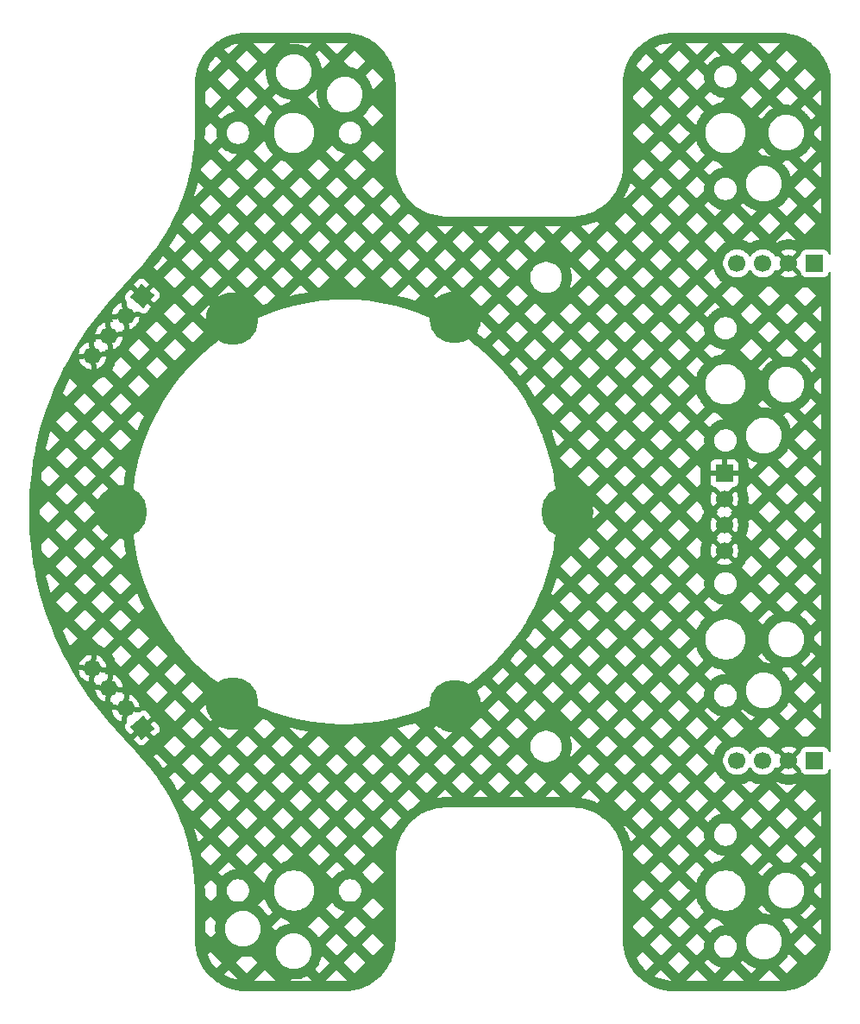
<source format=gbr>
G04 #@! TF.GenerationSoftware,KiCad,Pcbnew,9.0.2*
G04 #@! TF.CreationDate,2025-10-02T21:33:12-04:00*
G04 #@! TF.ProjectId,Trackball,54726163-6b62-4616-9c6c-2e6b69636164,rev?*
G04 #@! TF.SameCoordinates,Original*
G04 #@! TF.FileFunction,Copper,L1,Top*
G04 #@! TF.FilePolarity,Positive*
%FSLAX46Y46*%
G04 Gerber Fmt 4.6, Leading zero omitted, Abs format (unit mm)*
G04 Created by KiCad (PCBNEW 9.0.2) date 2025-10-02 21:33:12*
%MOMM*%
%LPD*%
G01*
G04 APERTURE LIST*
G04 Aperture macros list*
%AMRotRect*
0 Rectangle, with rotation*
0 The origin of the aperture is its center*
0 $1 length*
0 $2 width*
0 $3 Rotation angle, in degrees counterclockwise*
0 Add horizontal line*
21,1,$1,$2,0,0,$3*%
G04 Aperture macros list end*
G04 #@! TA.AperFunction,ComponentPad*
%ADD10C,5.000000*%
G04 #@! TD*
G04 #@! TA.AperFunction,ComponentPad*
%ADD11R,1.700000X1.700000*%
G04 #@! TD*
G04 #@! TA.AperFunction,ComponentPad*
%ADD12C,1.700000*%
G04 #@! TD*
G04 #@! TA.AperFunction,ComponentPad*
%ADD13RotRect,1.700000X1.700000X140.000000*%
G04 #@! TD*
G04 #@! TA.AperFunction,ComponentPad*
%ADD14RotRect,1.700000X1.700000X40.000000*%
G04 #@! TD*
G04 APERTURE END LIST*
D10*
X216650000Y-82700000D03*
X238400000Y-82600000D03*
X205775000Y-101596446D03*
X238400000Y-120600000D03*
X249400000Y-101600000D03*
X216650000Y-120350000D03*
D11*
X273768000Y-77216000D03*
D12*
X271228000Y-77216000D03*
X268688000Y-77216000D03*
X266148000Y-77216000D03*
D11*
X273768000Y-125984000D03*
D12*
X271228000Y-125984000D03*
X268688000Y-125984000D03*
X266148000Y-125984000D03*
D13*
X207773949Y-80423949D03*
D12*
X206141268Y-82369702D03*
X204508589Y-84315454D03*
X202875907Y-86261208D03*
D14*
X207773949Y-122786051D03*
D12*
X206141268Y-120840298D03*
X204508589Y-118894546D03*
X202875907Y-116948792D03*
D11*
X264900000Y-97790000D03*
D12*
X264900000Y-100330000D03*
X264900000Y-102870000D03*
X264900000Y-105410000D03*
G04 #@! TA.AperFunction,Conductor*
G36*
X227652611Y-54625608D02*
G01*
X228055599Y-54642275D01*
X228065946Y-54643132D01*
X228463611Y-54692702D01*
X228473871Y-54694414D01*
X228866076Y-54776650D01*
X228876144Y-54779199D01*
X229260236Y-54893549D01*
X229270069Y-54896925D01*
X229314562Y-54914286D01*
X229643375Y-55042590D01*
X229652912Y-55046773D01*
X230012918Y-55222769D01*
X230022076Y-55227725D01*
X230366313Y-55432845D01*
X230375032Y-55438541D01*
X230701169Y-55671400D01*
X230709363Y-55677776D01*
X231015170Y-55936781D01*
X231022831Y-55943835D01*
X231306164Y-56227168D01*
X231313218Y-56234829D01*
X231572220Y-56540633D01*
X231578602Y-56548833D01*
X231686630Y-56700135D01*
X231811458Y-56874967D01*
X231817154Y-56883686D01*
X232022274Y-57227923D01*
X232027230Y-57237081D01*
X232203226Y-57597087D01*
X232207409Y-57606624D01*
X232353071Y-57979921D01*
X232356453Y-57989771D01*
X232470796Y-58373841D01*
X232473352Y-58383936D01*
X232555584Y-58776124D01*
X232557298Y-58786395D01*
X232606865Y-59184036D01*
X232607725Y-59194415D01*
X232624392Y-59597388D01*
X232624500Y-59602595D01*
X232624500Y-67807859D01*
X232653037Y-68152248D01*
X232658829Y-68222149D01*
X232695414Y-68441391D01*
X232727254Y-68632201D01*
X232727255Y-68632203D01*
X232829301Y-69035176D01*
X232829305Y-69035190D01*
X232964282Y-69428361D01*
X232964294Y-69428390D01*
X233131273Y-69809065D01*
X233329134Y-70174680D01*
X233362974Y-70226475D01*
X233556506Y-70522698D01*
X233805238Y-70842269D01*
X233811846Y-70850759D01*
X234093395Y-71156604D01*
X234399241Y-71438153D01*
X234399240Y-71438153D01*
X234399243Y-71438155D01*
X234399246Y-71438158D01*
X234727302Y-71693494D01*
X235075322Y-71920867D01*
X235289779Y-72036925D01*
X235440934Y-72118726D01*
X235638620Y-72205439D01*
X235821629Y-72285714D01*
X235821638Y-72285717D01*
X236214809Y-72420694D01*
X236214823Y-72420698D01*
X236617796Y-72522744D01*
X236617798Y-72522745D01*
X236617804Y-72522746D01*
X236617808Y-72522747D01*
X237027851Y-72591171D01*
X237442144Y-72625500D01*
X237442150Y-72625500D01*
X250107850Y-72625500D01*
X250107856Y-72625500D01*
X250522149Y-72591171D01*
X250932192Y-72522747D01*
X250932197Y-72522745D01*
X250932201Y-72522745D01*
X250932202Y-72522744D01*
X251127789Y-72473214D01*
X251335176Y-72420698D01*
X251335190Y-72420694D01*
X251524744Y-72355619D01*
X251728371Y-72285714D01*
X252109070Y-72118724D01*
X252474678Y-71920867D01*
X252822698Y-71693494D01*
X253009678Y-71547962D01*
X255847964Y-71547962D01*
X256910039Y-72610037D01*
X257972114Y-71547962D01*
X259383498Y-71547962D01*
X260445573Y-72610037D01*
X261507648Y-71547962D01*
X262919032Y-71547962D01*
X263981106Y-72610036D01*
X264613620Y-71977521D01*
X264584616Y-71972928D01*
X264579748Y-71972058D01*
X264551029Y-71966346D01*
X264546201Y-71965287D01*
X264508083Y-71956138D01*
X264503291Y-71954888D01*
X264475075Y-71946931D01*
X264470338Y-71945494D01*
X264268173Y-71879806D01*
X264263499Y-71878185D01*
X264236018Y-71868047D01*
X264231414Y-71866246D01*
X264195197Y-71851246D01*
X264190659Y-71849261D01*
X264164044Y-71836991D01*
X264159593Y-71834832D01*
X263970197Y-71738330D01*
X263965834Y-71735998D01*
X263940278Y-71721686D01*
X263936014Y-71719186D01*
X263902589Y-71698705D01*
X263898417Y-71696035D01*
X263874048Y-71679752D01*
X263869989Y-71676923D01*
X263698022Y-71551981D01*
X263694079Y-71548996D01*
X263692767Y-71547962D01*
X266454566Y-71547962D01*
X267516640Y-72610036D01*
X268055999Y-72070676D01*
X267930034Y-72036925D01*
X267926064Y-72035791D01*
X267902692Y-72028700D01*
X267898772Y-72027440D01*
X267867840Y-72016940D01*
X267863955Y-72015550D01*
X267841112Y-72006952D01*
X267837280Y-72005438D01*
X267595119Y-71905131D01*
X267591341Y-71903493D01*
X267569131Y-71893431D01*
X267565410Y-71891672D01*
X267536113Y-71877228D01*
X267532438Y-71875340D01*
X267510878Y-71863817D01*
X267507270Y-71861812D01*
X267332787Y-71761074D01*
X270203212Y-71761074D01*
X271052175Y-72610037D01*
X272114250Y-71547962D01*
X273525634Y-71547962D01*
X274376500Y-72398828D01*
X274376500Y-70697096D01*
X273525634Y-71547962D01*
X272114250Y-71547962D01*
X271224034Y-70657746D01*
X271215817Y-70673122D01*
X271213812Y-70676730D01*
X271082735Y-70903761D01*
X271080616Y-70907297D01*
X271067718Y-70928039D01*
X271065480Y-70931509D01*
X271047330Y-70958670D01*
X271044987Y-70962056D01*
X271030772Y-70981893D01*
X271028315Y-70985205D01*
X270868741Y-71193164D01*
X270866178Y-71196394D01*
X270850690Y-71215266D01*
X270848024Y-71218408D01*
X270826488Y-71242966D01*
X270823719Y-71246022D01*
X270807029Y-71263842D01*
X270804160Y-71266805D01*
X270618805Y-71452160D01*
X270615842Y-71455029D01*
X270598022Y-71471719D01*
X270594966Y-71474488D01*
X270570408Y-71496024D01*
X270567266Y-71498690D01*
X270548394Y-71514178D01*
X270545164Y-71516741D01*
X270337205Y-71676315D01*
X270333893Y-71678772D01*
X270314056Y-71692987D01*
X270310670Y-71695330D01*
X270283509Y-71713480D01*
X270280039Y-71715718D01*
X270259297Y-71728616D01*
X270255761Y-71730735D01*
X270203212Y-71761074D01*
X267332787Y-71761074D01*
X267280239Y-71730735D01*
X267276703Y-71728616D01*
X267255961Y-71715718D01*
X267252491Y-71713480D01*
X267225330Y-71695330D01*
X267221944Y-71692987D01*
X267202107Y-71678772D01*
X267198795Y-71676315D01*
X266990836Y-71516741D01*
X266987606Y-71514178D01*
X266968734Y-71498690D01*
X266965592Y-71496024D01*
X266941034Y-71474488D01*
X266937978Y-71471719D01*
X266920158Y-71455029D01*
X266917195Y-71452160D01*
X266733781Y-71268746D01*
X266454566Y-71547962D01*
X263692767Y-71547962D01*
X263671079Y-71530865D01*
X263667253Y-71527726D01*
X263637445Y-71502268D01*
X263633748Y-71498982D01*
X263612225Y-71479087D01*
X263608657Y-71475656D01*
X263458344Y-71325343D01*
X263454913Y-71321775D01*
X263435018Y-71300252D01*
X263431732Y-71296555D01*
X263406274Y-71266747D01*
X263403135Y-71262921D01*
X263385004Y-71239921D01*
X263382019Y-71235978D01*
X263318475Y-71148518D01*
X262919032Y-71547962D01*
X261507648Y-71547962D01*
X260445573Y-70485886D01*
X259383498Y-71547962D01*
X257972114Y-71547962D01*
X256910039Y-70485886D01*
X255847964Y-71547962D01*
X253009678Y-71547962D01*
X253150754Y-71438158D01*
X253456604Y-71156604D01*
X253738158Y-70850754D01*
X253822649Y-70742200D01*
X255042202Y-70742200D01*
X255142272Y-70842270D01*
X256204347Y-69780195D01*
X257615731Y-69780195D01*
X258677806Y-70842270D01*
X259739881Y-69780195D01*
X261151265Y-69780195D01*
X262213339Y-70842269D01*
X262926499Y-70129108D01*
X262923700Y-70105461D01*
X262923216Y-70100537D01*
X262920140Y-70061458D01*
X262919848Y-70056520D01*
X262918697Y-70027236D01*
X262918600Y-70022287D01*
X262918600Y-69829318D01*
X263916600Y-69829318D01*
X263916600Y-70002682D01*
X263936624Y-70129108D01*
X263943721Y-70173917D01*
X263974361Y-70268217D01*
X263997292Y-70338791D01*
X264075998Y-70493260D01*
X264076000Y-70493263D01*
X264177900Y-70633516D01*
X264300483Y-70756099D01*
X264300486Y-70756101D01*
X264440740Y-70858002D01*
X264595209Y-70936708D01*
X264760082Y-70990278D01*
X264760083Y-70990278D01*
X264760088Y-70990280D01*
X264931318Y-71017400D01*
X264931321Y-71017400D01*
X265104679Y-71017400D01*
X265104682Y-71017400D01*
X265275912Y-70990280D01*
X265440791Y-70936708D01*
X265595260Y-70858002D01*
X265735514Y-70756101D01*
X265858101Y-70633514D01*
X265960002Y-70493260D01*
X266038708Y-70338791D01*
X266092280Y-70173912D01*
X266119400Y-70002682D01*
X266119400Y-69829318D01*
X266092280Y-69658088D01*
X266038708Y-69493209D01*
X265960002Y-69338740D01*
X265932773Y-69301263D01*
X267017500Y-69301263D01*
X267017500Y-69530736D01*
X267047450Y-69758231D01*
X267062056Y-69812740D01*
X267106842Y-69979887D01*
X267194656Y-70191888D01*
X267194657Y-70191889D01*
X267194662Y-70191900D01*
X267309386Y-70390608D01*
X267309391Y-70390615D01*
X267449073Y-70572652D01*
X267449092Y-70572673D01*
X267611326Y-70734907D01*
X267611347Y-70734926D01*
X267793384Y-70874608D01*
X267793391Y-70874613D01*
X267992099Y-70989337D01*
X267992103Y-70989338D01*
X267992112Y-70989344D01*
X268204113Y-71077158D01*
X268425762Y-71136548D01*
X268425766Y-71136548D01*
X268425768Y-71136549D01*
X268484398Y-71144267D01*
X268653266Y-71166500D01*
X268653273Y-71166500D01*
X268882727Y-71166500D01*
X268882734Y-71166500D01*
X269088345Y-71139430D01*
X269110231Y-71136549D01*
X269110231Y-71136548D01*
X269110238Y-71136548D01*
X269331887Y-71077158D01*
X269543888Y-70989344D01*
X269742612Y-70874611D01*
X269924661Y-70734919D01*
X270086919Y-70572661D01*
X270226611Y-70390612D01*
X270341344Y-70191888D01*
X270429158Y-69979887D01*
X270482665Y-69780195D01*
X271757867Y-69780195D01*
X272819942Y-70842270D01*
X273882017Y-69780195D01*
X272819942Y-68718120D01*
X271757867Y-69780195D01*
X270482665Y-69780195D01*
X270488548Y-69758238D01*
X270518500Y-69530734D01*
X270518500Y-69301266D01*
X270496267Y-69132398D01*
X270488549Y-69073768D01*
X270488548Y-69073766D01*
X270488548Y-69073762D01*
X270429158Y-68852113D01*
X270341344Y-68640112D01*
X270341338Y-68640103D01*
X270341337Y-68640099D01*
X270226613Y-68441391D01*
X270226608Y-68441384D01*
X270086926Y-68259347D01*
X270086907Y-68259326D01*
X269924673Y-68097092D01*
X269924652Y-68097073D01*
X269742615Y-67957391D01*
X269742608Y-67957386D01*
X269543900Y-67842662D01*
X269543892Y-67842658D01*
X269543888Y-67842656D01*
X269331887Y-67754842D01*
X269110238Y-67695452D01*
X269110231Y-67695450D01*
X268882736Y-67665500D01*
X268882734Y-67665500D01*
X268653266Y-67665500D01*
X268653263Y-67665500D01*
X268425768Y-67695450D01*
X268204113Y-67754842D01*
X268076127Y-67807856D01*
X267992110Y-67842657D01*
X267992099Y-67842662D01*
X267793391Y-67957386D01*
X267793384Y-67957391D01*
X267611347Y-68097073D01*
X267611326Y-68097092D01*
X267449092Y-68259326D01*
X267449073Y-68259347D01*
X267309391Y-68441384D01*
X267309386Y-68441391D01*
X267194662Y-68640099D01*
X267194657Y-68640110D01*
X267106842Y-68852113D01*
X267047450Y-69073768D01*
X267017500Y-69301263D01*
X265932773Y-69301263D01*
X265858101Y-69198486D01*
X265858099Y-69198483D01*
X265735516Y-69075900D01*
X265595263Y-68974000D01*
X265595262Y-68973999D01*
X265595260Y-68973998D01*
X265440791Y-68895292D01*
X265440788Y-68895291D01*
X265440786Y-68895290D01*
X265275915Y-68841721D01*
X265275919Y-68841721D01*
X265244041Y-68836672D01*
X265104682Y-68814600D01*
X264931318Y-68814600D01*
X264760088Y-68841720D01*
X264760082Y-68841721D01*
X264595213Y-68895290D01*
X264595207Y-68895293D01*
X264440736Y-68974000D01*
X264300483Y-69075900D01*
X264177900Y-69198483D01*
X264076000Y-69338736D01*
X263997293Y-69493207D01*
X263997290Y-69493213D01*
X263943721Y-69658082D01*
X263943720Y-69658087D01*
X263943720Y-69658088D01*
X263916600Y-69829318D01*
X262918600Y-69829318D01*
X262918600Y-69809713D01*
X262918697Y-69804764D01*
X262919848Y-69775480D01*
X262920140Y-69770542D01*
X262923216Y-69731463D01*
X262923700Y-69726539D01*
X262927143Y-69697451D01*
X262927821Y-69692551D01*
X262961072Y-69482616D01*
X262961942Y-69477748D01*
X262963771Y-69468551D01*
X262213340Y-68718120D01*
X261151265Y-69780195D01*
X259739881Y-69780195D01*
X258677806Y-68718119D01*
X257615731Y-69780195D01*
X256204347Y-69780195D01*
X255691425Y-69267274D01*
X255683741Y-69297619D01*
X255682361Y-69302630D01*
X255672077Y-69337184D01*
X255670485Y-69342154D01*
X255523792Y-69769455D01*
X255522001Y-69774342D01*
X255508898Y-69807925D01*
X255506903Y-69812740D01*
X255325422Y-70226475D01*
X255323231Y-70231202D01*
X255307397Y-70263589D01*
X255305015Y-70268217D01*
X255090018Y-70665498D01*
X255087451Y-70670017D01*
X255069000Y-70700988D01*
X255066235Y-70705417D01*
X255042202Y-70742200D01*
X253822649Y-70742200D01*
X253993494Y-70522698D01*
X254220867Y-70174678D01*
X254418724Y-69809070D01*
X254585714Y-69428371D01*
X254706718Y-69075899D01*
X254720694Y-69035190D01*
X254720698Y-69035176D01*
X254819535Y-68644877D01*
X254822747Y-68632192D01*
X254891171Y-68222149D01*
X254903804Y-68069688D01*
X255905224Y-68069688D01*
X256910039Y-69074503D01*
X257972114Y-68012428D01*
X259383498Y-68012428D01*
X260445573Y-69074503D01*
X261507648Y-68012428D01*
X261507647Y-68012427D01*
X262919031Y-68012427D01*
X263436619Y-68530015D01*
X263454913Y-68510225D01*
X263458344Y-68506657D01*
X263608657Y-68356344D01*
X263612225Y-68352913D01*
X263633748Y-68333018D01*
X263637445Y-68329732D01*
X263667253Y-68304274D01*
X263671079Y-68301135D01*
X263694079Y-68283004D01*
X263698022Y-68280019D01*
X263869989Y-68155077D01*
X263874048Y-68152248D01*
X263898417Y-68135965D01*
X263902589Y-68133295D01*
X263936014Y-68112814D01*
X263940278Y-68110314D01*
X263965834Y-68096002D01*
X263970197Y-68093670D01*
X264159593Y-67997168D01*
X264164044Y-67995009D01*
X264190659Y-67982739D01*
X264195197Y-67980754D01*
X264231414Y-67965754D01*
X264236018Y-67963953D01*
X264263499Y-67953815D01*
X264268173Y-67952194D01*
X264470338Y-67886506D01*
X264475075Y-67885069D01*
X264503291Y-67877112D01*
X264508083Y-67875862D01*
X264546201Y-67866713D01*
X264551029Y-67865654D01*
X264579748Y-67859942D01*
X264584616Y-67859072D01*
X264794551Y-67825821D01*
X264799451Y-67825143D01*
X264828539Y-67821700D01*
X264833463Y-67821216D01*
X264850619Y-67819865D01*
X264412535Y-67381781D01*
X270620746Y-67381781D01*
X270804160Y-67565195D01*
X270807029Y-67568158D01*
X270823719Y-67585978D01*
X270826488Y-67589034D01*
X270848024Y-67613592D01*
X270850690Y-67616734D01*
X270866178Y-67635606D01*
X270868741Y-67638836D01*
X271028315Y-67846795D01*
X271030772Y-67850107D01*
X271044987Y-67869944D01*
X271047330Y-67873330D01*
X271065480Y-67900491D01*
X271067718Y-67903961D01*
X271080616Y-67924703D01*
X271082735Y-67928239D01*
X271213812Y-68155270D01*
X271215817Y-68158878D01*
X271227340Y-68180438D01*
X271229228Y-68184113D01*
X271243672Y-68213410D01*
X271245431Y-68217131D01*
X271255493Y-68239341D01*
X271257131Y-68243119D01*
X271357438Y-68485280D01*
X271358952Y-68489112D01*
X271367550Y-68511955D01*
X271368940Y-68515840D01*
X271379440Y-68546772D01*
X271380700Y-68550692D01*
X271387791Y-68574064D01*
X271388925Y-68578034D01*
X271422676Y-68703999D01*
X272114248Y-68012428D01*
X273525634Y-68012428D01*
X274376500Y-68863294D01*
X274376500Y-67161562D01*
X273525634Y-68012428D01*
X272114248Y-68012428D01*
X272114249Y-68012427D01*
X271252573Y-67150751D01*
X271196816Y-67158092D01*
X271192725Y-67158563D01*
X271168448Y-67160955D01*
X271164340Y-67161292D01*
X271131746Y-67163430D01*
X271127624Y-67163632D01*
X271103202Y-67164432D01*
X271099077Y-67164500D01*
X270838027Y-67164500D01*
X270620746Y-67381781D01*
X264412535Y-67381781D01*
X264329901Y-67299147D01*
X264110936Y-67240476D01*
X264106969Y-67239343D01*
X264083598Y-67232253D01*
X264079675Y-67230992D01*
X264048743Y-67220492D01*
X264044857Y-67219102D01*
X264022015Y-67210504D01*
X264018184Y-67208990D01*
X263809082Y-67122376D01*
X262919031Y-68012427D01*
X261507647Y-68012427D01*
X260445573Y-66950352D01*
X259383498Y-68012428D01*
X257972114Y-68012428D01*
X256910038Y-66950352D01*
X255915571Y-67944819D01*
X255905224Y-68069688D01*
X254903804Y-68069688D01*
X254925500Y-67807856D01*
X254925500Y-67600000D01*
X254925500Y-67591715D01*
X254925500Y-66244661D01*
X257615731Y-66244661D01*
X258677806Y-67306736D01*
X259739881Y-66244661D01*
X261151265Y-66244661D01*
X262213340Y-67306736D01*
X262711809Y-66808266D01*
X272321472Y-66808266D01*
X272819942Y-67306736D01*
X273882017Y-66244661D01*
X273377309Y-65739953D01*
X273282735Y-65903761D01*
X273280616Y-65907297D01*
X273267718Y-65928039D01*
X273265480Y-65931509D01*
X273247330Y-65958670D01*
X273244987Y-65962056D01*
X273230772Y-65981893D01*
X273228315Y-65985205D01*
X273068741Y-66193164D01*
X273066178Y-66196394D01*
X273050690Y-66215266D01*
X273048024Y-66218408D01*
X273026488Y-66242966D01*
X273023719Y-66246022D01*
X273007029Y-66263842D01*
X273004160Y-66266805D01*
X272818805Y-66452160D01*
X272815842Y-66455029D01*
X272798022Y-66471719D01*
X272794966Y-66474488D01*
X272770408Y-66496024D01*
X272767266Y-66498690D01*
X272748394Y-66514178D01*
X272745164Y-66516741D01*
X272537205Y-66676315D01*
X272533893Y-66678772D01*
X272514056Y-66692987D01*
X272510670Y-66695330D01*
X272483509Y-66713480D01*
X272480039Y-66715718D01*
X272459297Y-66728616D01*
X272455761Y-66730735D01*
X272321472Y-66808266D01*
X262711809Y-66808266D01*
X262965881Y-66554194D01*
X262820214Y-66408527D01*
X262817344Y-66405562D01*
X262800634Y-66387720D01*
X262797860Y-66384660D01*
X262776325Y-66360100D01*
X262773660Y-66356957D01*
X262758193Y-66338108D01*
X262755635Y-66334886D01*
X262578942Y-66104618D01*
X262576483Y-66101302D01*
X262562246Y-66081433D01*
X262559898Y-66078040D01*
X262541751Y-66050878D01*
X262539516Y-66047411D01*
X262526639Y-66026700D01*
X262524524Y-66023171D01*
X262379397Y-65771805D01*
X262377393Y-65768199D01*
X262365869Y-65746638D01*
X262363980Y-65742961D01*
X262349536Y-65713664D01*
X262347777Y-65709943D01*
X262337715Y-65687733D01*
X262336077Y-65683955D01*
X262225010Y-65415816D01*
X262223496Y-65411985D01*
X262214898Y-65389143D01*
X262213508Y-65385257D01*
X262203008Y-65354325D01*
X262201747Y-65350402D01*
X262194657Y-65327031D01*
X262193524Y-65323064D01*
X262168024Y-65227901D01*
X261151265Y-66244661D01*
X259739881Y-66244661D01*
X258677806Y-65182585D01*
X257615731Y-66244661D01*
X254925500Y-66244661D01*
X254925500Y-64401358D01*
X255923500Y-64401358D01*
X255923500Y-64552430D01*
X256910039Y-65538969D01*
X257972114Y-64476894D01*
X259383498Y-64476894D01*
X260445573Y-65538969D01*
X261507648Y-64476894D01*
X261317958Y-64287204D01*
X263053000Y-64287204D01*
X263053000Y-64544795D01*
X263086620Y-64800167D01*
X263086621Y-64800173D01*
X263086622Y-64800175D01*
X263153290Y-65048984D01*
X263251864Y-65286962D01*
X263251865Y-65286963D01*
X263251870Y-65286974D01*
X263380659Y-65510043D01*
X263537460Y-65714388D01*
X263537479Y-65714409D01*
X263719590Y-65896520D01*
X263719600Y-65896529D01*
X263719606Y-65896535D01*
X263719609Y-65896537D01*
X263719611Y-65896539D01*
X263923956Y-66053340D01*
X264147025Y-66182129D01*
X264147029Y-66182130D01*
X264147038Y-66182136D01*
X264385016Y-66280710D01*
X264633825Y-66347378D01*
X264633831Y-66347378D01*
X264633832Y-66347379D01*
X264663134Y-66351236D01*
X264889207Y-66381000D01*
X264889214Y-66381000D01*
X265146786Y-66381000D01*
X265146793Y-66381000D01*
X265402175Y-66347378D01*
X265650984Y-66280710D01*
X265738014Y-66244661D01*
X268222333Y-66244661D01*
X268645172Y-66667500D01*
X268899077Y-66667500D01*
X268903202Y-66667568D01*
X268927624Y-66668368D01*
X268931746Y-66668570D01*
X268964340Y-66670708D01*
X268968448Y-66671045D01*
X268992725Y-66673437D01*
X268996816Y-66673908D01*
X269256708Y-66708123D01*
X269260794Y-66708729D01*
X269284910Y-66712712D01*
X269288965Y-66713450D01*
X269321001Y-66719824D01*
X269325032Y-66720695D01*
X269348782Y-66726234D01*
X269352775Y-66727234D01*
X269579305Y-66787931D01*
X269480239Y-66730735D01*
X269476703Y-66728616D01*
X269455961Y-66715718D01*
X269452491Y-66713480D01*
X269425330Y-66695330D01*
X269421944Y-66692987D01*
X269402107Y-66678772D01*
X269398795Y-66676315D01*
X269190836Y-66516741D01*
X269187606Y-66514178D01*
X269168734Y-66498690D01*
X269165592Y-66496024D01*
X269141034Y-66474488D01*
X269137978Y-66471719D01*
X269120158Y-66455029D01*
X269117195Y-66452160D01*
X268931840Y-66266805D01*
X268928971Y-66263842D01*
X268912281Y-66246022D01*
X268909512Y-66242966D01*
X268887976Y-66218408D01*
X268885310Y-66215266D01*
X268869822Y-66196394D01*
X268867259Y-66193164D01*
X268707685Y-65985205D01*
X268705228Y-65981893D01*
X268691013Y-65962056D01*
X268688670Y-65958670D01*
X268670520Y-65931509D01*
X268668282Y-65928039D01*
X268655384Y-65907297D01*
X268653265Y-65903762D01*
X268620310Y-65846683D01*
X268222333Y-66244661D01*
X265738014Y-66244661D01*
X265888962Y-66182136D01*
X266112038Y-66053343D01*
X266112038Y-66053342D01*
X266112043Y-66053340D01*
X266275337Y-65928039D01*
X266316394Y-65896535D01*
X266498535Y-65714394D01*
X266575041Y-65614689D01*
X266655340Y-65510043D01*
X266697680Y-65436709D01*
X266784136Y-65286962D01*
X266882710Y-65048984D01*
X266949378Y-64800175D01*
X266983000Y-64544793D01*
X266983000Y-64301263D01*
X269217500Y-64301263D01*
X269217500Y-64530736D01*
X269247450Y-64758231D01*
X269247452Y-64758238D01*
X269306842Y-64979887D01*
X269394656Y-65191888D01*
X269394657Y-65191889D01*
X269394662Y-65191900D01*
X269509386Y-65390608D01*
X269509391Y-65390615D01*
X269649073Y-65572652D01*
X269649092Y-65572673D01*
X269811326Y-65734907D01*
X269811347Y-65734926D01*
X269993384Y-65874608D01*
X269993391Y-65874613D01*
X270192099Y-65989337D01*
X270192103Y-65989338D01*
X270192112Y-65989344D01*
X270404113Y-66077158D01*
X270625762Y-66136548D01*
X270625766Y-66136548D01*
X270625768Y-66136549D01*
X270684398Y-66144267D01*
X270853266Y-66166500D01*
X270853273Y-66166500D01*
X271082727Y-66166500D01*
X271082734Y-66166500D01*
X271288345Y-66139430D01*
X271310231Y-66136549D01*
X271310231Y-66136548D01*
X271310238Y-66136548D01*
X271531887Y-66077158D01*
X271743888Y-65989344D01*
X271942612Y-65874611D01*
X272124661Y-65734919D01*
X272286919Y-65572661D01*
X272426611Y-65390612D01*
X272541344Y-65191888D01*
X272629158Y-64979887D01*
X272688548Y-64758238D01*
X272701557Y-64659428D01*
X273708168Y-64659428D01*
X274376500Y-65327760D01*
X274376500Y-63626028D01*
X273716500Y-64286028D01*
X273716500Y-64547077D01*
X273716432Y-64551202D01*
X273715632Y-64575624D01*
X273715430Y-64579746D01*
X273713292Y-64612340D01*
X273712955Y-64616448D01*
X273710563Y-64640725D01*
X273710092Y-64644816D01*
X273708168Y-64659428D01*
X272701557Y-64659428D01*
X272718500Y-64530734D01*
X272718500Y-64301266D01*
X272688548Y-64073762D01*
X272629158Y-63852113D01*
X272541344Y-63640112D01*
X272541338Y-63640103D01*
X272541337Y-63640099D01*
X272426613Y-63441391D01*
X272426608Y-63441384D01*
X272286926Y-63259347D01*
X272286907Y-63259326D01*
X272124673Y-63097092D01*
X272124652Y-63097073D01*
X271942615Y-62957391D01*
X271942608Y-62957386D01*
X271743900Y-62842662D01*
X271743892Y-62842658D01*
X271743888Y-62842656D01*
X271531887Y-62754842D01*
X271310238Y-62695452D01*
X271310231Y-62695450D01*
X271082736Y-62665500D01*
X271082734Y-62665500D01*
X270853266Y-62665500D01*
X270853263Y-62665500D01*
X270625768Y-62695450D01*
X270427073Y-62748690D01*
X270404113Y-62754842D01*
X270223314Y-62829732D01*
X270192110Y-62842657D01*
X270192099Y-62842662D01*
X269993391Y-62957386D01*
X269993384Y-62957391D01*
X269811347Y-63097073D01*
X269811326Y-63097092D01*
X269649092Y-63259326D01*
X269649073Y-63259347D01*
X269509391Y-63441384D01*
X269509386Y-63441391D01*
X269394662Y-63640099D01*
X269394657Y-63640110D01*
X269306842Y-63852113D01*
X269247450Y-64073768D01*
X269217500Y-64301263D01*
X266983000Y-64301263D01*
X266983000Y-64287207D01*
X266949378Y-64031825D01*
X266882710Y-63783016D01*
X266784136Y-63545038D01*
X266784130Y-63545029D01*
X266784129Y-63545025D01*
X266655340Y-63321956D01*
X266498539Y-63117611D01*
X266498537Y-63117609D01*
X266498535Y-63117606D01*
X266498529Y-63117600D01*
X266498520Y-63117590D01*
X266316409Y-62935479D01*
X266316388Y-62935460D01*
X266112043Y-62778659D01*
X265991610Y-62709127D01*
X268222333Y-62709127D01*
X268575733Y-63062527D01*
X268653265Y-62928239D01*
X268655384Y-62924703D01*
X268668282Y-62903961D01*
X268670520Y-62900491D01*
X268688670Y-62873330D01*
X268691013Y-62869944D01*
X268705228Y-62850107D01*
X268707685Y-62846795D01*
X268867259Y-62638836D01*
X268869822Y-62635606D01*
X268885310Y-62616734D01*
X268887976Y-62613592D01*
X268909512Y-62589034D01*
X268912281Y-62585978D01*
X268928971Y-62568158D01*
X268931840Y-62565195D01*
X269117195Y-62379840D01*
X269120158Y-62376971D01*
X269137978Y-62360281D01*
X269141034Y-62357512D01*
X269165592Y-62335976D01*
X269168734Y-62333310D01*
X269187606Y-62317822D01*
X269190836Y-62315259D01*
X269398795Y-62155685D01*
X269402107Y-62153228D01*
X269421944Y-62139013D01*
X269425330Y-62136670D01*
X269452491Y-62118520D01*
X269455961Y-62116282D01*
X269476703Y-62103384D01*
X269480239Y-62101265D01*
X269537318Y-62068310D01*
X272398683Y-62068310D01*
X272455762Y-62101265D01*
X272459297Y-62103384D01*
X272480039Y-62116282D01*
X272483509Y-62118520D01*
X272510670Y-62136670D01*
X272514056Y-62139013D01*
X272533893Y-62153228D01*
X272537205Y-62155685D01*
X272745164Y-62315259D01*
X272748394Y-62317822D01*
X272767266Y-62333310D01*
X272770408Y-62335976D01*
X272794966Y-62357512D01*
X272798022Y-62360281D01*
X272815842Y-62376971D01*
X272818805Y-62379840D01*
X273004160Y-62565195D01*
X273007029Y-62568158D01*
X273023719Y-62585978D01*
X273026488Y-62589034D01*
X273048024Y-62613592D01*
X273050690Y-62616734D01*
X273066178Y-62635606D01*
X273068741Y-62638836D01*
X273228315Y-62846795D01*
X273230772Y-62850107D01*
X273244987Y-62869944D01*
X273247330Y-62873330D01*
X273265480Y-62900491D01*
X273267718Y-62903961D01*
X273280616Y-62924703D01*
X273282735Y-62928239D01*
X273413812Y-63155270D01*
X273415817Y-63158878D01*
X273421545Y-63169596D01*
X273882016Y-62709126D01*
X272819942Y-61647052D01*
X272398683Y-62068310D01*
X269537318Y-62068310D01*
X269644046Y-62006690D01*
X269284408Y-61647052D01*
X268222333Y-62709127D01*
X265991610Y-62709127D01*
X265888974Y-62649870D01*
X265888966Y-62649866D01*
X265888962Y-62649864D01*
X265650984Y-62551290D01*
X265402175Y-62484622D01*
X265402173Y-62484621D01*
X265402167Y-62484620D01*
X265146795Y-62451000D01*
X265146793Y-62451000D01*
X264889207Y-62451000D01*
X264889204Y-62451000D01*
X264633832Y-62484620D01*
X264524774Y-62513842D01*
X264385016Y-62551290D01*
X264236485Y-62612814D01*
X264147036Y-62649865D01*
X264147025Y-62649870D01*
X263923956Y-62778659D01*
X263719611Y-62935460D01*
X263719590Y-62935479D01*
X263537479Y-63117590D01*
X263537460Y-63117611D01*
X263380659Y-63321956D01*
X263251870Y-63545025D01*
X263251865Y-63545036D01*
X263153290Y-63783016D01*
X263086620Y-64031832D01*
X263053000Y-64287204D01*
X261317958Y-64287204D01*
X260445573Y-63414818D01*
X259383498Y-64476894D01*
X257972114Y-64476894D01*
X256910039Y-63414818D01*
X255923500Y-64401358D01*
X254925500Y-64401358D01*
X254925500Y-62709127D01*
X257615731Y-62709127D01*
X258677806Y-63771202D01*
X259739881Y-62709127D01*
X261151265Y-62709127D01*
X262142288Y-63700150D01*
X262193524Y-63508936D01*
X262194657Y-63504969D01*
X262201747Y-63481598D01*
X262203008Y-63477675D01*
X262213508Y-63446743D01*
X262214898Y-63442857D01*
X262223496Y-63420015D01*
X262225010Y-63416184D01*
X262336077Y-63148045D01*
X262337715Y-63144267D01*
X262347777Y-63122057D01*
X262349536Y-63118336D01*
X262363980Y-63089039D01*
X262365869Y-63085362D01*
X262377393Y-63063801D01*
X262379397Y-63060195D01*
X262524524Y-62808829D01*
X262526639Y-62805300D01*
X262539516Y-62784589D01*
X262541751Y-62781122D01*
X262559898Y-62753960D01*
X262562246Y-62750567D01*
X262576483Y-62730698D01*
X262578942Y-62727382D01*
X262755635Y-62497114D01*
X262758193Y-62493892D01*
X262773660Y-62475043D01*
X262776325Y-62471900D01*
X262797860Y-62447340D01*
X262800634Y-62444280D01*
X262817344Y-62426438D01*
X262820213Y-62423473D01*
X262904986Y-62338698D01*
X262213340Y-61647052D01*
X261151265Y-62709127D01*
X259739881Y-62709127D01*
X258677806Y-61647051D01*
X257615731Y-62709127D01*
X254925500Y-62709127D01*
X254925500Y-60865824D01*
X255923500Y-60865824D01*
X255923500Y-61016896D01*
X256910039Y-62003435D01*
X257972114Y-60941360D01*
X259383498Y-60941360D01*
X260445573Y-62003435D01*
X261507648Y-60941360D01*
X262919032Y-60941360D01*
X263723644Y-61745972D01*
X263724057Y-61745777D01*
X263746267Y-61735715D01*
X263750045Y-61734077D01*
X264018184Y-61623010D01*
X264022015Y-61621496D01*
X264044857Y-61612898D01*
X264048743Y-61611508D01*
X264079675Y-61601008D01*
X264083598Y-61599747D01*
X264106969Y-61592657D01*
X264110936Y-61591524D01*
X264391287Y-61516404D01*
X264395281Y-61515404D01*
X264419032Y-61509865D01*
X264423059Y-61508995D01*
X264455096Y-61502620D01*
X264459158Y-61501880D01*
X264483273Y-61497898D01*
X264487228Y-61497311D01*
X264969141Y-61015400D01*
X264911713Y-61015400D01*
X264906764Y-61015303D01*
X264877480Y-61014152D01*
X264872542Y-61013860D01*
X264833463Y-61010784D01*
X264828539Y-61010300D01*
X264799451Y-61006857D01*
X264794551Y-61006179D01*
X264584616Y-60972928D01*
X264579748Y-60972058D01*
X264551029Y-60966346D01*
X264546201Y-60965287D01*
X264508083Y-60956138D01*
X264503291Y-60954888D01*
X264475075Y-60946931D01*
X264470338Y-60945494D01*
X264457615Y-60941360D01*
X266454566Y-60941360D01*
X267516641Y-62003435D01*
X268578716Y-60941360D01*
X269990100Y-60941360D01*
X270724571Y-61675831D01*
X270739186Y-61673908D01*
X270743275Y-61673437D01*
X270767552Y-61671045D01*
X270771660Y-61670708D01*
X270804254Y-61668570D01*
X270808376Y-61668368D01*
X270832798Y-61667568D01*
X270836923Y-61667500D01*
X271099077Y-61667500D01*
X271103202Y-61667568D01*
X271127624Y-61668368D01*
X271131746Y-61668570D01*
X271164340Y-61670708D01*
X271168448Y-61671045D01*
X271192725Y-61673437D01*
X271196816Y-61673908D01*
X271360192Y-61695415D01*
X272114248Y-60941360D01*
X273525634Y-60941360D01*
X274376500Y-61792226D01*
X274376500Y-60090494D01*
X273525634Y-60941360D01*
X272114248Y-60941360D01*
X272114249Y-60941359D01*
X271052175Y-59879285D01*
X269990100Y-60941360D01*
X268578716Y-60941360D01*
X267516641Y-59879285D01*
X266454566Y-60941360D01*
X264457615Y-60941360D01*
X264268173Y-60879806D01*
X264263499Y-60878185D01*
X264236018Y-60868047D01*
X264231414Y-60866246D01*
X264195197Y-60851246D01*
X264190659Y-60849261D01*
X264164044Y-60836991D01*
X264159593Y-60834832D01*
X263970197Y-60738330D01*
X263965834Y-60735998D01*
X263940278Y-60721686D01*
X263936014Y-60719186D01*
X263902589Y-60698705D01*
X263898417Y-60696035D01*
X263874048Y-60679752D01*
X263869989Y-60676923D01*
X263698022Y-60551981D01*
X263694079Y-60548996D01*
X263671079Y-60530865D01*
X263667253Y-60527726D01*
X263637445Y-60502268D01*
X263633748Y-60498982D01*
X263612225Y-60479087D01*
X263608657Y-60475656D01*
X263496696Y-60363695D01*
X262919032Y-60941360D01*
X261507648Y-60941360D01*
X260445573Y-59879284D01*
X259383498Y-60941360D01*
X257972114Y-60941360D01*
X256910039Y-59879284D01*
X255923500Y-60865824D01*
X254925500Y-60865824D01*
X254925500Y-59602595D01*
X254925608Y-59597388D01*
X254929249Y-59509347D01*
X254942275Y-59194398D01*
X254943132Y-59184055D01*
X254944436Y-59173593D01*
X257615731Y-59173593D01*
X258677806Y-60235668D01*
X259739881Y-59173593D01*
X261151265Y-59173593D01*
X262213340Y-60235668D01*
X262987770Y-59461237D01*
X262987069Y-59458925D01*
X262979112Y-59430709D01*
X262977862Y-59425917D01*
X262968713Y-59387799D01*
X262967654Y-59382971D01*
X262961942Y-59354252D01*
X262961072Y-59349384D01*
X262927821Y-59139449D01*
X262927143Y-59134549D01*
X262923700Y-59105461D01*
X262923216Y-59100537D01*
X262920140Y-59061458D01*
X262919848Y-59056520D01*
X262918697Y-59027236D01*
X262918600Y-59022287D01*
X262918600Y-58829318D01*
X263916600Y-58829318D01*
X263916600Y-59002682D01*
X263943720Y-59173912D01*
X263943721Y-59173917D01*
X263996134Y-59335228D01*
X263997292Y-59338791D01*
X264075998Y-59493260D01*
X264076000Y-59493263D01*
X264177900Y-59633516D01*
X264300483Y-59756099D01*
X264361860Y-59800692D01*
X264440740Y-59858002D01*
X264595209Y-59936708D01*
X264760082Y-59990278D01*
X264760083Y-59990278D01*
X264760088Y-59990280D01*
X264931318Y-60017400D01*
X264931321Y-60017400D01*
X265104679Y-60017400D01*
X265104682Y-60017400D01*
X265275912Y-59990280D01*
X265440791Y-59936708D01*
X265595260Y-59858002D01*
X265735514Y-59756101D01*
X265858101Y-59633514D01*
X265960002Y-59493260D01*
X266038708Y-59338791D01*
X266092280Y-59173912D01*
X266092331Y-59173593D01*
X268222333Y-59173593D01*
X269284408Y-60235668D01*
X270346483Y-59173593D01*
X271757867Y-59173593D01*
X272819942Y-60235668D01*
X273882017Y-59173593D01*
X272819942Y-58111518D01*
X271757867Y-59173593D01*
X270346483Y-59173593D01*
X269284408Y-58111518D01*
X268222333Y-59173593D01*
X266092331Y-59173593D01*
X266119400Y-59002682D01*
X266119400Y-58829318D01*
X266092280Y-58658088D01*
X266038708Y-58493209D01*
X265960002Y-58338740D01*
X265858101Y-58198486D01*
X265858099Y-58198483D01*
X265735516Y-58075900D01*
X265595263Y-57974000D01*
X265595262Y-57973999D01*
X265595260Y-57973998D01*
X265440791Y-57895292D01*
X265440788Y-57895291D01*
X265440786Y-57895290D01*
X265275915Y-57841721D01*
X265275919Y-57841721D01*
X265244041Y-57836672D01*
X265104682Y-57814600D01*
X264931318Y-57814600D01*
X264760088Y-57841720D01*
X264760082Y-57841721D01*
X264595213Y-57895290D01*
X264595207Y-57895293D01*
X264440736Y-57974000D01*
X264300483Y-58075900D01*
X264177900Y-58198483D01*
X264076000Y-58338736D01*
X263997293Y-58493207D01*
X263997290Y-58493213D01*
X263943721Y-58658082D01*
X263943720Y-58658087D01*
X263943720Y-58658088D01*
X263916600Y-58829318D01*
X262918600Y-58829318D01*
X262918600Y-58816778D01*
X262213340Y-58111518D01*
X261151265Y-59173593D01*
X259739881Y-59173593D01*
X258677806Y-58111517D01*
X257615731Y-59173593D01*
X254944436Y-59173593D01*
X254992702Y-58786384D01*
X254994415Y-58776124D01*
X255076651Y-58383917D01*
X255079197Y-58373860D01*
X255193551Y-57989755D01*
X255196922Y-57979937D01*
X255236651Y-57878120D01*
X256320257Y-57878120D01*
X256910039Y-58467902D01*
X257972115Y-57405826D01*
X259383497Y-57405826D01*
X260445573Y-58467901D01*
X261507648Y-57405826D01*
X261507647Y-57405825D01*
X262919032Y-57405825D01*
X263267226Y-57754019D01*
X263382019Y-57596022D01*
X263385004Y-57592079D01*
X263403135Y-57569079D01*
X263406274Y-57565253D01*
X263431732Y-57535445D01*
X263435018Y-57531748D01*
X263454913Y-57510225D01*
X263458344Y-57506657D01*
X263570305Y-57394696D01*
X266465695Y-57394696D01*
X266577656Y-57506657D01*
X266581087Y-57510225D01*
X266600982Y-57531748D01*
X266604268Y-57535445D01*
X266629726Y-57565253D01*
X266632865Y-57569079D01*
X266650996Y-57592079D01*
X266653981Y-57596022D01*
X266678472Y-57629731D01*
X267516641Y-58467901D01*
X268578716Y-57405826D01*
X269990099Y-57405826D01*
X271052175Y-58467901D01*
X272114250Y-57405826D01*
X271052175Y-56343751D01*
X269990099Y-57405826D01*
X268578716Y-57405826D01*
X267516640Y-56343750D01*
X266465695Y-57394696D01*
X263570305Y-57394696D01*
X263608657Y-57356344D01*
X263612225Y-57352913D01*
X263633748Y-57333018D01*
X263637445Y-57329732D01*
X263667253Y-57304274D01*
X263671079Y-57301135D01*
X263694079Y-57283004D01*
X263698022Y-57280019D01*
X263869989Y-57155077D01*
X263874048Y-57152248D01*
X263898417Y-57135965D01*
X263902589Y-57133295D01*
X263936014Y-57112814D01*
X263940278Y-57110314D01*
X263965834Y-57096002D01*
X263970197Y-57093670D01*
X264159593Y-56997168D01*
X264164044Y-56995009D01*
X264190659Y-56982739D01*
X264195197Y-56980754D01*
X264231414Y-56965754D01*
X264236018Y-56963953D01*
X264263499Y-56953815D01*
X264268173Y-56952194D01*
X264470338Y-56886506D01*
X264475075Y-56885069D01*
X264503291Y-56877112D01*
X264508083Y-56875862D01*
X264512224Y-56874868D01*
X263981107Y-56343751D01*
X262919032Y-57405825D01*
X261507647Y-57405825D01*
X260445573Y-56343750D01*
X259383497Y-57405826D01*
X257972115Y-57405826D01*
X257225744Y-56659455D01*
X257207356Y-56675029D01*
X256975035Y-56907350D01*
X256762652Y-57158109D01*
X256571715Y-57425534D01*
X256403522Y-57707800D01*
X256320257Y-57878120D01*
X255236651Y-57878120D01*
X255342593Y-57606615D01*
X255346773Y-57597087D01*
X255347294Y-57596022D01*
X255522775Y-57237069D01*
X255527718Y-57227935D01*
X255732850Y-56883677D01*
X255738534Y-56874976D01*
X255971408Y-56548818D01*
X255977767Y-56540647D01*
X256236793Y-56234815D01*
X256243823Y-56227180D01*
X256391581Y-56079422D01*
X258057095Y-56079422D01*
X258677806Y-56700134D01*
X259739882Y-55638059D01*
X261151264Y-55638059D01*
X262213340Y-56700134D01*
X263275416Y-55638059D01*
X264686798Y-55638059D01*
X265748874Y-56700134D01*
X266810949Y-55638059D01*
X268222332Y-55638059D01*
X269284408Y-56700134D01*
X270346483Y-55638059D01*
X270331924Y-55623500D01*
X268236892Y-55623500D01*
X268222332Y-55638059D01*
X266810949Y-55638059D01*
X266796390Y-55623500D01*
X264701358Y-55623500D01*
X264686798Y-55638059D01*
X263275416Y-55638059D01*
X263260857Y-55623500D01*
X261165824Y-55623500D01*
X261151264Y-55638059D01*
X259739882Y-55638059D01*
X259733077Y-55631254D01*
X259571692Y-55637929D01*
X259245626Y-55678575D01*
X258924048Y-55746001D01*
X258609091Y-55839768D01*
X258303009Y-55959203D01*
X258057095Y-56079422D01*
X256391581Y-56079422D01*
X256527180Y-55943823D01*
X256534815Y-55936793D01*
X256840647Y-55677767D01*
X256848818Y-55671408D01*
X257174976Y-55438534D01*
X257183677Y-55432850D01*
X257527935Y-55227718D01*
X257537069Y-55222775D01*
X257897095Y-55046769D01*
X257906615Y-55042593D01*
X258279937Y-54896922D01*
X258289755Y-54893551D01*
X258673860Y-54779197D01*
X258683917Y-54776651D01*
X259076132Y-54694413D01*
X259086384Y-54692702D01*
X259484055Y-54643132D01*
X259494398Y-54642275D01*
X259897389Y-54625608D01*
X259902596Y-54625500D01*
X259908285Y-54625500D01*
X270391715Y-54625500D01*
X270397404Y-54625500D01*
X270402611Y-54625608D01*
X270805599Y-54642275D01*
X270815946Y-54643132D01*
X271213611Y-54692702D01*
X271223871Y-54694414D01*
X271616076Y-54776650D01*
X271626144Y-54779199D01*
X272010236Y-54893549D01*
X272020069Y-54896925D01*
X272064562Y-54914286D01*
X272393375Y-55042590D01*
X272402912Y-55046773D01*
X272762918Y-55222769D01*
X272772076Y-55227725D01*
X273116313Y-55432845D01*
X273125032Y-55438541D01*
X273451169Y-55671400D01*
X273459363Y-55677776D01*
X273765170Y-55936781D01*
X273772831Y-55943835D01*
X274056164Y-56227168D01*
X274063218Y-56234829D01*
X274322220Y-56540633D01*
X274328602Y-56548833D01*
X274436630Y-56700135D01*
X274561458Y-56874967D01*
X274567154Y-56883686D01*
X274772274Y-57227923D01*
X274777230Y-57237081D01*
X274953226Y-57597087D01*
X274957409Y-57606624D01*
X275103071Y-57979921D01*
X275106453Y-57989771D01*
X275220796Y-58373841D01*
X275223352Y-58383936D01*
X275305584Y-58776124D01*
X275307298Y-58786395D01*
X275356865Y-59184036D01*
X275357725Y-59194415D01*
X275374392Y-59597388D01*
X275374500Y-59602595D01*
X275374500Y-76273398D01*
X275354498Y-76341519D01*
X275300842Y-76388012D01*
X275230568Y-76398116D01*
X275165988Y-76368622D01*
X275127604Y-76308896D01*
X275123222Y-76286866D01*
X275119990Y-76256803D01*
X275119988Y-76256795D01*
X275090924Y-76178875D01*
X275068889Y-76119796D01*
X275068888Y-76119794D01*
X275068887Y-76119792D01*
X274981261Y-76002738D01*
X274864207Y-75915112D01*
X274864202Y-75915110D01*
X274727204Y-75864011D01*
X274727196Y-75864009D01*
X274666649Y-75857500D01*
X274666638Y-75857500D01*
X272869362Y-75857500D01*
X272869350Y-75857500D01*
X272808803Y-75864009D01*
X272808795Y-75864011D01*
X272671797Y-75915110D01*
X272671792Y-75915112D01*
X272554738Y-76002738D01*
X272467112Y-76119792D01*
X272467110Y-76119797D01*
X272416011Y-76256795D01*
X272416009Y-76256803D01*
X272409500Y-76317350D01*
X272409500Y-76341518D01*
X272389498Y-76409639D01*
X272372596Y-76430613D01*
X271712157Y-77091051D01*
X271693925Y-77023007D01*
X271628099Y-76908993D01*
X271535007Y-76815901D01*
X271420993Y-76750075D01*
X271352947Y-76731841D01*
X271992168Y-76092621D01*
X271992167Y-76092620D01*
X271939750Y-76054536D01*
X271939748Y-76054535D01*
X271749292Y-75957493D01*
X271749286Y-75957490D01*
X271546003Y-75891440D01*
X271334874Y-75858000D01*
X271121126Y-75858000D01*
X270909996Y-75891440D01*
X270706713Y-75957490D01*
X270706707Y-75957493D01*
X270516253Y-76054534D01*
X270463831Y-76092621D01*
X270463831Y-76092622D01*
X271103051Y-76731842D01*
X271035007Y-76750075D01*
X270920993Y-76815901D01*
X270827901Y-76908993D01*
X270762075Y-77023007D01*
X270743842Y-77091051D01*
X270104622Y-76451831D01*
X270104621Y-76451831D01*
X270066528Y-76504261D01*
X270065724Y-76505574D01*
X270065288Y-76505967D01*
X270063624Y-76508259D01*
X270063142Y-76507909D01*
X270013075Y-76553203D01*
X269943033Y-76564807D01*
X269877836Y-76536702D01*
X269852901Y-76507924D01*
X269852804Y-76507996D01*
X269851975Y-76506855D01*
X269850859Y-76505567D01*
X269849899Y-76504001D01*
X269849894Y-76503991D01*
X269724206Y-76330996D01*
X269724203Y-76330993D01*
X269724201Y-76330990D01*
X269573009Y-76179798D01*
X269573006Y-76179796D01*
X269573004Y-76179794D01*
X269400601Y-76054536D01*
X269400012Y-76054108D01*
X269400011Y-76054107D01*
X269400009Y-76054106D01*
X269209483Y-75957028D01*
X269209480Y-75957027D01*
X269209478Y-75957026D01*
X269006120Y-75890952D01*
X269006123Y-75890952D01*
X268966801Y-75884724D01*
X268794916Y-75857500D01*
X268581084Y-75857500D01*
X268369884Y-75890951D01*
X268369878Y-75890952D01*
X268166521Y-75957026D01*
X268166515Y-75957029D01*
X267975987Y-76054108D01*
X267802993Y-76179796D01*
X267802990Y-76179798D01*
X267651798Y-76330990D01*
X267651796Y-76330993D01*
X267526108Y-76503987D01*
X267525434Y-76505088D01*
X267525068Y-76505418D01*
X267523196Y-76507996D01*
X267522654Y-76507602D01*
X267472787Y-76552721D01*
X267402745Y-76564328D01*
X267337547Y-76536226D01*
X267312976Y-76507870D01*
X267312804Y-76507996D01*
X267311341Y-76505982D01*
X267310566Y-76505088D01*
X267309896Y-76503996D01*
X267309894Y-76503991D01*
X267184206Y-76330996D01*
X267184203Y-76330993D01*
X267184201Y-76330990D01*
X267033009Y-76179798D01*
X267033006Y-76179796D01*
X267033004Y-76179794D01*
X266860601Y-76054536D01*
X266860012Y-76054108D01*
X266860011Y-76054107D01*
X266860009Y-76054106D01*
X266669483Y-75957028D01*
X266669480Y-75957027D01*
X266669478Y-75957026D01*
X266466120Y-75890952D01*
X266466123Y-75890952D01*
X266426801Y-75884724D01*
X266254916Y-75857500D01*
X266041084Y-75857500D01*
X265829884Y-75890951D01*
X265829878Y-75890952D01*
X265626521Y-75957026D01*
X265626515Y-75957029D01*
X265435987Y-76054108D01*
X265262993Y-76179796D01*
X265262990Y-76179798D01*
X265111798Y-76330990D01*
X265111796Y-76330993D01*
X264986108Y-76503987D01*
X264889029Y-76694515D01*
X264889026Y-76694521D01*
X264822952Y-76897878D01*
X264822951Y-76897883D01*
X264822951Y-76897884D01*
X264789500Y-77109084D01*
X264789500Y-77322916D01*
X264822951Y-77534116D01*
X264822952Y-77534121D01*
X264889026Y-77737478D01*
X264889028Y-77737483D01*
X264986106Y-77928009D01*
X265111794Y-78101004D01*
X265111796Y-78101006D01*
X265111798Y-78101009D01*
X265262990Y-78252201D01*
X265262993Y-78252203D01*
X265262996Y-78252206D01*
X265435991Y-78377894D01*
X265626517Y-78474972D01*
X265829878Y-78541047D01*
X265829879Y-78541047D01*
X265829884Y-78541049D01*
X266041084Y-78574500D01*
X266041087Y-78574500D01*
X266254913Y-78574500D01*
X266254916Y-78574500D01*
X266466116Y-78541049D01*
X266669483Y-78474972D01*
X266860009Y-78377894D01*
X267033004Y-78252206D01*
X267184206Y-78101004D01*
X267309894Y-77928009D01*
X267309899Y-77927997D01*
X267310561Y-77926920D01*
X267310924Y-77926591D01*
X267312804Y-77924004D01*
X267313347Y-77924398D01*
X267363204Y-77879283D01*
X267433244Y-77867670D01*
X267498445Y-77895766D01*
X267523021Y-77924130D01*
X267523196Y-77924004D01*
X267524668Y-77926030D01*
X267525439Y-77926920D01*
X267526105Y-77928007D01*
X267526106Y-77928009D01*
X267651794Y-78101004D01*
X267651796Y-78101006D01*
X267651798Y-78101009D01*
X267802990Y-78252201D01*
X267802993Y-78252203D01*
X267802996Y-78252206D01*
X267975991Y-78377894D01*
X268166517Y-78474972D01*
X268369878Y-78541047D01*
X268369879Y-78541047D01*
X268369884Y-78541049D01*
X268581084Y-78574500D01*
X268581087Y-78574500D01*
X268794913Y-78574500D01*
X268794916Y-78574500D01*
X269006116Y-78541049D01*
X269209483Y-78474972D01*
X269400009Y-78377894D01*
X269573004Y-78252206D01*
X269724206Y-78101004D01*
X269849894Y-77928009D01*
X269849902Y-77927992D01*
X269850854Y-77926441D01*
X269851377Y-77925967D01*
X269852804Y-77924004D01*
X269853216Y-77924303D01*
X269903497Y-77878804D01*
X269973537Y-77867189D01*
X270038738Y-77895285D01*
X270063485Y-77923842D01*
X270063624Y-77923742D01*
X270064794Y-77925353D01*
X270065726Y-77926428D01*
X270066536Y-77927750D01*
X270104620Y-77980167D01*
X270104621Y-77980168D01*
X270743841Y-77340947D01*
X270762075Y-77408993D01*
X270827901Y-77523007D01*
X270920993Y-77616099D01*
X271035007Y-77681925D01*
X271103051Y-77700157D01*
X270463831Y-78339378D01*
X270516249Y-78377463D01*
X270516251Y-78377464D01*
X270706707Y-78474506D01*
X270706713Y-78474509D01*
X270909996Y-78540559D01*
X271121126Y-78574000D01*
X271334874Y-78574000D01*
X271546003Y-78540559D01*
X271749286Y-78474509D01*
X271749292Y-78474506D01*
X271939750Y-78377463D01*
X271992167Y-78339378D01*
X271992167Y-78339376D01*
X271352948Y-77700157D01*
X271420993Y-77681925D01*
X271535007Y-77616099D01*
X271628099Y-77523007D01*
X271693925Y-77408993D01*
X271712157Y-77340948D01*
X272372595Y-78001386D01*
X272406621Y-78063698D01*
X272409500Y-78090481D01*
X272409500Y-78114649D01*
X272416009Y-78175196D01*
X272416011Y-78175204D01*
X272467110Y-78312202D01*
X272467112Y-78312207D01*
X272554738Y-78429261D01*
X272671792Y-78516887D01*
X272671794Y-78516888D01*
X272671796Y-78516889D01*
X272730875Y-78538924D01*
X272808795Y-78567988D01*
X272808803Y-78567990D01*
X272869350Y-78574499D01*
X272869355Y-78574499D01*
X272869362Y-78574500D01*
X272869368Y-78574500D01*
X274666632Y-78574500D01*
X274666638Y-78574500D01*
X274666645Y-78574499D01*
X274666649Y-78574499D01*
X274727196Y-78567990D01*
X274727199Y-78567989D01*
X274727201Y-78567989D01*
X274864204Y-78516889D01*
X274908071Y-78484051D01*
X274981261Y-78429261D01*
X275068887Y-78312207D01*
X275068887Y-78312206D01*
X275068889Y-78312204D01*
X275119989Y-78175201D01*
X275120694Y-78168648D01*
X275123222Y-78145133D01*
X275150391Y-78079541D01*
X275208708Y-78039049D01*
X275279660Y-78036515D01*
X275340718Y-78072742D01*
X275372498Y-78136228D01*
X275374500Y-78158601D01*
X275374500Y-125041398D01*
X275354498Y-125109519D01*
X275300842Y-125156012D01*
X275230568Y-125166116D01*
X275165988Y-125136622D01*
X275127604Y-125076896D01*
X275123222Y-125054866D01*
X275119990Y-125024803D01*
X275119988Y-125024795D01*
X275068889Y-124887797D01*
X275068887Y-124887792D01*
X274981261Y-124770738D01*
X274864207Y-124683112D01*
X274864202Y-124683110D01*
X274727204Y-124632011D01*
X274727196Y-124632009D01*
X274666649Y-124625500D01*
X274666638Y-124625500D01*
X272869362Y-124625500D01*
X272869350Y-124625500D01*
X272808803Y-124632009D01*
X272808795Y-124632011D01*
X272671797Y-124683110D01*
X272671792Y-124683112D01*
X272554738Y-124770738D01*
X272467112Y-124887792D01*
X272467110Y-124887797D01*
X272416011Y-125024795D01*
X272416009Y-125024803D01*
X272409500Y-125085350D01*
X272409500Y-125109518D01*
X272389498Y-125177639D01*
X272372596Y-125198613D01*
X271712157Y-125859051D01*
X271693925Y-125791007D01*
X271628099Y-125676993D01*
X271535007Y-125583901D01*
X271420993Y-125518075D01*
X271352947Y-125499841D01*
X271992168Y-124860621D01*
X271992167Y-124860620D01*
X271939750Y-124822536D01*
X271939748Y-124822535D01*
X271749292Y-124725493D01*
X271749286Y-124725490D01*
X271546003Y-124659440D01*
X271334874Y-124626000D01*
X271121126Y-124626000D01*
X270909996Y-124659440D01*
X270706713Y-124725490D01*
X270706707Y-124725493D01*
X270516253Y-124822534D01*
X270463831Y-124860621D01*
X270463831Y-124860622D01*
X271103051Y-125499842D01*
X271035007Y-125518075D01*
X270920993Y-125583901D01*
X270827901Y-125676993D01*
X270762075Y-125791007D01*
X270743842Y-125859051D01*
X270104622Y-125219831D01*
X270104621Y-125219831D01*
X270066528Y-125272261D01*
X270065724Y-125273574D01*
X270065288Y-125273967D01*
X270063624Y-125276259D01*
X270063142Y-125275909D01*
X270013075Y-125321203D01*
X269943033Y-125332807D01*
X269877836Y-125304702D01*
X269852901Y-125275924D01*
X269852804Y-125275996D01*
X269851975Y-125274855D01*
X269850859Y-125273567D01*
X269849899Y-125272001D01*
X269849894Y-125271991D01*
X269724206Y-125098996D01*
X269724203Y-125098993D01*
X269724201Y-125098990D01*
X269573009Y-124947798D01*
X269573006Y-124947796D01*
X269573004Y-124947794D01*
X269400601Y-124822536D01*
X269400012Y-124822108D01*
X269400011Y-124822107D01*
X269400009Y-124822106D01*
X269209483Y-124725028D01*
X269209480Y-124725027D01*
X269209478Y-124725026D01*
X269006120Y-124658952D01*
X269006123Y-124658952D01*
X268966801Y-124652724D01*
X268794916Y-124625500D01*
X268581084Y-124625500D01*
X268369884Y-124658951D01*
X268369878Y-124658952D01*
X268166521Y-124725026D01*
X268166515Y-124725029D01*
X267975987Y-124822108D01*
X267802993Y-124947796D01*
X267802990Y-124947798D01*
X267651798Y-125098990D01*
X267651796Y-125098993D01*
X267526108Y-125271987D01*
X267525434Y-125273088D01*
X267525068Y-125273418D01*
X267523196Y-125275996D01*
X267522654Y-125275602D01*
X267472787Y-125320721D01*
X267402745Y-125332328D01*
X267337547Y-125304226D01*
X267312976Y-125275870D01*
X267312804Y-125275996D01*
X267311341Y-125273982D01*
X267310566Y-125273088D01*
X267309896Y-125271996D01*
X267309894Y-125271991D01*
X267184206Y-125098996D01*
X267184203Y-125098993D01*
X267184201Y-125098990D01*
X267033009Y-124947798D01*
X267033006Y-124947796D01*
X267033004Y-124947794D01*
X266860601Y-124822536D01*
X266860012Y-124822108D01*
X266860011Y-124822107D01*
X266860009Y-124822106D01*
X266669483Y-124725028D01*
X266669480Y-124725027D01*
X266669478Y-124725026D01*
X266466120Y-124658952D01*
X266466123Y-124658952D01*
X266426801Y-124652724D01*
X266254916Y-124625500D01*
X266041084Y-124625500D01*
X265829884Y-124658951D01*
X265829878Y-124658952D01*
X265626521Y-124725026D01*
X265626515Y-124725029D01*
X265435987Y-124822108D01*
X265262993Y-124947796D01*
X265262990Y-124947798D01*
X265111798Y-125098990D01*
X265111796Y-125098993D01*
X264986108Y-125271987D01*
X264889029Y-125462515D01*
X264889026Y-125462521D01*
X264822952Y-125665878D01*
X264822951Y-125665883D01*
X264822951Y-125665884D01*
X264789500Y-125877084D01*
X264789500Y-126090916D01*
X264822951Y-126302116D01*
X264822952Y-126302121D01*
X264889026Y-126505478D01*
X264889028Y-126505483D01*
X264986106Y-126696009D01*
X265111794Y-126869004D01*
X265111796Y-126869006D01*
X265111798Y-126869009D01*
X265262990Y-127020201D01*
X265262993Y-127020203D01*
X265262996Y-127020206D01*
X265435991Y-127145894D01*
X265626517Y-127242972D01*
X265829878Y-127309047D01*
X265829879Y-127309047D01*
X265829884Y-127309049D01*
X266041084Y-127342500D01*
X266041087Y-127342500D01*
X266254913Y-127342500D01*
X266254916Y-127342500D01*
X266466116Y-127309049D01*
X266669483Y-127242972D01*
X266860009Y-127145894D01*
X267033004Y-127020206D01*
X267184206Y-126869004D01*
X267309894Y-126696009D01*
X267309899Y-126695997D01*
X267310561Y-126694920D01*
X267310924Y-126694591D01*
X267312804Y-126692004D01*
X267313347Y-126692398D01*
X267363204Y-126647283D01*
X267433244Y-126635670D01*
X267498445Y-126663766D01*
X267523021Y-126692130D01*
X267523196Y-126692004D01*
X267524668Y-126694030D01*
X267525439Y-126694920D01*
X267526105Y-126696007D01*
X267526106Y-126696009D01*
X267651794Y-126869004D01*
X267651796Y-126869006D01*
X267651798Y-126869009D01*
X267802990Y-127020201D01*
X267802993Y-127020203D01*
X267802996Y-127020206D01*
X267975991Y-127145894D01*
X268166517Y-127242972D01*
X268369878Y-127309047D01*
X268369879Y-127309047D01*
X268369884Y-127309049D01*
X268581084Y-127342500D01*
X268581087Y-127342500D01*
X268794913Y-127342500D01*
X268794916Y-127342500D01*
X269006116Y-127309049D01*
X269209483Y-127242972D01*
X269400009Y-127145894D01*
X269573004Y-127020206D01*
X269724206Y-126869004D01*
X269849894Y-126696009D01*
X269849902Y-126695992D01*
X269850854Y-126694441D01*
X269851377Y-126693967D01*
X269852804Y-126692004D01*
X269853216Y-126692303D01*
X269903497Y-126646804D01*
X269973537Y-126635189D01*
X270038738Y-126663285D01*
X270063485Y-126691842D01*
X270063624Y-126691742D01*
X270064794Y-126693353D01*
X270065726Y-126694428D01*
X270066536Y-126695750D01*
X270104620Y-126748167D01*
X270104621Y-126748168D01*
X270743841Y-126108947D01*
X270762075Y-126176993D01*
X270827901Y-126291007D01*
X270920993Y-126384099D01*
X271035007Y-126449925D01*
X271103051Y-126468157D01*
X270463831Y-127107378D01*
X270516249Y-127145463D01*
X270516251Y-127145464D01*
X270706707Y-127242506D01*
X270706713Y-127242509D01*
X270909996Y-127308559D01*
X271121126Y-127342000D01*
X271334874Y-127342000D01*
X271546003Y-127308559D01*
X271749286Y-127242509D01*
X271749292Y-127242506D01*
X271939750Y-127145463D01*
X271992167Y-127107378D01*
X271992167Y-127107376D01*
X271352948Y-126468157D01*
X271420993Y-126449925D01*
X271535007Y-126384099D01*
X271628099Y-126291007D01*
X271693925Y-126176993D01*
X271712157Y-126108948D01*
X272372595Y-126769386D01*
X272406621Y-126831698D01*
X272409500Y-126858481D01*
X272409500Y-126882649D01*
X272416009Y-126943196D01*
X272416011Y-126943204D01*
X272467110Y-127080202D01*
X272467112Y-127080207D01*
X272554738Y-127197261D01*
X272671792Y-127284887D01*
X272671794Y-127284888D01*
X272671796Y-127284889D01*
X272730875Y-127306924D01*
X272808795Y-127335988D01*
X272808803Y-127335990D01*
X272869350Y-127342499D01*
X272869355Y-127342499D01*
X272869362Y-127342500D01*
X272869368Y-127342500D01*
X274666632Y-127342500D01*
X274666638Y-127342500D01*
X274666645Y-127342499D01*
X274666649Y-127342499D01*
X274727196Y-127335990D01*
X274727199Y-127335989D01*
X274727201Y-127335989D01*
X274864204Y-127284889D01*
X274913274Y-127248156D01*
X274981261Y-127197261D01*
X275068887Y-127080207D01*
X275068887Y-127080206D01*
X275068889Y-127080204D01*
X275119989Y-126943201D01*
X275123222Y-126913133D01*
X275150391Y-126847541D01*
X275208708Y-126807049D01*
X275279660Y-126804515D01*
X275340718Y-126840742D01*
X275372498Y-126904228D01*
X275374500Y-126926601D01*
X275374500Y-143597404D01*
X275374392Y-143602611D01*
X275357725Y-144005584D01*
X275356865Y-144015963D01*
X275307298Y-144413604D01*
X275305584Y-144423875D01*
X275223352Y-144816063D01*
X275220796Y-144826158D01*
X275106453Y-145210228D01*
X275103071Y-145220078D01*
X274957409Y-145593375D01*
X274953226Y-145602912D01*
X274777230Y-145962918D01*
X274772274Y-145972076D01*
X274567154Y-146316313D01*
X274561458Y-146325032D01*
X274328609Y-146651157D01*
X274322213Y-146659375D01*
X274063218Y-146965170D01*
X274056164Y-146972831D01*
X273772831Y-147256164D01*
X273765170Y-147263218D01*
X273459375Y-147522213D01*
X273451157Y-147528609D01*
X273125032Y-147761458D01*
X273116313Y-147767154D01*
X272772076Y-147972274D01*
X272762918Y-147977230D01*
X272402912Y-148153226D01*
X272393375Y-148157409D01*
X272020078Y-148303071D01*
X272010228Y-148306453D01*
X271626158Y-148420796D01*
X271616063Y-148423352D01*
X271223875Y-148505584D01*
X271213604Y-148507298D01*
X270815963Y-148556865D01*
X270805584Y-148557725D01*
X270402611Y-148574392D01*
X270397404Y-148574500D01*
X259902596Y-148574500D01*
X259897389Y-148574392D01*
X259494415Y-148557725D01*
X259484036Y-148556865D01*
X259086395Y-148507298D01*
X259076124Y-148505584D01*
X258683936Y-148423352D01*
X258673841Y-148420796D01*
X258289771Y-148306453D01*
X258279921Y-148303071D01*
X257906624Y-148157409D01*
X257897087Y-148153226D01*
X257537081Y-147977230D01*
X257527923Y-147972274D01*
X257183686Y-147767154D01*
X257174967Y-147761458D01*
X257036940Y-147662909D01*
X256848833Y-147528602D01*
X256840633Y-147522220D01*
X256534829Y-147263218D01*
X256527168Y-147256164D01*
X256391579Y-147120575D01*
X258057096Y-147120575D01*
X258303009Y-147240794D01*
X258609091Y-147360229D01*
X258924048Y-147453996D01*
X259245626Y-147521422D01*
X259571692Y-147562068D01*
X259733078Y-147568743D01*
X259739880Y-147561941D01*
X261151265Y-147561941D01*
X261165824Y-147576500D01*
X263260857Y-147576500D01*
X263275415Y-147561941D01*
X264686799Y-147561941D01*
X264701358Y-147576500D01*
X266796390Y-147576500D01*
X266810949Y-147561941D01*
X268222333Y-147561941D01*
X268236892Y-147576500D01*
X270331922Y-147576500D01*
X270346482Y-147561940D01*
X269284408Y-146499866D01*
X268222333Y-147561941D01*
X266810949Y-147561941D01*
X265748874Y-146499866D01*
X264686799Y-147561941D01*
X263275415Y-147561941D01*
X262213340Y-146499865D01*
X261151265Y-147561941D01*
X259739880Y-147561941D01*
X259739881Y-147561940D01*
X258677806Y-146499866D01*
X258057096Y-147120575D01*
X256391579Y-147120575D01*
X256243835Y-146972831D01*
X256236781Y-146965170D01*
X256139876Y-146850754D01*
X255977776Y-146659363D01*
X255971400Y-146651169D01*
X255738541Y-146325032D01*
X255732845Y-146316313D01*
X255527725Y-145972076D01*
X255522769Y-145962918D01*
X255513877Y-145944730D01*
X255412473Y-145737304D01*
X255346773Y-145602912D01*
X255342590Y-145593375D01*
X255327217Y-145553978D01*
X255236651Y-145321879D01*
X256320258Y-145321879D01*
X256403522Y-145492197D01*
X256571715Y-145774463D01*
X256762652Y-146041888D01*
X256975035Y-146292647D01*
X257207350Y-146524962D01*
X257225745Y-146540541D01*
X257972113Y-145794174D01*
X259383498Y-145794174D01*
X260445573Y-146856249D01*
X261507648Y-145794174D01*
X262919032Y-145794174D01*
X263981106Y-146856248D01*
X264552679Y-146284674D01*
X264551029Y-146284346D01*
X264546201Y-146283287D01*
X264508083Y-146274138D01*
X264503291Y-146272888D01*
X264475075Y-146264931D01*
X264470338Y-146263494D01*
X264268173Y-146197806D01*
X264263499Y-146196185D01*
X264236018Y-146186047D01*
X264231414Y-146184246D01*
X264195197Y-146169246D01*
X264190659Y-146167261D01*
X264164044Y-146154991D01*
X264159593Y-146152832D01*
X263970197Y-146056330D01*
X263965834Y-146053998D01*
X263940278Y-146039686D01*
X263936014Y-146037186D01*
X263902589Y-146016705D01*
X263898417Y-146014035D01*
X263874048Y-145997752D01*
X263869989Y-145994923D01*
X263698022Y-145869981D01*
X263694079Y-145866996D01*
X263671079Y-145848865D01*
X263667253Y-145845726D01*
X263637445Y-145820268D01*
X263633748Y-145816982D01*
X263612225Y-145797087D01*
X263609196Y-145794174D01*
X266454566Y-145794174D01*
X267516640Y-146856248D01*
X267999381Y-146373506D01*
X267930034Y-146354925D01*
X267926064Y-146353791D01*
X267902692Y-146346700D01*
X267898772Y-146345440D01*
X267867840Y-146334940D01*
X267863955Y-146333550D01*
X267841112Y-146324952D01*
X267837280Y-146323438D01*
X267595119Y-146223131D01*
X267591341Y-146221493D01*
X267569131Y-146211431D01*
X267565410Y-146209672D01*
X267536113Y-146195228D01*
X267532438Y-146193340D01*
X267510878Y-146181817D01*
X267507270Y-146179812D01*
X267287276Y-146052798D01*
X270248724Y-146052798D01*
X271052175Y-146856249D01*
X272114250Y-145794174D01*
X271247773Y-144927697D01*
X271245431Y-144932869D01*
X271243672Y-144936590D01*
X271229228Y-144965887D01*
X271227340Y-144969562D01*
X271215817Y-144991122D01*
X271213812Y-144994730D01*
X271082735Y-145221761D01*
X271080616Y-145225297D01*
X271067718Y-145246039D01*
X271065480Y-145249509D01*
X271047330Y-145276670D01*
X271044987Y-145280056D01*
X271030772Y-145299893D01*
X271028315Y-145303205D01*
X270868741Y-145511164D01*
X270866178Y-145514394D01*
X270850690Y-145533266D01*
X270848024Y-145536408D01*
X270826488Y-145560966D01*
X270823719Y-145564022D01*
X270807029Y-145581842D01*
X270804160Y-145584805D01*
X270618805Y-145770160D01*
X270615842Y-145773029D01*
X270598022Y-145789719D01*
X270594966Y-145792488D01*
X270570408Y-145814024D01*
X270567266Y-145816690D01*
X270548394Y-145832178D01*
X270545164Y-145834741D01*
X270337205Y-145994315D01*
X270333893Y-145996772D01*
X270314056Y-146010987D01*
X270310670Y-146013330D01*
X270283509Y-146031480D01*
X270280039Y-146033718D01*
X270259297Y-146046616D01*
X270255760Y-146048736D01*
X270248724Y-146052798D01*
X267287276Y-146052798D01*
X267280239Y-146048735D01*
X267276703Y-146046616D01*
X267255961Y-146033718D01*
X267252491Y-146031480D01*
X267225330Y-146013330D01*
X267221944Y-146010987D01*
X267202107Y-145996772D01*
X267198795Y-145994315D01*
X266990836Y-145834741D01*
X266987606Y-145832178D01*
X266968734Y-145816690D01*
X266965592Y-145814024D01*
X266941034Y-145792488D01*
X266937978Y-145789719D01*
X266920158Y-145773029D01*
X266917195Y-145770160D01*
X266731840Y-145584805D01*
X266728971Y-145581842D01*
X266712281Y-145564022D01*
X266709512Y-145560966D01*
X266699355Y-145549384D01*
X266454566Y-145794174D01*
X263609196Y-145794174D01*
X263608657Y-145793656D01*
X263458344Y-145643343D01*
X263454913Y-145639775D01*
X263435018Y-145618252D01*
X263431732Y-145614555D01*
X263406274Y-145584747D01*
X263403135Y-145580921D01*
X263385004Y-145557921D01*
X263382019Y-145553978D01*
X263288266Y-145424939D01*
X262919032Y-145794174D01*
X261507648Y-145794174D01*
X260445573Y-144732098D01*
X259383498Y-145794174D01*
X257972113Y-145794174D01*
X257972114Y-145794173D01*
X256910039Y-144732099D01*
X256320258Y-145321879D01*
X255236651Y-145321879D01*
X255196925Y-145220069D01*
X255193546Y-145210228D01*
X255079199Y-144826144D01*
X255076650Y-144816076D01*
X254994414Y-144423871D01*
X254992701Y-144413604D01*
X254984179Y-144345236D01*
X254944436Y-144026407D01*
X257615731Y-144026407D01*
X258677806Y-145088482D01*
X259739881Y-144026407D01*
X261151265Y-144026407D01*
X262213340Y-145088482D01*
X262920302Y-144381519D01*
X262920140Y-144379458D01*
X262919848Y-144374520D01*
X262918697Y-144345236D01*
X262918600Y-144340287D01*
X262918600Y-144147318D01*
X263916600Y-144147318D01*
X263916600Y-144320682D01*
X263932944Y-144423875D01*
X263943721Y-144491917D01*
X263989299Y-144632192D01*
X263997292Y-144656791D01*
X264069616Y-144798734D01*
X264076000Y-144811263D01*
X264177900Y-144951516D01*
X264300483Y-145074099D01*
X264370824Y-145125205D01*
X264440740Y-145176002D01*
X264595209Y-145254708D01*
X264760082Y-145308278D01*
X264760083Y-145308278D01*
X264760088Y-145308280D01*
X264931318Y-145335400D01*
X264931321Y-145335400D01*
X265104679Y-145335400D01*
X265104682Y-145335400D01*
X265275912Y-145308280D01*
X265440791Y-145254708D01*
X265595260Y-145176002D01*
X265735514Y-145074101D01*
X265858101Y-144951514D01*
X265960002Y-144811260D01*
X266038708Y-144656791D01*
X266092280Y-144491912D01*
X266119400Y-144320682D01*
X266119400Y-144147318D01*
X266092280Y-143976088D01*
X266038708Y-143811209D01*
X265960002Y-143656740D01*
X265932773Y-143619263D01*
X267017500Y-143619263D01*
X267017500Y-143848736D01*
X267047450Y-144076231D01*
X267065919Y-144145157D01*
X267106842Y-144297887D01*
X267194656Y-144509888D01*
X267194657Y-144509889D01*
X267194662Y-144509900D01*
X267309386Y-144708608D01*
X267309391Y-144708615D01*
X267449073Y-144890652D01*
X267449092Y-144890673D01*
X267611326Y-145052907D01*
X267611347Y-145052926D01*
X267793384Y-145192608D01*
X267793391Y-145192613D01*
X267992099Y-145307337D01*
X267992103Y-145307338D01*
X267992112Y-145307344D01*
X268204113Y-145395158D01*
X268425762Y-145454548D01*
X268425766Y-145454548D01*
X268425768Y-145454549D01*
X268484398Y-145462267D01*
X268653266Y-145484500D01*
X268653273Y-145484500D01*
X268882727Y-145484500D01*
X268882734Y-145484500D01*
X269088345Y-145457430D01*
X269110231Y-145454549D01*
X269110231Y-145454548D01*
X269110238Y-145454548D01*
X269331887Y-145395158D01*
X269543888Y-145307344D01*
X269742612Y-145192611D01*
X269924661Y-145052919D01*
X270086919Y-144890661D01*
X270226611Y-144708612D01*
X270341344Y-144509888D01*
X270429158Y-144297887D01*
X270488548Y-144076238D01*
X270495108Y-144026407D01*
X271757867Y-144026407D01*
X272819942Y-145088482D01*
X273882017Y-144026407D01*
X272819942Y-142964332D01*
X271757867Y-144026407D01*
X270495108Y-144026407D01*
X270518500Y-143848734D01*
X270518500Y-143619266D01*
X270496267Y-143450398D01*
X270488549Y-143391768D01*
X270488548Y-143391766D01*
X270488548Y-143391762D01*
X270429158Y-143170113D01*
X270341344Y-142958112D01*
X270341338Y-142958103D01*
X270341337Y-142958099D01*
X270226613Y-142759391D01*
X270226608Y-142759384D01*
X270086926Y-142577347D01*
X270086907Y-142577326D01*
X269924673Y-142415092D01*
X269924652Y-142415073D01*
X269742615Y-142275391D01*
X269742608Y-142275386D01*
X269543900Y-142160662D01*
X269543892Y-142160658D01*
X269543888Y-142160656D01*
X269331887Y-142072842D01*
X269110238Y-142013452D01*
X269110231Y-142013450D01*
X268882736Y-141983500D01*
X268882734Y-141983500D01*
X268653266Y-141983500D01*
X268653263Y-141983500D01*
X268425768Y-142013450D01*
X268240564Y-142063075D01*
X268204113Y-142072842D01*
X268054783Y-142134697D01*
X267992110Y-142160657D01*
X267992099Y-142160662D01*
X267793391Y-142275386D01*
X267793384Y-142275391D01*
X267611347Y-142415073D01*
X267611326Y-142415092D01*
X267449092Y-142577326D01*
X267449073Y-142577347D01*
X267309391Y-142759384D01*
X267309386Y-142759391D01*
X267194662Y-142958099D01*
X267194657Y-142958110D01*
X267194656Y-142958112D01*
X267129756Y-143114795D01*
X267106842Y-143170113D01*
X267047450Y-143391768D01*
X267017500Y-143619263D01*
X265932773Y-143619263D01*
X265858101Y-143516486D01*
X265858099Y-143516483D01*
X265735516Y-143393900D01*
X265595263Y-143292000D01*
X265595262Y-143291999D01*
X265595260Y-143291998D01*
X265440791Y-143213292D01*
X265440788Y-143213291D01*
X265440786Y-143213290D01*
X265275915Y-143159721D01*
X265275919Y-143159721D01*
X265244041Y-143154672D01*
X265104682Y-143132600D01*
X264931318Y-143132600D01*
X264760088Y-143159720D01*
X264760082Y-143159721D01*
X264595213Y-143213290D01*
X264595207Y-143213293D01*
X264440736Y-143292000D01*
X264300483Y-143393900D01*
X264177900Y-143516483D01*
X264076000Y-143656736D01*
X263997293Y-143811207D01*
X263997290Y-143811213D01*
X263943721Y-143976082D01*
X263943720Y-143976087D01*
X263943720Y-143976088D01*
X263916600Y-144147318D01*
X262918600Y-144147318D01*
X262918600Y-144127713D01*
X262918697Y-144122764D01*
X262919848Y-144093480D01*
X262920140Y-144088542D01*
X262923216Y-144049463D01*
X262923700Y-144044539D01*
X262927143Y-144015451D01*
X262927821Y-144010551D01*
X262961072Y-143800616D01*
X262961942Y-143795748D01*
X262967654Y-143767029D01*
X262968713Y-143762201D01*
X262976938Y-143727930D01*
X262213339Y-142964332D01*
X261151265Y-144026407D01*
X259739881Y-144026407D01*
X258677806Y-142964331D01*
X257615731Y-144026407D01*
X254944436Y-144026407D01*
X254943132Y-144015946D01*
X254942275Y-144005599D01*
X254925608Y-143602611D01*
X254925500Y-143597404D01*
X254925500Y-142183104D01*
X255923500Y-142183104D01*
X255923500Y-142334176D01*
X256910039Y-143320715D01*
X257972114Y-142258640D01*
X259383498Y-142258640D01*
X260445573Y-143320715D01*
X261507648Y-142258640D01*
X261507647Y-142258639D01*
X262919031Y-142258639D01*
X263471696Y-142811304D01*
X263608657Y-142674344D01*
X263612225Y-142670913D01*
X263633748Y-142651018D01*
X263637445Y-142647732D01*
X263667253Y-142622274D01*
X263671079Y-142619135D01*
X263694079Y-142601004D01*
X263698022Y-142598019D01*
X263869989Y-142473077D01*
X263874048Y-142470248D01*
X263898417Y-142453965D01*
X263902589Y-142451295D01*
X263936014Y-142430814D01*
X263940278Y-142428314D01*
X263965834Y-142414002D01*
X263970197Y-142411670D01*
X264159593Y-142315168D01*
X264164044Y-142313009D01*
X264190659Y-142300739D01*
X264195197Y-142298754D01*
X264231414Y-142283754D01*
X264236018Y-142281953D01*
X264263499Y-142271815D01*
X264268173Y-142270194D01*
X264470338Y-142204506D01*
X264475075Y-142203069D01*
X264503291Y-142195112D01*
X264508083Y-142193862D01*
X264546201Y-142184713D01*
X264551029Y-142183654D01*
X264579748Y-142177942D01*
X264584616Y-142177072D01*
X264794551Y-142143821D01*
X264799451Y-142143143D01*
X264828539Y-142139700D01*
X264833463Y-142139216D01*
X264872542Y-142136140D01*
X264877480Y-142135848D01*
X264906764Y-142134697D01*
X264911713Y-142134600D01*
X264919142Y-142134600D01*
X264449897Y-141665355D01*
X270583383Y-141665355D01*
X270594966Y-141675512D01*
X270598022Y-141678281D01*
X270615842Y-141694971D01*
X270618805Y-141697840D01*
X270804160Y-141883195D01*
X270807029Y-141886158D01*
X270823719Y-141903978D01*
X270826488Y-141907034D01*
X270848024Y-141931592D01*
X270850690Y-141934734D01*
X270866178Y-141953606D01*
X270868741Y-141956836D01*
X271028315Y-142164795D01*
X271030772Y-142168107D01*
X271044987Y-142187944D01*
X271047330Y-142191330D01*
X271065480Y-142218491D01*
X271067718Y-142221961D01*
X271080616Y-142242703D01*
X271082735Y-142246239D01*
X271213812Y-142473270D01*
X271215817Y-142476878D01*
X271227340Y-142498438D01*
X271229228Y-142502113D01*
X271243672Y-142531410D01*
X271245431Y-142535131D01*
X271255493Y-142557341D01*
X271257131Y-142561119D01*
X271357438Y-142803280D01*
X271358952Y-142807112D01*
X271367550Y-142829955D01*
X271368940Y-142833840D01*
X271379440Y-142864772D01*
X271380700Y-142868692D01*
X271387791Y-142892064D01*
X271388925Y-142896034D01*
X271407506Y-142965381D01*
X272114248Y-142258640D01*
X273525634Y-142258640D01*
X274376500Y-143109506D01*
X274376500Y-141407774D01*
X273525634Y-142258640D01*
X272114248Y-142258640D01*
X272114249Y-142258639D01*
X271316009Y-141460399D01*
X271196817Y-141476092D01*
X271192725Y-141476563D01*
X271168448Y-141478955D01*
X271164340Y-141479292D01*
X271131746Y-141481430D01*
X271127624Y-141481632D01*
X271103202Y-141482432D01*
X271099077Y-141482500D01*
X270836923Y-141482500D01*
X270832798Y-141482432D01*
X270808376Y-141481632D01*
X270804254Y-141481430D01*
X270771660Y-141479292D01*
X270769614Y-141479124D01*
X270583383Y-141665355D01*
X264449897Y-141665355D01*
X264426165Y-141641623D01*
X264423059Y-141641005D01*
X264419032Y-141640135D01*
X264395281Y-141634596D01*
X264391287Y-141633596D01*
X264110936Y-141558476D01*
X264106969Y-141557343D01*
X264083598Y-141550253D01*
X264079675Y-141548992D01*
X264048743Y-141538492D01*
X264044857Y-141537102D01*
X264022015Y-141528504D01*
X264018184Y-141526990D01*
X263758320Y-141419350D01*
X262919031Y-142258639D01*
X261507647Y-142258639D01*
X260445573Y-141196564D01*
X259383498Y-142258640D01*
X257972114Y-142258640D01*
X256910039Y-141196564D01*
X255923500Y-142183104D01*
X254925500Y-142183104D01*
X254925500Y-140490873D01*
X257615731Y-140490873D01*
X258677806Y-141552948D01*
X259739881Y-140490873D01*
X261151265Y-140490873D01*
X262213339Y-141552947D01*
X262929986Y-140836299D01*
X262820214Y-140726527D01*
X262817344Y-140723562D01*
X262800634Y-140705720D01*
X262797860Y-140702660D01*
X262776325Y-140678100D01*
X262773660Y-140674957D01*
X262758193Y-140656108D01*
X262755635Y-140652886D01*
X262578942Y-140422618D01*
X262576483Y-140419302D01*
X262562246Y-140399433D01*
X262559898Y-140396040D01*
X262541751Y-140368878D01*
X262539516Y-140365411D01*
X262526639Y-140344700D01*
X262524524Y-140341171D01*
X262379397Y-140089805D01*
X262377393Y-140086199D01*
X262365869Y-140064638D01*
X262363980Y-140060961D01*
X262349536Y-140031664D01*
X262347777Y-140027943D01*
X262337715Y-140005733D01*
X262336077Y-140001955D01*
X262225010Y-139733816D01*
X262223496Y-139729985D01*
X262214898Y-139707143D01*
X262213508Y-139703257D01*
X262203008Y-139672325D01*
X262201747Y-139668402D01*
X262194657Y-139645031D01*
X262193524Y-139641064D01*
X262152854Y-139489283D01*
X261151265Y-140490873D01*
X259739881Y-140490873D01*
X258677806Y-139428797D01*
X257615731Y-140490873D01*
X254925500Y-140490873D01*
X254925500Y-138647570D01*
X255923500Y-138647570D01*
X255923500Y-138798642D01*
X256910039Y-139785181D01*
X257972114Y-138723106D01*
X259383498Y-138723106D01*
X260445573Y-139785181D01*
X261507648Y-138723106D01*
X261389746Y-138605204D01*
X263053000Y-138605204D01*
X263053000Y-138862795D01*
X263086620Y-139118167D01*
X263086621Y-139118173D01*
X263086622Y-139118175D01*
X263153290Y-139366984D01*
X263251864Y-139604962D01*
X263251865Y-139604963D01*
X263251870Y-139604974D01*
X263380659Y-139828043D01*
X263537460Y-140032388D01*
X263537479Y-140032409D01*
X263719590Y-140214520D01*
X263719600Y-140214529D01*
X263719606Y-140214535D01*
X263719609Y-140214537D01*
X263719611Y-140214539D01*
X263923956Y-140371340D01*
X264147025Y-140500129D01*
X264147029Y-140500130D01*
X264147038Y-140500136D01*
X264385016Y-140598710D01*
X264633825Y-140665378D01*
X264633831Y-140665378D01*
X264633832Y-140665379D01*
X264663134Y-140669236D01*
X264889207Y-140699000D01*
X264889214Y-140699000D01*
X265146786Y-140699000D01*
X265146793Y-140699000D01*
X265402175Y-140665378D01*
X265650984Y-140598710D01*
X265888962Y-140500136D01*
X265905006Y-140490873D01*
X268222333Y-140490873D01*
X268716960Y-140985500D01*
X268899077Y-140985500D01*
X268903202Y-140985568D01*
X268927624Y-140986368D01*
X268931746Y-140986570D01*
X268964340Y-140988708D01*
X268968448Y-140989045D01*
X268992725Y-140991437D01*
X268996816Y-140991908D01*
X269256708Y-141026123D01*
X269260794Y-141026729D01*
X269284910Y-141030712D01*
X269288965Y-141031450D01*
X269321001Y-141037824D01*
X269325032Y-141038695D01*
X269348782Y-141044234D01*
X269352775Y-141045234D01*
X269579305Y-141105931D01*
X269569015Y-141099990D01*
X272366984Y-141099990D01*
X272819942Y-141552948D01*
X273882017Y-140490873D01*
X273403585Y-140012441D01*
X273282735Y-140221761D01*
X273280616Y-140225297D01*
X273267718Y-140246039D01*
X273265480Y-140249509D01*
X273247330Y-140276670D01*
X273244987Y-140280056D01*
X273230772Y-140299893D01*
X273228315Y-140303205D01*
X273068741Y-140511164D01*
X273066178Y-140514394D01*
X273050690Y-140533266D01*
X273048024Y-140536408D01*
X273026488Y-140560966D01*
X273023719Y-140564022D01*
X273007029Y-140581842D01*
X273004160Y-140584805D01*
X272818805Y-140770160D01*
X272815842Y-140773029D01*
X272798022Y-140789719D01*
X272794966Y-140792488D01*
X272770408Y-140814024D01*
X272767266Y-140816690D01*
X272748394Y-140832178D01*
X272745164Y-140834741D01*
X272537205Y-140994315D01*
X272533893Y-140996772D01*
X272514056Y-141010987D01*
X272510670Y-141013330D01*
X272483509Y-141031480D01*
X272480039Y-141033718D01*
X272459297Y-141046616D01*
X272455761Y-141048735D01*
X272366984Y-141099990D01*
X269569015Y-141099990D01*
X269480239Y-141048735D01*
X269476703Y-141046616D01*
X269455961Y-141033718D01*
X269452491Y-141031480D01*
X269425330Y-141013330D01*
X269421944Y-141010987D01*
X269402107Y-140996772D01*
X269398795Y-140994315D01*
X269190836Y-140834741D01*
X269187606Y-140832178D01*
X269168734Y-140816690D01*
X269165592Y-140814024D01*
X269141034Y-140792488D01*
X269137978Y-140789719D01*
X269120158Y-140773029D01*
X269117195Y-140770160D01*
X268931840Y-140584805D01*
X268928971Y-140581842D01*
X268912281Y-140564022D01*
X268909512Y-140560966D01*
X268887976Y-140536408D01*
X268885310Y-140533266D01*
X268869822Y-140514394D01*
X268867259Y-140511164D01*
X268707685Y-140303205D01*
X268705228Y-140299893D01*
X268691013Y-140280056D01*
X268688670Y-140276670D01*
X268670520Y-140249509D01*
X268668282Y-140246039D01*
X268655384Y-140225297D01*
X268653265Y-140221761D01*
X268594034Y-140119171D01*
X268222333Y-140490873D01*
X265905006Y-140490873D01*
X266112038Y-140371343D01*
X266112038Y-140371342D01*
X266112043Y-140371340D01*
X266275337Y-140246039D01*
X266316394Y-140214535D01*
X266498535Y-140032394D01*
X266564277Y-139946717D01*
X266655340Y-139828043D01*
X266680087Y-139785181D01*
X266784136Y-139604962D01*
X266882710Y-139366984D01*
X266949378Y-139118175D01*
X266983000Y-138862793D01*
X266983000Y-138619263D01*
X269217500Y-138619263D01*
X269217500Y-138848736D01*
X269247450Y-139076231D01*
X269247452Y-139076238D01*
X269306842Y-139297887D01*
X269394656Y-139509888D01*
X269394657Y-139509889D01*
X269394662Y-139509900D01*
X269509386Y-139708608D01*
X269509391Y-139708615D01*
X269649073Y-139890652D01*
X269649092Y-139890673D01*
X269811326Y-140052907D01*
X269811347Y-140052926D01*
X269993384Y-140192608D01*
X269993391Y-140192613D01*
X270192099Y-140307337D01*
X270192103Y-140307338D01*
X270192112Y-140307344D01*
X270404113Y-140395158D01*
X270625762Y-140454548D01*
X270625766Y-140454548D01*
X270625768Y-140454549D01*
X270684398Y-140462267D01*
X270853266Y-140484500D01*
X270853273Y-140484500D01*
X271082727Y-140484500D01*
X271082734Y-140484500D01*
X271288345Y-140457430D01*
X271310231Y-140454549D01*
X271310231Y-140454548D01*
X271310238Y-140454548D01*
X271531887Y-140395158D01*
X271743888Y-140307344D01*
X271942612Y-140192611D01*
X272124661Y-140052919D01*
X272286919Y-139890661D01*
X272426611Y-139708612D01*
X272541344Y-139509888D01*
X272629158Y-139297887D01*
X272688548Y-139076238D01*
X272718500Y-138848734D01*
X272718500Y-138619266D01*
X272707487Y-138535615D01*
X273713124Y-138535615D01*
X273713292Y-138537660D01*
X273715430Y-138570254D01*
X273715632Y-138574376D01*
X273716432Y-138598798D01*
X273716500Y-138602923D01*
X273716500Y-138865077D01*
X273716432Y-138869202D01*
X273715632Y-138893624D01*
X273715430Y-138897746D01*
X273714497Y-138911969D01*
X274376500Y-139573972D01*
X274376500Y-137872240D01*
X273713124Y-138535615D01*
X272707487Y-138535615D01*
X272688548Y-138391762D01*
X272629158Y-138170113D01*
X272541344Y-137958112D01*
X272541338Y-137958103D01*
X272541337Y-137958099D01*
X272426613Y-137759391D01*
X272426608Y-137759384D01*
X272286926Y-137577347D01*
X272286907Y-137577326D01*
X272124673Y-137415092D01*
X272124652Y-137415073D01*
X271942615Y-137275391D01*
X271942608Y-137275386D01*
X271743900Y-137160662D01*
X271743892Y-137160658D01*
X271743888Y-137160656D01*
X271531887Y-137072842D01*
X271310238Y-137013452D01*
X271310231Y-137013450D01*
X271082736Y-136983500D01*
X271082734Y-136983500D01*
X270853266Y-136983500D01*
X270853263Y-136983500D01*
X270625768Y-137013450D01*
X270420068Y-137068567D01*
X270404113Y-137072842D01*
X270223314Y-137147732D01*
X270192110Y-137160657D01*
X270192099Y-137160662D01*
X269993391Y-137275386D01*
X269993384Y-137275391D01*
X269811347Y-137415073D01*
X269811326Y-137415092D01*
X269649092Y-137577326D01*
X269649073Y-137577347D01*
X269509391Y-137759384D01*
X269509386Y-137759391D01*
X269394662Y-137958099D01*
X269394657Y-137958110D01*
X269394656Y-137958112D01*
X269374159Y-138007596D01*
X269306842Y-138170113D01*
X269247450Y-138391768D01*
X269217500Y-138619263D01*
X266983000Y-138619263D01*
X266983000Y-138605207D01*
X266949378Y-138349825D01*
X266882710Y-138101016D01*
X266784136Y-137863038D01*
X266784130Y-137863029D01*
X266784129Y-137863025D01*
X266655340Y-137639956D01*
X266498539Y-137435611D01*
X266498537Y-137435609D01*
X266498535Y-137435606D01*
X266498529Y-137435600D01*
X266498520Y-137435590D01*
X266316409Y-137253479D01*
X266316388Y-137253460D01*
X266112043Y-137096659D01*
X265888974Y-136967870D01*
X265888966Y-136967866D01*
X265888962Y-136967864D01*
X265858724Y-136955339D01*
X268222333Y-136955339D01*
X268602009Y-137335015D01*
X268653265Y-137246239D01*
X268655384Y-137242703D01*
X268668282Y-137221961D01*
X268670520Y-137218491D01*
X268688670Y-137191330D01*
X268691013Y-137187944D01*
X268705228Y-137168107D01*
X268707685Y-137164795D01*
X268867259Y-136956836D01*
X268869822Y-136953606D01*
X268885310Y-136934734D01*
X268887976Y-136931592D01*
X268909512Y-136907034D01*
X268912281Y-136903978D01*
X268928971Y-136886158D01*
X268931840Y-136883195D01*
X269117195Y-136697840D01*
X269120158Y-136694971D01*
X269137978Y-136678281D01*
X269141034Y-136675512D01*
X269165592Y-136653976D01*
X269168734Y-136651310D01*
X269187606Y-136635822D01*
X269190836Y-136633259D01*
X269398795Y-136473685D01*
X269402107Y-136471228D01*
X269421944Y-136457013D01*
X269425330Y-136454670D01*
X269452491Y-136436520D01*
X269455961Y-136434282D01*
X269476703Y-136421384D01*
X269480239Y-136419265D01*
X269582830Y-136360034D01*
X272353171Y-136360034D01*
X272455761Y-136419265D01*
X272459297Y-136421384D01*
X272480039Y-136434282D01*
X272483509Y-136436520D01*
X272510670Y-136454670D01*
X272514056Y-136457013D01*
X272533893Y-136471228D01*
X272537205Y-136473685D01*
X272745164Y-136633259D01*
X272748394Y-136635822D01*
X272767266Y-136651310D01*
X272770408Y-136653976D01*
X272794966Y-136675512D01*
X272798022Y-136678281D01*
X272815842Y-136694971D01*
X272818805Y-136697840D01*
X273004160Y-136883195D01*
X273007029Y-136886158D01*
X273023719Y-136903978D01*
X273026488Y-136907034D01*
X273048024Y-136931592D01*
X273050690Y-136934734D01*
X273066178Y-136953606D01*
X273068741Y-136956836D01*
X273228315Y-137164795D01*
X273230772Y-137168107D01*
X273244987Y-137187944D01*
X273247330Y-137191330D01*
X273265480Y-137218491D01*
X273267718Y-137221961D01*
X273280616Y-137242703D01*
X273282735Y-137246239D01*
X273395610Y-137441743D01*
X273882016Y-136955338D01*
X272819942Y-135893264D01*
X272353171Y-136360034D01*
X269582830Y-136360034D01*
X269689558Y-136298414D01*
X269284408Y-135893264D01*
X268222333Y-136955339D01*
X265858724Y-136955339D01*
X265650984Y-136869290D01*
X265402175Y-136802622D01*
X265402173Y-136802621D01*
X265402167Y-136802620D01*
X265146795Y-136769000D01*
X265146793Y-136769000D01*
X264889207Y-136769000D01*
X264889204Y-136769000D01*
X264633832Y-136802620D01*
X264385016Y-136869290D01*
X264177279Y-136955338D01*
X264147036Y-136967865D01*
X264147025Y-136967870D01*
X263923956Y-137096659D01*
X263719611Y-137253460D01*
X263719590Y-137253479D01*
X263537479Y-137435590D01*
X263537460Y-137435611D01*
X263380659Y-137639956D01*
X263251870Y-137863025D01*
X263251865Y-137863036D01*
X263251864Y-137863038D01*
X263239081Y-137893899D01*
X263153290Y-138101016D01*
X263086620Y-138349832D01*
X263053000Y-138605204D01*
X261389746Y-138605204D01*
X260445573Y-137661030D01*
X259383498Y-138723106D01*
X257972114Y-138723106D01*
X256910039Y-137661030D01*
X255923500Y-138647570D01*
X254925500Y-138647570D01*
X254925500Y-136955339D01*
X257615731Y-136955339D01*
X258677806Y-138017414D01*
X259739881Y-136955339D01*
X261151265Y-136955339D01*
X262157458Y-137961532D01*
X262193524Y-137826936D01*
X262194657Y-137822969D01*
X262201747Y-137799598D01*
X262203008Y-137795675D01*
X262213508Y-137764743D01*
X262214898Y-137760857D01*
X262223496Y-137738015D01*
X262225010Y-137734184D01*
X262336077Y-137466045D01*
X262337715Y-137462267D01*
X262347777Y-137440057D01*
X262349536Y-137436336D01*
X262363980Y-137407039D01*
X262365869Y-137403362D01*
X262377393Y-137381801D01*
X262379397Y-137378195D01*
X262524524Y-137126829D01*
X262526639Y-137123300D01*
X262539516Y-137102589D01*
X262541751Y-137099122D01*
X262559898Y-137071960D01*
X262562246Y-137068567D01*
X262576483Y-137048698D01*
X262578942Y-137045382D01*
X262755635Y-136815114D01*
X262758193Y-136811892D01*
X262773660Y-136793043D01*
X262776325Y-136789900D01*
X262797860Y-136765340D01*
X262800634Y-136762280D01*
X262817344Y-136744438D01*
X262820214Y-136741473D01*
X262940881Y-136620805D01*
X262213339Y-135893264D01*
X261151265Y-136955339D01*
X259739881Y-136955339D01*
X258677806Y-135893263D01*
X257615731Y-136955339D01*
X254925500Y-136955339D01*
X254925500Y-135392150D01*
X254925500Y-135392144D01*
X254903804Y-135130310D01*
X255905224Y-135130310D01*
X255915571Y-135255179D01*
X256910039Y-136249647D01*
X257972114Y-135187572D01*
X259383498Y-135187572D01*
X260445573Y-136249647D01*
X261507648Y-135187572D01*
X262919032Y-135187572D01*
X263773727Y-136042267D01*
X264018184Y-135941010D01*
X264022015Y-135939496D01*
X264044857Y-135930898D01*
X264048743Y-135929508D01*
X264079675Y-135919008D01*
X264083598Y-135917747D01*
X264106969Y-135910657D01*
X264110936Y-135909524D01*
X264391287Y-135834404D01*
X264395281Y-135833404D01*
X264397977Y-135832775D01*
X264897802Y-135332950D01*
X264877480Y-135332152D01*
X264872542Y-135331860D01*
X264833463Y-135328784D01*
X264828539Y-135328300D01*
X264799451Y-135324857D01*
X264794551Y-135324179D01*
X264584616Y-135290928D01*
X264579748Y-135290058D01*
X264551029Y-135284346D01*
X264546201Y-135283287D01*
X264508083Y-135274138D01*
X264503291Y-135272888D01*
X264475075Y-135264931D01*
X264470338Y-135263494D01*
X264268173Y-135197806D01*
X264263499Y-135196185D01*
X264240152Y-135187572D01*
X266454566Y-135187572D01*
X267516641Y-136249647D01*
X268578716Y-135187572D01*
X269990100Y-135187572D01*
X270790030Y-135987502D01*
X270804254Y-135986570D01*
X270808376Y-135986368D01*
X270832798Y-135985568D01*
X270836923Y-135985500D01*
X271099077Y-135985500D01*
X271103202Y-135985568D01*
X271127624Y-135986368D01*
X271131746Y-135986570D01*
X271164340Y-135988708D01*
X271168448Y-135989045D01*
X271192725Y-135991437D01*
X271196816Y-135991908D01*
X271296755Y-136005064D01*
X272114248Y-135187572D01*
X273525634Y-135187572D01*
X274376500Y-136038438D01*
X274376500Y-134336706D01*
X273525634Y-135187572D01*
X272114248Y-135187572D01*
X272114249Y-135187571D01*
X271052175Y-134125497D01*
X269990100Y-135187572D01*
X268578716Y-135187572D01*
X267516641Y-134125497D01*
X266454566Y-135187572D01*
X264240152Y-135187572D01*
X264236018Y-135186047D01*
X264231414Y-135184246D01*
X264195197Y-135169246D01*
X264190659Y-135167261D01*
X264164044Y-135154991D01*
X264159593Y-135152832D01*
X263970197Y-135056330D01*
X263965834Y-135053998D01*
X263940278Y-135039686D01*
X263936014Y-135037186D01*
X263902589Y-135016705D01*
X263898417Y-135014035D01*
X263874048Y-134997752D01*
X263869989Y-134994923D01*
X263698022Y-134869981D01*
X263694079Y-134866996D01*
X263671079Y-134848865D01*
X263667253Y-134845726D01*
X263637445Y-134820268D01*
X263633748Y-134816982D01*
X263612225Y-134797087D01*
X263608657Y-134793656D01*
X263460802Y-134645801D01*
X262919032Y-135187572D01*
X261507648Y-135187572D01*
X260445573Y-134125496D01*
X259383498Y-135187572D01*
X257972114Y-135187572D01*
X256910038Y-134125496D01*
X255905224Y-135130310D01*
X254903804Y-135130310D01*
X254891171Y-134977851D01*
X254822747Y-134567808D01*
X254822746Y-134567804D01*
X254822745Y-134567798D01*
X254822744Y-134567796D01*
X254720698Y-134164823D01*
X254720694Y-134164809D01*
X254585717Y-133771638D01*
X254585714Y-133771629D01*
X254433957Y-133425658D01*
X254418726Y-133390934D01*
X254416738Y-133387260D01*
X254220867Y-133025322D01*
X253993494Y-132677302D01*
X253822648Y-132457799D01*
X255042202Y-132457799D01*
X255066235Y-132494584D01*
X255069000Y-132499012D01*
X255087451Y-132529983D01*
X255090018Y-132534502D01*
X255305015Y-132931783D01*
X255307397Y-132936411D01*
X255323231Y-132968798D01*
X255325422Y-132973525D01*
X255506903Y-133387260D01*
X255508898Y-133392075D01*
X255522001Y-133425658D01*
X255523792Y-133430545D01*
X255670485Y-133857846D01*
X255672077Y-133862816D01*
X255682361Y-133897370D01*
X255683740Y-133902381D01*
X255691424Y-133932726D01*
X256204346Y-133419805D01*
X257615731Y-133419805D01*
X258677806Y-134481880D01*
X259739881Y-133419805D01*
X261151265Y-133419805D01*
X262213340Y-134481880D01*
X262972721Y-133722498D01*
X262968713Y-133705799D01*
X262967654Y-133700971D01*
X262961942Y-133672252D01*
X262961072Y-133667384D01*
X262927821Y-133457449D01*
X262927143Y-133452549D01*
X262923700Y-133423461D01*
X262923216Y-133418537D01*
X262920140Y-133379458D01*
X262919848Y-133374520D01*
X262918697Y-133345236D01*
X262918600Y-133340287D01*
X262918600Y-133147318D01*
X263916600Y-133147318D01*
X263916600Y-133320682D01*
X263937486Y-133452549D01*
X263943721Y-133491917D01*
X263979413Y-133601766D01*
X263997292Y-133656791D01*
X264031321Y-133723576D01*
X264076000Y-133811263D01*
X264177900Y-133951516D01*
X264300483Y-134074099D01*
X264300486Y-134074101D01*
X264440740Y-134176002D01*
X264595209Y-134254708D01*
X264760082Y-134308278D01*
X264760083Y-134308278D01*
X264760088Y-134308280D01*
X264931318Y-134335400D01*
X264931321Y-134335400D01*
X265104679Y-134335400D01*
X265104682Y-134335400D01*
X265275912Y-134308280D01*
X265440791Y-134254708D01*
X265595260Y-134176002D01*
X265735514Y-134074101D01*
X265858101Y-133951514D01*
X265960002Y-133811260D01*
X266038708Y-133656791D01*
X266092280Y-133491912D01*
X266103701Y-133419805D01*
X268222333Y-133419805D01*
X269284408Y-134481880D01*
X270346483Y-133419805D01*
X271757867Y-133419805D01*
X272819942Y-134481880D01*
X273882017Y-133419805D01*
X272819942Y-132357730D01*
X271757867Y-133419805D01*
X270346483Y-133419805D01*
X269284408Y-132357730D01*
X268222333Y-133419805D01*
X266103701Y-133419805D01*
X266119400Y-133320682D01*
X266119400Y-133147318D01*
X266092280Y-132976088D01*
X266038708Y-132811209D01*
X265960002Y-132656740D01*
X265906953Y-132583724D01*
X265858099Y-132516483D01*
X265735516Y-132393900D01*
X265595263Y-132292000D01*
X265595262Y-132291999D01*
X265595260Y-132291998D01*
X265440791Y-132213292D01*
X265440788Y-132213291D01*
X265440786Y-132213290D01*
X265275915Y-132159721D01*
X265275919Y-132159721D01*
X265244041Y-132154672D01*
X265104682Y-132132600D01*
X264931318Y-132132600D01*
X264760088Y-132159720D01*
X264760082Y-132159721D01*
X264595213Y-132213290D01*
X264595207Y-132213293D01*
X264440736Y-132292000D01*
X264300483Y-132393900D01*
X264177900Y-132516483D01*
X264076000Y-132656736D01*
X263997293Y-132811207D01*
X263997290Y-132811213D01*
X263943721Y-132976082D01*
X263943720Y-132976087D01*
X263943720Y-132976088D01*
X263916600Y-133147318D01*
X262918600Y-133147318D01*
X262918600Y-133127713D01*
X262918697Y-133122764D01*
X262919848Y-133093480D01*
X262920140Y-133088542D01*
X262921892Y-133066282D01*
X262213339Y-132357730D01*
X261151265Y-133419805D01*
X259739881Y-133419805D01*
X258677806Y-132357729D01*
X257615731Y-133419805D01*
X256204346Y-133419805D01*
X256204347Y-133419804D01*
X255142272Y-132357730D01*
X255042202Y-132457799D01*
X253822648Y-132457799D01*
X253738158Y-132349246D01*
X253738155Y-132349243D01*
X253738153Y-132349240D01*
X253456604Y-132043395D01*
X253150758Y-131761846D01*
X253150759Y-131761846D01*
X253150754Y-131761842D01*
X253009678Y-131652038D01*
X255847963Y-131652038D01*
X256910039Y-132714113D01*
X257972114Y-131652038D01*
X259383497Y-131652038D01*
X260445573Y-132714113D01*
X261507648Y-131652038D01*
X262919032Y-131652038D01*
X263297435Y-132030441D01*
X263382019Y-131914022D01*
X263385004Y-131910079D01*
X263403135Y-131887079D01*
X263406274Y-131883253D01*
X263431732Y-131853445D01*
X263435018Y-131849748D01*
X263454913Y-131828225D01*
X263458344Y-131824657D01*
X263608657Y-131674344D01*
X263612225Y-131670913D01*
X263632645Y-131652038D01*
X266454565Y-131652038D01*
X267516641Y-132714113D01*
X268578716Y-131652038D01*
X269990099Y-131652038D01*
X271052175Y-132714113D01*
X272114250Y-131652038D01*
X273525634Y-131652038D01*
X274376500Y-132502904D01*
X274376500Y-130801172D01*
X273525634Y-131652038D01*
X272114250Y-131652038D01*
X271052175Y-130589963D01*
X269990099Y-131652038D01*
X268578716Y-131652038D01*
X267516641Y-130589963D01*
X266454565Y-131652038D01*
X263632645Y-131652038D01*
X263633748Y-131651018D01*
X263637445Y-131647732D01*
X263667253Y-131622274D01*
X263671079Y-131619135D01*
X263694079Y-131601004D01*
X263698022Y-131598019D01*
X263869989Y-131473077D01*
X263874048Y-131470248D01*
X263898417Y-131453965D01*
X263902589Y-131451295D01*
X263936014Y-131430814D01*
X263940278Y-131428314D01*
X263965834Y-131414002D01*
X263970197Y-131411670D01*
X264159593Y-131315168D01*
X264164044Y-131313009D01*
X264190659Y-131300739D01*
X264195197Y-131298754D01*
X264231414Y-131283754D01*
X264236018Y-131281953D01*
X264263499Y-131271815D01*
X264268173Y-131270194D01*
X264470338Y-131204506D01*
X264475075Y-131203069D01*
X264503291Y-131195112D01*
X264508083Y-131193862D01*
X264546201Y-131184713D01*
X264551029Y-131183654D01*
X264570854Y-131179710D01*
X263981107Y-130589963D01*
X262919032Y-131652038D01*
X261507648Y-131652038D01*
X260445573Y-130589962D01*
X259383497Y-131652038D01*
X257972114Y-131652038D01*
X256910039Y-130589962D01*
X255847963Y-131652038D01*
X253009678Y-131652038D01*
X252822698Y-131506506D01*
X252526529Y-131313009D01*
X252474680Y-131279134D01*
X252109065Y-131081273D01*
X251728390Y-130914294D01*
X251728361Y-130914282D01*
X251335190Y-130779305D01*
X251335176Y-130779301D01*
X250932203Y-130677255D01*
X250932201Y-130677254D01*
X250756398Y-130647918D01*
X250522149Y-130608829D01*
X250522141Y-130608828D01*
X250522139Y-130608828D01*
X250107859Y-130574500D01*
X250107856Y-130574500D01*
X249910562Y-130574500D01*
X237658285Y-130574500D01*
X237650000Y-130574500D01*
X237442144Y-130574500D01*
X237442140Y-130574500D01*
X237027860Y-130608828D01*
X237027856Y-130608828D01*
X237027851Y-130608829D01*
X236852057Y-130638163D01*
X236617798Y-130677254D01*
X236617796Y-130677255D01*
X236214823Y-130779301D01*
X236214809Y-130779305D01*
X235821638Y-130914282D01*
X235821609Y-130914294D01*
X235440934Y-131081273D01*
X235075319Y-131279134D01*
X234872459Y-131411670D01*
X234727302Y-131506506D01*
X234545855Y-131647732D01*
X234399240Y-131761846D01*
X234093395Y-132043395D01*
X233811846Y-132349240D01*
X233777087Y-132393899D01*
X233556506Y-132677302D01*
X233469021Y-132811207D01*
X233329134Y-133025319D01*
X233131273Y-133390934D01*
X232964294Y-133771609D01*
X232964282Y-133771638D01*
X232829305Y-134164809D01*
X232829301Y-134164823D01*
X232727255Y-134567796D01*
X232727254Y-134567798D01*
X232714238Y-134645801D01*
X232658829Y-134977851D01*
X232658828Y-134977856D01*
X232658828Y-134977860D01*
X232624500Y-135392140D01*
X232624500Y-143597404D01*
X232624392Y-143602611D01*
X232607725Y-144005584D01*
X232606865Y-144015963D01*
X232557298Y-144413604D01*
X232555584Y-144423875D01*
X232473352Y-144816063D01*
X232470796Y-144826158D01*
X232356453Y-145210228D01*
X232353071Y-145220078D01*
X232207409Y-145593375D01*
X232203226Y-145602912D01*
X232027230Y-145962918D01*
X232022274Y-145972076D01*
X231817154Y-146316313D01*
X231811458Y-146325032D01*
X231578609Y-146651157D01*
X231572213Y-146659375D01*
X231313218Y-146965170D01*
X231306164Y-146972831D01*
X231022831Y-147256164D01*
X231015170Y-147263218D01*
X230709375Y-147522213D01*
X230701157Y-147528609D01*
X230375032Y-147761458D01*
X230366313Y-147767154D01*
X230022076Y-147972274D01*
X230012918Y-147977230D01*
X229652912Y-148153226D01*
X229643375Y-148157409D01*
X229270078Y-148303071D01*
X229260228Y-148306453D01*
X228876158Y-148420796D01*
X228866063Y-148423352D01*
X228473875Y-148505584D01*
X228463604Y-148507298D01*
X228065963Y-148556865D01*
X228055584Y-148557725D01*
X227652611Y-148574392D01*
X227647404Y-148574500D01*
X217902596Y-148574500D01*
X217897389Y-148574392D01*
X217494415Y-148557725D01*
X217484036Y-148556865D01*
X217086395Y-148507298D01*
X217076124Y-148505584D01*
X216683936Y-148423352D01*
X216673841Y-148420796D01*
X216289771Y-148306453D01*
X216279921Y-148303071D01*
X215906624Y-148157409D01*
X215897087Y-148153226D01*
X215537081Y-147977230D01*
X215527923Y-147972274D01*
X215183686Y-147767154D01*
X215174967Y-147761458D01*
X215036940Y-147662909D01*
X214895527Y-147561941D01*
X218724858Y-147561941D01*
X218739417Y-147576500D01*
X220834450Y-147576500D01*
X220849008Y-147561941D01*
X222260392Y-147561941D01*
X222274951Y-147576500D01*
X224369984Y-147576500D01*
X224384542Y-147561941D01*
X225795926Y-147561941D01*
X225810485Y-147576500D01*
X227629381Y-147576500D01*
X227917429Y-147564585D01*
X227920075Y-147561940D01*
X226858001Y-146499866D01*
X225795926Y-147561941D01*
X224384542Y-147561941D01*
X223937155Y-147114555D01*
X223910731Y-147129812D01*
X223907122Y-147131817D01*
X223885562Y-147143340D01*
X223881887Y-147145228D01*
X223852590Y-147159672D01*
X223848869Y-147161431D01*
X223826659Y-147171493D01*
X223822881Y-147173131D01*
X223580720Y-147273438D01*
X223576888Y-147274952D01*
X223554045Y-147283550D01*
X223550160Y-147284940D01*
X223519228Y-147295440D01*
X223515308Y-147296700D01*
X223491936Y-147303791D01*
X223487966Y-147304925D01*
X223234775Y-147372766D01*
X223230782Y-147373766D01*
X223207032Y-147379305D01*
X223203001Y-147380176D01*
X223170965Y-147386550D01*
X223166910Y-147387288D01*
X223142794Y-147391271D01*
X223138708Y-147391877D01*
X222878816Y-147426092D01*
X222874725Y-147426563D01*
X222850448Y-147428955D01*
X222846340Y-147429292D01*
X222813746Y-147431430D01*
X222809624Y-147431632D01*
X222785202Y-147432432D01*
X222781077Y-147432500D01*
X222518923Y-147432500D01*
X222514798Y-147432432D01*
X222490376Y-147431632D01*
X222486254Y-147431430D01*
X222453660Y-147429292D01*
X222449552Y-147428955D01*
X222425275Y-147426563D01*
X222421184Y-147426092D01*
X222399142Y-147423190D01*
X222260392Y-147561941D01*
X220849008Y-147561941D01*
X219786933Y-146499865D01*
X218724858Y-147561941D01*
X214895527Y-147561941D01*
X214848833Y-147528602D01*
X214840633Y-147522220D01*
X214534829Y-147263218D01*
X214527168Y-147256164D01*
X214243835Y-146972831D01*
X214236781Y-146965170D01*
X214236356Y-146964668D01*
X215786597Y-146964668D01*
X216007799Y-147096475D01*
X216303009Y-147240794D01*
X216609091Y-147360229D01*
X216924048Y-147453996D01*
X217245626Y-147521422D01*
X217276848Y-147525314D01*
X216251399Y-146499866D01*
X215786597Y-146964668D01*
X214236356Y-146964668D01*
X214139876Y-146850754D01*
X213977776Y-146659363D01*
X213971400Y-146651169D01*
X213738541Y-146325032D01*
X213732845Y-146316313D01*
X213527725Y-145972076D01*
X213522769Y-145962918D01*
X213513877Y-145944730D01*
X213412473Y-145737304D01*
X213346773Y-145602912D01*
X213342590Y-145593375D01*
X213327217Y-145553978D01*
X213196925Y-145220069D01*
X213193546Y-145210228D01*
X213138110Y-145024021D01*
X214191710Y-145024021D01*
X214259205Y-145196992D01*
X214403522Y-145492198D01*
X214571715Y-145774463D01*
X214762652Y-146041888D01*
X214975035Y-146292647D01*
X215011135Y-146328747D01*
X215545708Y-145794174D01*
X216957091Y-145794174D01*
X218019166Y-146856249D01*
X218383876Y-146491539D01*
X224725524Y-146491539D01*
X225090234Y-146856249D01*
X226152308Y-145794174D01*
X227563693Y-145794174D01*
X228625768Y-146856249D01*
X229687843Y-145794174D01*
X228625768Y-144732099D01*
X227563693Y-145794174D01*
X226152308Y-145794174D01*
X226152309Y-145794173D01*
X225377999Y-145019863D01*
X225357877Y-145172708D01*
X225357271Y-145176794D01*
X225353288Y-145200910D01*
X225352550Y-145204965D01*
X225346176Y-145237001D01*
X225345305Y-145241032D01*
X225339766Y-145264782D01*
X225338766Y-145268775D01*
X225270925Y-145521966D01*
X225269791Y-145525936D01*
X225262700Y-145549308D01*
X225261440Y-145553228D01*
X225250940Y-145584160D01*
X225249550Y-145588045D01*
X225240952Y-145610888D01*
X225239438Y-145614720D01*
X225139131Y-145856881D01*
X225137493Y-145860659D01*
X225127431Y-145882869D01*
X225125672Y-145886590D01*
X225111228Y-145915887D01*
X225109340Y-145919562D01*
X225097817Y-145941122D01*
X225095812Y-145944730D01*
X224964735Y-146171761D01*
X224962616Y-146175297D01*
X224949718Y-146196039D01*
X224947480Y-146199509D01*
X224929330Y-146226670D01*
X224926987Y-146230056D01*
X224912772Y-146249893D01*
X224910315Y-146253205D01*
X224750741Y-146461164D01*
X224748178Y-146464394D01*
X224732690Y-146483266D01*
X224730024Y-146486408D01*
X224725524Y-146491539D01*
X218383876Y-146491539D01*
X219081241Y-145794173D01*
X218412273Y-145125205D01*
X218234775Y-145172766D01*
X218230782Y-145173766D01*
X218207032Y-145179305D01*
X218203001Y-145180176D01*
X218170965Y-145186550D01*
X218166910Y-145187288D01*
X218142794Y-145191271D01*
X218138708Y-145191877D01*
X217878816Y-145226092D01*
X217874725Y-145226563D01*
X217850448Y-145228955D01*
X217846340Y-145229292D01*
X217813746Y-145231430D01*
X217809624Y-145231632D01*
X217785202Y-145232432D01*
X217781077Y-145232500D01*
X217518923Y-145232500D01*
X217518767Y-145232497D01*
X216957091Y-145794174D01*
X215545708Y-145794174D01*
X214483633Y-144732099D01*
X214191710Y-145024021D01*
X213138110Y-145024021D01*
X213079199Y-144826144D01*
X213076650Y-144816076D01*
X213024899Y-144569263D01*
X220899500Y-144569263D01*
X220899500Y-144798736D01*
X220929450Y-145026231D01*
X220929452Y-145026238D01*
X220988842Y-145247887D01*
X221076656Y-145459888D01*
X221076657Y-145459889D01*
X221076662Y-145459900D01*
X221191386Y-145658608D01*
X221191391Y-145658615D01*
X221331073Y-145840652D01*
X221331092Y-145840673D01*
X221493326Y-146002907D01*
X221493347Y-146002926D01*
X221675384Y-146142608D01*
X221675391Y-146142613D01*
X221874099Y-146257337D01*
X221874103Y-146257338D01*
X221874112Y-146257344D01*
X222086113Y-146345158D01*
X222307762Y-146404548D01*
X222307766Y-146404548D01*
X222307768Y-146404549D01*
X222366398Y-146412267D01*
X222535266Y-146434500D01*
X222535273Y-146434500D01*
X222764727Y-146434500D01*
X222764734Y-146434500D01*
X222970345Y-146407430D01*
X222992231Y-146404549D01*
X222992231Y-146404548D01*
X222992238Y-146404548D01*
X223213887Y-146345158D01*
X223425888Y-146257344D01*
X223624612Y-146142611D01*
X223806661Y-146002919D01*
X223968919Y-145840661D01*
X224108611Y-145658612D01*
X224223344Y-145459888D01*
X224311158Y-145247887D01*
X224370548Y-145026238D01*
X224400500Y-144798734D01*
X224400500Y-144569266D01*
X224374861Y-144374520D01*
X224370549Y-144341768D01*
X224370548Y-144341766D01*
X224370548Y-144341762D01*
X224311158Y-144120113D01*
X224272344Y-144026407D01*
X225795926Y-144026407D01*
X226858001Y-145088482D01*
X227920076Y-144026407D01*
X229331460Y-144026407D01*
X230393535Y-145088482D01*
X231455610Y-144026407D01*
X230393535Y-142964332D01*
X229331460Y-144026407D01*
X227920076Y-144026407D01*
X226858001Y-142964332D01*
X225795926Y-144026407D01*
X224272344Y-144026407D01*
X224223344Y-143908112D01*
X224223338Y-143908103D01*
X224223337Y-143908099D01*
X224108613Y-143709391D01*
X224108608Y-143709384D01*
X223968926Y-143527347D01*
X223968907Y-143527326D01*
X223806673Y-143365092D01*
X223806652Y-143365073D01*
X223624615Y-143225391D01*
X223624608Y-143225386D01*
X223425900Y-143110662D01*
X223425892Y-143110658D01*
X223425888Y-143110656D01*
X223213887Y-143022842D01*
X223062501Y-142982278D01*
X222992231Y-142963450D01*
X222764736Y-142933500D01*
X222764734Y-142933500D01*
X222535266Y-142933500D01*
X222535263Y-142933500D01*
X222307768Y-142963450D01*
X222086113Y-143022842D01*
X221876889Y-143109506D01*
X221874110Y-143110657D01*
X221874099Y-143110662D01*
X221675391Y-143225386D01*
X221675384Y-143225391D01*
X221493347Y-143365073D01*
X221493326Y-143365092D01*
X221331092Y-143527326D01*
X221331073Y-143527347D01*
X221191391Y-143709384D01*
X221191386Y-143709391D01*
X221076662Y-143908099D01*
X221076657Y-143908110D01*
X221076656Y-143908112D01*
X221020146Y-144044539D01*
X220988842Y-144120113D01*
X220929450Y-144341768D01*
X220899500Y-144569263D01*
X213024899Y-144569263D01*
X212994414Y-144423871D01*
X212992701Y-144413604D01*
X212984179Y-144345236D01*
X212943132Y-144015946D01*
X212942275Y-144005599D01*
X212925608Y-143602611D01*
X212925500Y-143597404D01*
X212925500Y-141756698D01*
X213923500Y-141756698D01*
X213923500Y-142760582D01*
X214483632Y-143320714D01*
X214929269Y-142875076D01*
X214907908Y-142712816D01*
X214907437Y-142708725D01*
X214905045Y-142684448D01*
X214904708Y-142680340D01*
X214902570Y-142647746D01*
X214902368Y-142643624D01*
X214901568Y-142619202D01*
X214901500Y-142615077D01*
X214901500Y-142369263D01*
X215899500Y-142369263D01*
X215899500Y-142598736D01*
X215929450Y-142826231D01*
X215929452Y-142826238D01*
X215988842Y-143047887D01*
X216076656Y-143259888D01*
X216076657Y-143259889D01*
X216076662Y-143259900D01*
X216191386Y-143458608D01*
X216191391Y-143458615D01*
X216331073Y-143640652D01*
X216331092Y-143640673D01*
X216493326Y-143802907D01*
X216493347Y-143802926D01*
X216675384Y-143942608D01*
X216675391Y-143942613D01*
X216874099Y-144057337D01*
X216874103Y-144057338D01*
X216874112Y-144057344D01*
X217086113Y-144145158D01*
X217307762Y-144204548D01*
X217307766Y-144204548D01*
X217307768Y-144204549D01*
X217366398Y-144212267D01*
X217535266Y-144234500D01*
X217535273Y-144234500D01*
X217764727Y-144234500D01*
X217764734Y-144234500D01*
X217970345Y-144207430D01*
X217992231Y-144204549D01*
X217992231Y-144204548D01*
X217992238Y-144204548D01*
X218213887Y-144145158D01*
X218425888Y-144057344D01*
X218624612Y-143942611D01*
X218806661Y-143802919D01*
X218968919Y-143640661D01*
X219108611Y-143458612D01*
X219223344Y-143259888D01*
X219311158Y-143047887D01*
X219370548Y-142826238D01*
X219400500Y-142598734D01*
X219400500Y-142369266D01*
X219385936Y-142258639D01*
X220492624Y-142258639D01*
X220842460Y-142608475D01*
X220847592Y-142603976D01*
X220850734Y-142601310D01*
X220869606Y-142585822D01*
X220872836Y-142583259D01*
X221080795Y-142423685D01*
X221084107Y-142421228D01*
X221103944Y-142407013D01*
X221107330Y-142404670D01*
X221134491Y-142386520D01*
X221137961Y-142384282D01*
X221158703Y-142371384D01*
X221162239Y-142369265D01*
X221353846Y-142258640D01*
X224028159Y-142258640D01*
X224140313Y-142370794D01*
X224141297Y-142371384D01*
X224162039Y-142384282D01*
X224165509Y-142386520D01*
X224192670Y-142404670D01*
X224196056Y-142407013D01*
X224215893Y-142421228D01*
X224219205Y-142423685D01*
X224427164Y-142583259D01*
X224430394Y-142585822D01*
X224449266Y-142601310D01*
X224452408Y-142603976D01*
X224476966Y-142625512D01*
X224480022Y-142628281D01*
X224497842Y-142644971D01*
X224500805Y-142647840D01*
X224686160Y-142833195D01*
X224689029Y-142836158D01*
X224705719Y-142853978D01*
X224708488Y-142857034D01*
X224730024Y-142881592D01*
X224732690Y-142884734D01*
X224748178Y-142903606D01*
X224750741Y-142906836D01*
X224910315Y-143114795D01*
X224912772Y-143118107D01*
X224926987Y-143137944D01*
X224929330Y-143141330D01*
X224947480Y-143168491D01*
X224949718Y-143171961D01*
X224962616Y-143192703D01*
X224963205Y-143193686D01*
X225090234Y-143320715D01*
X226152309Y-142258640D01*
X227563693Y-142258640D01*
X228625768Y-143320715D01*
X229687843Y-142258640D01*
X228625768Y-141196565D01*
X227563693Y-142258640D01*
X226152309Y-142258640D01*
X225090234Y-141196564D01*
X224028159Y-142258640D01*
X221353846Y-142258640D01*
X221389270Y-142238188D01*
X221392878Y-142236183D01*
X221414438Y-142224660D01*
X221418113Y-142222772D01*
X221447410Y-142208328D01*
X221451131Y-142206569D01*
X221473341Y-142196507D01*
X221477119Y-142194869D01*
X221719280Y-142094562D01*
X221723112Y-142093048D01*
X221745955Y-142084450D01*
X221749840Y-142083060D01*
X221780772Y-142072560D01*
X221784692Y-142071300D01*
X221808064Y-142064209D01*
X221812034Y-142063075D01*
X222065225Y-141995234D01*
X222069218Y-141994234D01*
X222092968Y-141988695D01*
X222096999Y-141987824D01*
X222129035Y-141981450D01*
X222133090Y-141980712D01*
X222157206Y-141976729D01*
X222161292Y-141976123D01*
X222314135Y-141956001D01*
X221980178Y-141622044D01*
X221742936Y-141558476D01*
X221738969Y-141557343D01*
X221715598Y-141550253D01*
X221711675Y-141548992D01*
X221680743Y-141538492D01*
X221676857Y-141537102D01*
X221654015Y-141528504D01*
X221650184Y-141526990D01*
X221382045Y-141415923D01*
X221378267Y-141414285D01*
X221356057Y-141404223D01*
X221352336Y-141402464D01*
X221349967Y-141401296D01*
X220492624Y-142258639D01*
X219385936Y-142258639D01*
X219375197Y-142177072D01*
X219370549Y-142141768D01*
X219370548Y-142141766D01*
X219370548Y-142141762D01*
X219311158Y-141920113D01*
X219223344Y-141708112D01*
X219223338Y-141708103D01*
X219223337Y-141708099D01*
X219108613Y-141509391D01*
X219108608Y-141509384D01*
X218968926Y-141327347D01*
X218968907Y-141327326D01*
X218806673Y-141165092D01*
X218806652Y-141165073D01*
X218624615Y-141025391D01*
X218624608Y-141025386D01*
X218425900Y-140910662D01*
X218425892Y-140910658D01*
X218425888Y-140910656D01*
X218213887Y-140822842D01*
X217992238Y-140763452D01*
X217992231Y-140763450D01*
X217764736Y-140733500D01*
X217764734Y-140733500D01*
X217535266Y-140733500D01*
X217535263Y-140733500D01*
X217307768Y-140763450D01*
X217086113Y-140822842D01*
X216874110Y-140910657D01*
X216874099Y-140910662D01*
X216675391Y-141025386D01*
X216675384Y-141025391D01*
X216493347Y-141165073D01*
X216493326Y-141165092D01*
X216331092Y-141327326D01*
X216331073Y-141327347D01*
X216191391Y-141509384D01*
X216191386Y-141509391D01*
X216076662Y-141708099D01*
X216076657Y-141708110D01*
X215988842Y-141920113D01*
X215929450Y-142141768D01*
X215899500Y-142369263D01*
X214901500Y-142369263D01*
X214901500Y-142352923D01*
X214901568Y-142348798D01*
X214902368Y-142324376D01*
X214902570Y-142320254D01*
X214904708Y-142287660D01*
X214905045Y-142283552D01*
X214907437Y-142259275D01*
X214907908Y-142255184D01*
X214942123Y-141995292D01*
X214942729Y-141991206D01*
X214946712Y-141967090D01*
X214947450Y-141963035D01*
X214953824Y-141930999D01*
X214954695Y-141926968D01*
X214960234Y-141903218D01*
X214961234Y-141899226D01*
X215008793Y-141721725D01*
X214483633Y-141196565D01*
X213923500Y-141756698D01*
X212925500Y-141756698D01*
X212925500Y-140135848D01*
X219079882Y-140135848D01*
X219137761Y-140169265D01*
X219141297Y-140171384D01*
X219162039Y-140184282D01*
X219165509Y-140186520D01*
X219192670Y-140204670D01*
X219196056Y-140207013D01*
X219215893Y-140221228D01*
X219219205Y-140223685D01*
X219427164Y-140383259D01*
X219430394Y-140385822D01*
X219449266Y-140401310D01*
X219452408Y-140403976D01*
X219476966Y-140425512D01*
X219480022Y-140428281D01*
X219497842Y-140444971D01*
X219500805Y-140447840D01*
X219686160Y-140633195D01*
X219689029Y-140636158D01*
X219705719Y-140653978D01*
X219708488Y-140657034D01*
X219730024Y-140681592D01*
X219732690Y-140684734D01*
X219748178Y-140703606D01*
X219750741Y-140706836D01*
X219910315Y-140914795D01*
X219912772Y-140918107D01*
X219926987Y-140937944D01*
X219929330Y-140941330D01*
X219947480Y-140968491D01*
X219949718Y-140971961D01*
X219962616Y-140992703D01*
X219964735Y-140996239D01*
X220095812Y-141223270D01*
X220097817Y-141226878D01*
X220103105Y-141236773D01*
X220532783Y-140807096D01*
X220452214Y-140726527D01*
X220449344Y-140723562D01*
X220432634Y-140705720D01*
X220429860Y-140702660D01*
X220408325Y-140678100D01*
X220405660Y-140674957D01*
X220390193Y-140656108D01*
X220387635Y-140652886D01*
X220210942Y-140422618D01*
X220208483Y-140419302D01*
X220194246Y-140399433D01*
X220191898Y-140396040D01*
X220173751Y-140368878D01*
X220171516Y-140365411D01*
X220158639Y-140344700D01*
X220156524Y-140341171D01*
X220011397Y-140089805D01*
X220009393Y-140086199D01*
X219997869Y-140064638D01*
X219995980Y-140060961D01*
X219981536Y-140031664D01*
X219979777Y-140027943D01*
X219969715Y-140005733D01*
X219968077Y-140001955D01*
X219857010Y-139733816D01*
X219855496Y-139729985D01*
X219846898Y-139707143D01*
X219845508Y-139703257D01*
X219835008Y-139672325D01*
X219833747Y-139668402D01*
X219826657Y-139645031D01*
X219825524Y-139641064D01*
X219772511Y-139443220D01*
X219079882Y-140135848D01*
X212925500Y-140135848D01*
X212925500Y-139293488D01*
X212925503Y-139293477D01*
X212925505Y-139241291D01*
X212925506Y-139241291D01*
X212925527Y-138811324D01*
X212901178Y-138244564D01*
X213900098Y-138244564D01*
X213923412Y-138787215D01*
X213923528Y-138792629D01*
X213923506Y-139225054D01*
X214483632Y-139785180D01*
X215094376Y-139174435D01*
X215093942Y-139172252D01*
X215093072Y-139167384D01*
X215059821Y-138957449D01*
X215059143Y-138952549D01*
X215055700Y-138923461D01*
X215055216Y-138918537D01*
X215052140Y-138879458D01*
X215051848Y-138874520D01*
X215050697Y-138845236D01*
X215050600Y-138840287D01*
X215050600Y-138647318D01*
X216048600Y-138647318D01*
X216048600Y-138820682D01*
X216069486Y-138952549D01*
X216075721Y-138991917D01*
X216116742Y-139118167D01*
X216129292Y-139156791D01*
X216207998Y-139311260D01*
X216208000Y-139311263D01*
X216309900Y-139451516D01*
X216432483Y-139574099D01*
X216432486Y-139574101D01*
X216572740Y-139676002D01*
X216727209Y-139754708D01*
X216892082Y-139808278D01*
X216892083Y-139808278D01*
X216892088Y-139808280D01*
X217063318Y-139835400D01*
X217063321Y-139835400D01*
X217236679Y-139835400D01*
X217236682Y-139835400D01*
X217407912Y-139808280D01*
X217572791Y-139754708D01*
X217727260Y-139676002D01*
X217867514Y-139574101D01*
X217990101Y-139451514D01*
X218092002Y-139311260D01*
X218170708Y-139156791D01*
X218224280Y-138991912D01*
X218251400Y-138820682D01*
X218251400Y-138647318D01*
X218244730Y-138605204D01*
X220685000Y-138605204D01*
X220685000Y-138862795D01*
X220718620Y-139118167D01*
X220718621Y-139118173D01*
X220718622Y-139118175D01*
X220785290Y-139366984D01*
X220883864Y-139604962D01*
X220883865Y-139604963D01*
X220883870Y-139604974D01*
X221012659Y-139828043D01*
X221169460Y-140032388D01*
X221169479Y-140032409D01*
X221351590Y-140214520D01*
X221351600Y-140214529D01*
X221351606Y-140214535D01*
X221351609Y-140214537D01*
X221351611Y-140214539D01*
X221555956Y-140371340D01*
X221779025Y-140500129D01*
X221779029Y-140500130D01*
X221779038Y-140500136D01*
X222017016Y-140598710D01*
X222265825Y-140665378D01*
X222265831Y-140665378D01*
X222265832Y-140665379D01*
X222295134Y-140669236D01*
X222521207Y-140699000D01*
X222521214Y-140699000D01*
X222778786Y-140699000D01*
X222778793Y-140699000D01*
X223034175Y-140665378D01*
X223282984Y-140598710D01*
X223520962Y-140500136D01*
X223537006Y-140490873D01*
X225795926Y-140490873D01*
X226858000Y-141552947D01*
X227637487Y-140773460D01*
X227635291Y-140772888D01*
X227607075Y-140764931D01*
X227602338Y-140763494D01*
X227400173Y-140697806D01*
X227395499Y-140696185D01*
X227368018Y-140686047D01*
X227363414Y-140684246D01*
X227327197Y-140669246D01*
X227322659Y-140667261D01*
X227296044Y-140654991D01*
X227291593Y-140652832D01*
X227102197Y-140556330D01*
X227097834Y-140553998D01*
X227072278Y-140539686D01*
X227068014Y-140537186D01*
X227034589Y-140516705D01*
X227030417Y-140514035D01*
X227006048Y-140497752D01*
X227001989Y-140494923D01*
X226996415Y-140490873D01*
X229331460Y-140490873D01*
X230393535Y-141552948D01*
X231455610Y-140490873D01*
X230393535Y-139428798D01*
X229832810Y-139989522D01*
X229785982Y-140053977D01*
X229782996Y-140057921D01*
X229764865Y-140080921D01*
X229761726Y-140084747D01*
X229736268Y-140114555D01*
X229732982Y-140118252D01*
X229713087Y-140139775D01*
X229709656Y-140143343D01*
X229559343Y-140293656D01*
X229555775Y-140297087D01*
X229534252Y-140316982D01*
X229530555Y-140320268D01*
X229500747Y-140345726D01*
X229496921Y-140348865D01*
X229473921Y-140366996D01*
X229469977Y-140369982D01*
X229405523Y-140416809D01*
X229331460Y-140490873D01*
X226996415Y-140490873D01*
X226830022Y-140369981D01*
X226826079Y-140366996D01*
X226803079Y-140348865D01*
X226799253Y-140345726D01*
X226769445Y-140320268D01*
X226765748Y-140316982D01*
X226744225Y-140297087D01*
X226740657Y-140293656D01*
X226590344Y-140143343D01*
X226586913Y-140139775D01*
X226567018Y-140118252D01*
X226563732Y-140114555D01*
X226538274Y-140084747D01*
X226535135Y-140080921D01*
X226517004Y-140057921D01*
X226514019Y-140053978D01*
X226395688Y-139891110D01*
X225795926Y-140490873D01*
X223537006Y-140490873D01*
X223744038Y-140371343D01*
X223744038Y-140371342D01*
X223744043Y-140371340D01*
X223907337Y-140246039D01*
X223948394Y-140214535D01*
X224130535Y-140032394D01*
X224196277Y-139946717D01*
X224287340Y-139828043D01*
X224312087Y-139785181D01*
X224416136Y-139604962D01*
X224514710Y-139366984D01*
X224581378Y-139118175D01*
X224615000Y-138862793D01*
X224615000Y-138647318D01*
X227048600Y-138647318D01*
X227048600Y-138820682D01*
X227069486Y-138952549D01*
X227075721Y-138991917D01*
X227116742Y-139118167D01*
X227129292Y-139156791D01*
X227207998Y-139311260D01*
X227208000Y-139311263D01*
X227309900Y-139451516D01*
X227432483Y-139574099D01*
X227432486Y-139574101D01*
X227572740Y-139676002D01*
X227727209Y-139754708D01*
X227892082Y-139808278D01*
X227892083Y-139808278D01*
X227892088Y-139808280D01*
X228063318Y-139835400D01*
X228063321Y-139835400D01*
X228236679Y-139835400D01*
X228236682Y-139835400D01*
X228407912Y-139808280D01*
X228572791Y-139754708D01*
X228727260Y-139676002D01*
X228867514Y-139574101D01*
X228990101Y-139451514D01*
X229092002Y-139311260D01*
X229170708Y-139156791D01*
X229224280Y-138991912D01*
X229251400Y-138820682D01*
X229251400Y-138647318D01*
X229224280Y-138476088D01*
X229170708Y-138311209D01*
X229092002Y-138156740D01*
X228990101Y-138016486D01*
X228990099Y-138016483D01*
X228867516Y-137893900D01*
X228727263Y-137792000D01*
X228727262Y-137791999D01*
X228727260Y-137791998D01*
X228572791Y-137713292D01*
X228572788Y-137713291D01*
X228572786Y-137713290D01*
X228407915Y-137659721D01*
X228407919Y-137659721D01*
X228376041Y-137654672D01*
X228236682Y-137632600D01*
X228063318Y-137632600D01*
X227892088Y-137659720D01*
X227892082Y-137659721D01*
X227727213Y-137713290D01*
X227727207Y-137713293D01*
X227572736Y-137792000D01*
X227432483Y-137893900D01*
X227309900Y-138016483D01*
X227208000Y-138156736D01*
X227129293Y-138311207D01*
X227129290Y-138311213D01*
X227075721Y-138476082D01*
X227075720Y-138476087D01*
X227075720Y-138476088D01*
X227048600Y-138647318D01*
X224615000Y-138647318D01*
X224615000Y-138605207D01*
X224581378Y-138349825D01*
X224514710Y-138101016D01*
X224416136Y-137863038D01*
X224416130Y-137863029D01*
X224416129Y-137863025D01*
X224287340Y-137639956D01*
X224130539Y-137435611D01*
X224130537Y-137435609D01*
X224130535Y-137435606D01*
X224130529Y-137435600D01*
X224130520Y-137435590D01*
X223948409Y-137253479D01*
X223948388Y-137253460D01*
X223744043Y-137096659D01*
X223520974Y-136967870D01*
X223520966Y-136967866D01*
X223520962Y-136967864D01*
X223490724Y-136955339D01*
X225795926Y-136955339D01*
X226404856Y-137564269D01*
X226514019Y-137414022D01*
X226517004Y-137410079D01*
X226535135Y-137387079D01*
X226538274Y-137383253D01*
X226563732Y-137353445D01*
X226567018Y-137349748D01*
X226586913Y-137328225D01*
X226590344Y-137324657D01*
X226740657Y-137174344D01*
X226744225Y-137170913D01*
X226765748Y-137151018D01*
X226769445Y-137147732D01*
X226799253Y-137122274D01*
X226803079Y-137119135D01*
X226826079Y-137101004D01*
X226830022Y-137098019D01*
X227001989Y-136973077D01*
X227006048Y-136970248D01*
X227028361Y-136955339D01*
X229331460Y-136955339D01*
X229489055Y-137112934D01*
X229496921Y-137119135D01*
X229500747Y-137122274D01*
X229530555Y-137147732D01*
X229534252Y-137151018D01*
X229555775Y-137170913D01*
X229559343Y-137174344D01*
X229709656Y-137324657D01*
X229713087Y-137328225D01*
X229732982Y-137349748D01*
X229736268Y-137353445D01*
X229761726Y-137383253D01*
X229764866Y-137387080D01*
X229771065Y-137394944D01*
X230393535Y-138017414D01*
X231455610Y-136955339D01*
X230393535Y-135893264D01*
X229331460Y-136955339D01*
X227028361Y-136955339D01*
X227030417Y-136953965D01*
X227034589Y-136951295D01*
X227068014Y-136930814D01*
X227072278Y-136928314D01*
X227097834Y-136914002D01*
X227102197Y-136911670D01*
X227291593Y-136815168D01*
X227296044Y-136813009D01*
X227322659Y-136800739D01*
X227327197Y-136798754D01*
X227363414Y-136783754D01*
X227368018Y-136781953D01*
X227395499Y-136771815D01*
X227400173Y-136770194D01*
X227602338Y-136704506D01*
X227607075Y-136703069D01*
X227635291Y-136695112D01*
X227640083Y-136693862D01*
X227655015Y-136690278D01*
X226858001Y-135893264D01*
X225795926Y-136955339D01*
X223490724Y-136955339D01*
X223282984Y-136869290D01*
X223034175Y-136802622D01*
X223034173Y-136802621D01*
X223034167Y-136802620D01*
X222778795Y-136769000D01*
X222778793Y-136769000D01*
X222521207Y-136769000D01*
X222521204Y-136769000D01*
X222265832Y-136802620D01*
X222017016Y-136869290D01*
X221809279Y-136955338D01*
X221779036Y-136967865D01*
X221779025Y-136967870D01*
X221555956Y-137096659D01*
X221351611Y-137253460D01*
X221351590Y-137253479D01*
X221169479Y-137435590D01*
X221169460Y-137435611D01*
X221012659Y-137639956D01*
X220883870Y-137863025D01*
X220883865Y-137863036D01*
X220883864Y-137863038D01*
X220871081Y-137893899D01*
X220785290Y-138101016D01*
X220718620Y-138349832D01*
X220685000Y-138605204D01*
X218244730Y-138605204D01*
X218224280Y-138476088D01*
X218170708Y-138311209D01*
X218092002Y-138156740D01*
X217990101Y-138016486D01*
X217990099Y-138016483D01*
X217867516Y-137893900D01*
X217727263Y-137792000D01*
X217727262Y-137791999D01*
X217727260Y-137791998D01*
X217572791Y-137713292D01*
X217572788Y-137713291D01*
X217572786Y-137713290D01*
X217407915Y-137659721D01*
X217407919Y-137659721D01*
X217376041Y-137654672D01*
X217236682Y-137632600D01*
X217063318Y-137632600D01*
X216892088Y-137659720D01*
X216892082Y-137659721D01*
X216727213Y-137713290D01*
X216727207Y-137713293D01*
X216572736Y-137792000D01*
X216432483Y-137893900D01*
X216309900Y-138016483D01*
X216208000Y-138156736D01*
X216129293Y-138311207D01*
X216129290Y-138311213D01*
X216075721Y-138476082D01*
X216075720Y-138476087D01*
X216075720Y-138476088D01*
X216048600Y-138647318D01*
X215050600Y-138647318D01*
X215050600Y-138627713D01*
X215050697Y-138622764D01*
X215051848Y-138593480D01*
X215052140Y-138588542D01*
X215055216Y-138549463D01*
X215055700Y-138544539D01*
X215059143Y-138515451D01*
X215059821Y-138510551D01*
X215093072Y-138300616D01*
X215093942Y-138295748D01*
X215097991Y-138275389D01*
X214483633Y-137661031D01*
X213900098Y-138244564D01*
X212901178Y-138244564D01*
X212888617Y-137952183D01*
X212814864Y-137095418D01*
X212804247Y-137013450D01*
X212796720Y-136955339D01*
X215189324Y-136955339D01*
X215575046Y-137341061D01*
X215586913Y-137328225D01*
X215590344Y-137324657D01*
X215740657Y-137174344D01*
X215744225Y-137170913D01*
X215765748Y-137151018D01*
X215769445Y-137147732D01*
X215799253Y-137122274D01*
X215803079Y-137119135D01*
X215826079Y-137101004D01*
X215830022Y-137098019D01*
X216001989Y-136973077D01*
X216006048Y-136970248D01*
X216028361Y-136955339D01*
X218724858Y-136955339D01*
X219777115Y-138007596D01*
X219825524Y-137826935D01*
X219826657Y-137822969D01*
X219833747Y-137799598D01*
X219835008Y-137795675D01*
X219845508Y-137764743D01*
X219846898Y-137760857D01*
X219855496Y-137738015D01*
X219857010Y-137734184D01*
X219968077Y-137466045D01*
X219969715Y-137462267D01*
X219979777Y-137440057D01*
X219981536Y-137436336D01*
X219995980Y-137407039D01*
X219997869Y-137403362D01*
X220009393Y-137381801D01*
X220011397Y-137378195D01*
X220156524Y-137126829D01*
X220158639Y-137123300D01*
X220171516Y-137102589D01*
X220173751Y-137099122D01*
X220191898Y-137071960D01*
X220194246Y-137068567D01*
X220208483Y-137048698D01*
X220210942Y-137045382D01*
X220387635Y-136815114D01*
X220390193Y-136811892D01*
X220405660Y-136793043D01*
X220408325Y-136789900D01*
X220429860Y-136765340D01*
X220432634Y-136762280D01*
X220449344Y-136744438D01*
X220452213Y-136741473D01*
X220543677Y-136650008D01*
X219786932Y-135893264D01*
X218724858Y-136955339D01*
X216028361Y-136955339D01*
X216030417Y-136953965D01*
X216034589Y-136951295D01*
X216068014Y-136930814D01*
X216072278Y-136928314D01*
X216097834Y-136914002D01*
X216102197Y-136911670D01*
X216291593Y-136815168D01*
X216296044Y-136813009D01*
X216322659Y-136800739D01*
X216327197Y-136798754D01*
X216363414Y-136783754D01*
X216368018Y-136781953D01*
X216395499Y-136771815D01*
X216400173Y-136770194D01*
X216602338Y-136704506D01*
X216607075Y-136703069D01*
X216635291Y-136695112D01*
X216640083Y-136693862D01*
X216678201Y-136684713D01*
X216683029Y-136683654D01*
X216711748Y-136677942D01*
X216716616Y-136677072D01*
X216926551Y-136643821D01*
X216931451Y-136643143D01*
X216960539Y-136639700D01*
X216965463Y-136639216D01*
X216995024Y-136636889D01*
X216251399Y-135893263D01*
X215189324Y-136955339D01*
X212796720Y-136955339D01*
X212751920Y-136609450D01*
X212704406Y-136242609D01*
X212671358Y-136052077D01*
X212557447Y-135395341D01*
X212557444Y-135395326D01*
X212492091Y-135095590D01*
X213513538Y-135095590D01*
X213536524Y-135201012D01*
X213537562Y-135206321D01*
X213557970Y-135323985D01*
X214483632Y-136249647D01*
X215545708Y-135187572D01*
X216957091Y-135187572D01*
X218019166Y-136249647D01*
X219081241Y-135187572D01*
X220492625Y-135187572D01*
X221364847Y-136059794D01*
X221378267Y-136053715D01*
X221382045Y-136052077D01*
X221650184Y-135941010D01*
X221654015Y-135939496D01*
X221676857Y-135930898D01*
X221680743Y-135929508D01*
X221711675Y-135919008D01*
X221715598Y-135917747D01*
X221738969Y-135910657D01*
X221742935Y-135909524D01*
X221950416Y-135853928D01*
X222616774Y-135187572D01*
X224028159Y-135187572D01*
X225090234Y-136249647D01*
X226152309Y-135187572D01*
X227563693Y-135187572D01*
X228625768Y-136249647D01*
X229687843Y-135187572D01*
X228625768Y-134125497D01*
X227563693Y-135187572D01*
X226152309Y-135187572D01*
X225090234Y-134125496D01*
X224028159Y-135187572D01*
X222616774Y-135187572D01*
X222616775Y-135187571D01*
X221554700Y-134125496D01*
X220492625Y-135187572D01*
X219081241Y-135187572D01*
X218019166Y-134125496D01*
X216957091Y-135187572D01*
X215545708Y-135187572D01*
X214483633Y-134125497D01*
X213513538Y-135095590D01*
X212492091Y-135095590D01*
X212374251Y-134555132D01*
X212155164Y-133723576D01*
X211922697Y-132973525D01*
X211900588Y-132902192D01*
X211892367Y-132879206D01*
X211733642Y-132435417D01*
X212793553Y-132435417D01*
X212846597Y-132583724D01*
X212848309Y-132588856D01*
X213113971Y-133446009D01*
X213115461Y-133451209D01*
X213247056Y-133950687D01*
X213777939Y-133419805D01*
X215189324Y-133419805D01*
X216251399Y-134481880D01*
X217313474Y-133419805D01*
X218724858Y-133419805D01*
X219786933Y-134481880D01*
X220849008Y-133419805D01*
X222260392Y-133419805D01*
X223322467Y-134481880D01*
X224384542Y-133419805D01*
X225795926Y-133419805D01*
X226858001Y-134481880D01*
X227920076Y-133419805D01*
X229331460Y-133419805D01*
X230393535Y-134481880D01*
X231455610Y-133419805D01*
X230393535Y-132357730D01*
X229331460Y-133419805D01*
X227920076Y-133419805D01*
X226858001Y-132357730D01*
X225795926Y-133419805D01*
X224384542Y-133419805D01*
X223322467Y-132357729D01*
X222260392Y-133419805D01*
X220849008Y-133419805D01*
X219786933Y-132357729D01*
X218724858Y-133419805D01*
X217313474Y-133419805D01*
X216251399Y-132357729D01*
X215189324Y-133419805D01*
X213777939Y-133419805D01*
X213777940Y-133419804D01*
X212793553Y-132435417D01*
X211733642Y-132435417D01*
X211610989Y-132092486D01*
X211431782Y-131652038D01*
X213421557Y-131652038D01*
X214483632Y-132714113D01*
X215545708Y-131652038D01*
X216957090Y-131652038D01*
X218019166Y-132714113D01*
X219081241Y-131652038D01*
X220492624Y-131652038D01*
X221554700Y-132714113D01*
X222616775Y-131652038D01*
X224028158Y-131652038D01*
X225090234Y-132714113D01*
X226152309Y-131652038D01*
X227563692Y-131652038D01*
X228625768Y-132714113D01*
X229687843Y-131652038D01*
X231099226Y-131652038D01*
X232161301Y-132714113D01*
X232677756Y-132197656D01*
X232730888Y-132116335D01*
X232733830Y-132112030D01*
X232754779Y-132082693D01*
X232757887Y-132078524D01*
X233035362Y-131722023D01*
X233038649Y-131717976D01*
X233061950Y-131690467D01*
X233065394Y-131686568D01*
X233157668Y-131586329D01*
X232161302Y-130589963D01*
X231099226Y-131652038D01*
X229687843Y-131652038D01*
X228625768Y-130589963D01*
X227563692Y-131652038D01*
X226152309Y-131652038D01*
X225090234Y-130589962D01*
X224028158Y-131652038D01*
X222616775Y-131652038D01*
X221554700Y-130589962D01*
X220492624Y-131652038D01*
X219081241Y-131652038D01*
X218019166Y-130589962D01*
X216957090Y-131652038D01*
X215545708Y-131652038D01*
X214483632Y-130589962D01*
X213421557Y-131652038D01*
X211431782Y-131652038D01*
X211293840Y-131313009D01*
X211286910Y-131295977D01*
X211286909Y-131295975D01*
X211286903Y-131295960D01*
X210928928Y-130514078D01*
X210582143Y-129835237D01*
X211702824Y-129835237D01*
X211805242Y-130035723D01*
X212715865Y-130946346D01*
X213777941Y-129884271D01*
X215189323Y-129884271D01*
X216251399Y-130946346D01*
X217313474Y-129884271D01*
X218724857Y-129884271D01*
X219786933Y-130946346D01*
X220849008Y-129884271D01*
X222260391Y-129884271D01*
X223322467Y-130946346D01*
X224384542Y-129884271D01*
X225795925Y-129884271D01*
X226858001Y-130946346D01*
X227920076Y-129884271D01*
X229331459Y-129884271D01*
X230393535Y-130946346D01*
X231455610Y-129884271D01*
X232866993Y-129884271D01*
X233882273Y-130899551D01*
X234128525Y-130707887D01*
X234132693Y-130704779D01*
X234162030Y-130683830D01*
X234166336Y-130680887D01*
X234247661Y-130627753D01*
X234991144Y-129884271D01*
X234771617Y-129664744D01*
X236622054Y-129664744D01*
X236762397Y-129641325D01*
X250787608Y-129641325D01*
X251114241Y-129695831D01*
X251119362Y-129696795D01*
X251154645Y-129704194D01*
X251159716Y-129705368D01*
X251597619Y-129816260D01*
X251602630Y-129817639D01*
X251637184Y-129827923D01*
X251642154Y-129829515D01*
X252069455Y-129976208D01*
X252074342Y-129977999D01*
X252107925Y-129991102D01*
X252112740Y-129993097D01*
X252423621Y-130129461D01*
X252668812Y-129884271D01*
X254080196Y-129884271D01*
X255142272Y-130946346D01*
X256204347Y-129884271D01*
X257615730Y-129884271D01*
X258677806Y-130946346D01*
X259739881Y-129884271D01*
X261151264Y-129884271D01*
X262213340Y-130946346D01*
X263275415Y-129884271D01*
X264686798Y-129884271D01*
X265748874Y-130946346D01*
X266810949Y-129884271D01*
X268222332Y-129884271D01*
X269284408Y-130946346D01*
X270346483Y-129884271D01*
X271757866Y-129884271D01*
X272819942Y-130946346D01*
X273882017Y-129884271D01*
X272819942Y-128822196D01*
X271757866Y-129884271D01*
X270346483Y-129884271D01*
X269284408Y-128822196D01*
X268222332Y-129884271D01*
X266810949Y-129884271D01*
X265748874Y-128822196D01*
X264686798Y-129884271D01*
X263275415Y-129884271D01*
X262213340Y-128822195D01*
X261151264Y-129884271D01*
X259739881Y-129884271D01*
X258677806Y-128822195D01*
X257615730Y-129884271D01*
X256204347Y-129884271D01*
X255142272Y-128822195D01*
X254080196Y-129884271D01*
X252668812Y-129884271D01*
X252668813Y-129884270D01*
X251606739Y-128822196D01*
X250787608Y-129641325D01*
X236762397Y-129641325D01*
X236881317Y-129621481D01*
X236886454Y-129620733D01*
X236922228Y-129616269D01*
X236927425Y-129615729D01*
X237377711Y-129578418D01*
X237382915Y-129578095D01*
X237418934Y-129576607D01*
X237424135Y-129576500D01*
X238218907Y-129576500D01*
X240245833Y-129576500D01*
X241754441Y-129576500D01*
X243781366Y-129576500D01*
X245289975Y-129576500D01*
X247316900Y-129576500D01*
X248825509Y-129576500D01*
X248071204Y-128822195D01*
X247316900Y-129576500D01*
X245289975Y-129576500D01*
X244535670Y-128822195D01*
X243781366Y-129576500D01*
X241754441Y-129576500D01*
X241000137Y-128822196D01*
X240245833Y-129576500D01*
X238218907Y-129576500D01*
X237464602Y-128822195D01*
X236622054Y-129664744D01*
X234771617Y-129664744D01*
X233929069Y-128822196D01*
X232866993Y-129884271D01*
X231455610Y-129884271D01*
X230393535Y-128822196D01*
X229331459Y-129884271D01*
X227920076Y-129884271D01*
X226858001Y-128822196D01*
X225795925Y-129884271D01*
X224384542Y-129884271D01*
X223322467Y-128822195D01*
X222260391Y-129884271D01*
X220849008Y-129884271D01*
X219786933Y-128822195D01*
X218724857Y-129884271D01*
X217313474Y-129884271D01*
X216251399Y-128822195D01*
X215189323Y-129884271D01*
X213777941Y-129884271D01*
X212715866Y-128822196D01*
X211702824Y-129835237D01*
X210582143Y-129835237D01*
X210537722Y-129748282D01*
X210513422Y-129705368D01*
X210477159Y-129641325D01*
X210114007Y-128999983D01*
X209658565Y-128270560D01*
X209580722Y-128157044D01*
X209196163Y-127596253D01*
X210406274Y-127596253D01*
X210492221Y-127721586D01*
X210495184Y-127726112D01*
X210970458Y-128487298D01*
X210973224Y-128491947D01*
X211212376Y-128914301D01*
X212010174Y-128116504D01*
X213421557Y-128116504D01*
X214483632Y-129178579D01*
X215545708Y-128116504D01*
X216957090Y-128116504D01*
X218019166Y-129178579D01*
X219081241Y-128116504D01*
X220492624Y-128116504D01*
X221554700Y-129178579D01*
X222616775Y-128116504D01*
X224028158Y-128116504D01*
X225090234Y-129178579D01*
X226152309Y-128116504D01*
X227563692Y-128116504D01*
X228625768Y-129178579D01*
X229687843Y-128116504D01*
X231099226Y-128116504D01*
X232161302Y-129178579D01*
X233223377Y-128116504D01*
X234634760Y-128116504D01*
X235696836Y-129178579D01*
X236758911Y-128116504D01*
X238170294Y-128116504D01*
X239232370Y-129178579D01*
X240294445Y-128116504D01*
X241705828Y-128116504D01*
X242767903Y-129178579D01*
X243829979Y-128116504D01*
X245241362Y-128116504D01*
X246303437Y-129178579D01*
X247365513Y-128116504D01*
X248776896Y-128116504D01*
X249838971Y-129178579D01*
X250901047Y-128116504D01*
X252312429Y-128116504D01*
X253374505Y-129178579D01*
X254436580Y-128116504D01*
X255847963Y-128116504D01*
X256910039Y-129178579D01*
X257972114Y-128116504D01*
X259383497Y-128116504D01*
X260445573Y-129178579D01*
X261507648Y-128116504D01*
X262919031Y-128116504D01*
X263981107Y-129178579D01*
X264866372Y-128293314D01*
X266631376Y-128293314D01*
X267516640Y-129178579D01*
X268374931Y-128320288D01*
X268194411Y-128291697D01*
X268189542Y-128290827D01*
X268160824Y-128285115D01*
X268155996Y-128284056D01*
X268117879Y-128274907D01*
X268113088Y-128273657D01*
X268084872Y-128265700D01*
X268080135Y-128264263D01*
X267839482Y-128186071D01*
X267834808Y-128184450D01*
X267807327Y-128174312D01*
X267802722Y-128172510D01*
X267766504Y-128157509D01*
X267761967Y-128155525D01*
X267735352Y-128143255D01*
X267730901Y-128141096D01*
X267682636Y-128116504D01*
X269990100Y-128116504D01*
X271052175Y-129178579D01*
X272030142Y-128200612D01*
X271835753Y-128263773D01*
X271831017Y-128265210D01*
X271802809Y-128273165D01*
X271798021Y-128274414D01*
X271759905Y-128283564D01*
X271755074Y-128284624D01*
X271726347Y-128290338D01*
X271721477Y-128291208D01*
X271471645Y-128330778D01*
X271466748Y-128331455D01*
X271437659Y-128334899D01*
X271432732Y-128335384D01*
X271393653Y-128338460D01*
X271388715Y-128338752D01*
X271359431Y-128339903D01*
X271354482Y-128340000D01*
X271101518Y-128340000D01*
X271096569Y-128339903D01*
X271067285Y-128338752D01*
X271062347Y-128338460D01*
X271023268Y-128335384D01*
X271018341Y-128334899D01*
X270989252Y-128331455D01*
X270984355Y-128330778D01*
X270734523Y-128291208D01*
X270729653Y-128290338D01*
X270700926Y-128284624D01*
X270696095Y-128283564D01*
X270657979Y-128274414D01*
X270653191Y-128273165D01*
X270624983Y-128265210D01*
X270620247Y-128263773D01*
X270379674Y-128185606D01*
X270375004Y-128183987D01*
X270347523Y-128173850D01*
X270342912Y-128172045D01*
X270306695Y-128157044D01*
X270302163Y-128155062D01*
X270275548Y-128142793D01*
X270271094Y-128140633D01*
X270068962Y-128037641D01*
X269990100Y-128116504D01*
X267682636Y-128116504D01*
X267505448Y-128026222D01*
X267501085Y-128023890D01*
X267475529Y-128009578D01*
X267471263Y-128007077D01*
X267437839Y-127986596D01*
X267433672Y-127983929D01*
X267418000Y-127973457D01*
X267402328Y-127983929D01*
X267398161Y-127986596D01*
X267364737Y-128007077D01*
X267360471Y-128009578D01*
X267334915Y-128023890D01*
X267330552Y-128026222D01*
X267105099Y-128141096D01*
X267100648Y-128143255D01*
X267074033Y-128155525D01*
X267069496Y-128157509D01*
X267033278Y-128172510D01*
X267028673Y-128174312D01*
X267001192Y-128184450D01*
X266996518Y-128186071D01*
X266755865Y-128264263D01*
X266751128Y-128265700D01*
X266722912Y-128273657D01*
X266718121Y-128274907D01*
X266680004Y-128284056D01*
X266675176Y-128285115D01*
X266646458Y-128290827D01*
X266641589Y-128291697D01*
X266631376Y-128293314D01*
X264866372Y-128293314D01*
X265043182Y-128116504D01*
X264937180Y-128010502D01*
X264935530Y-128009578D01*
X264931263Y-128007077D01*
X264897839Y-127986596D01*
X264893672Y-127983929D01*
X264869303Y-127967647D01*
X264865241Y-127964816D01*
X264660534Y-127816087D01*
X264656591Y-127813102D01*
X264633590Y-127794970D01*
X264629766Y-127791832D01*
X264599957Y-127766374D01*
X264596258Y-127763087D01*
X264574735Y-127743192D01*
X264571167Y-127739761D01*
X264392239Y-127560833D01*
X264388808Y-127557265D01*
X264368913Y-127535742D01*
X264365626Y-127532043D01*
X264340168Y-127502234D01*
X264337030Y-127498410D01*
X264318898Y-127475409D01*
X264315913Y-127471466D01*
X264167184Y-127266759D01*
X264164353Y-127262697D01*
X264148071Y-127238328D01*
X264145404Y-127234161D01*
X264124923Y-127200737D01*
X264122423Y-127196472D01*
X264121497Y-127194819D01*
X263981107Y-127054429D01*
X262919031Y-128116504D01*
X261507648Y-128116504D01*
X260445573Y-127054428D01*
X259383497Y-128116504D01*
X257972114Y-128116504D01*
X256910039Y-127054428D01*
X255847963Y-128116504D01*
X254436580Y-128116504D01*
X253374505Y-127054428D01*
X252312429Y-128116504D01*
X250901047Y-128116504D01*
X249838971Y-127054428D01*
X248776896Y-128116504D01*
X247365513Y-128116504D01*
X246303437Y-127054428D01*
X245241362Y-128116504D01*
X243829979Y-128116504D01*
X242767903Y-127054428D01*
X241705828Y-128116504D01*
X240294445Y-128116504D01*
X239232370Y-127054429D01*
X238170294Y-128116504D01*
X236758911Y-128116504D01*
X235696836Y-127054429D01*
X234634760Y-128116504D01*
X233223377Y-128116504D01*
X232161302Y-127054429D01*
X231099226Y-128116504D01*
X229687843Y-128116504D01*
X228625768Y-127054429D01*
X227563692Y-128116504D01*
X226152309Y-128116504D01*
X225090234Y-127054428D01*
X224028158Y-128116504D01*
X222616775Y-128116504D01*
X221554700Y-127054428D01*
X220492624Y-128116504D01*
X219081241Y-128116504D01*
X218019166Y-127054428D01*
X216957090Y-128116504D01*
X215545708Y-128116504D01*
X214483632Y-127054428D01*
X213421557Y-128116504D01*
X212010174Y-128116504D01*
X210948099Y-127054429D01*
X210406274Y-127596253D01*
X209196163Y-127596253D01*
X209172233Y-127561356D01*
X208655909Y-126873682D01*
X208110548Y-126208807D01*
X207828901Y-125894058D01*
X207828895Y-125894051D01*
X207820500Y-125884668D01*
X207820501Y-125884666D01*
X207820486Y-125884654D01*
X207818306Y-125882216D01*
X207818305Y-125882215D01*
X207817130Y-125880901D01*
X207548610Y-125580791D01*
X208886202Y-125580791D01*
X209439412Y-126255235D01*
X209442752Y-126259490D01*
X209823948Y-126767193D01*
X210242405Y-126348737D01*
X211653790Y-126348737D01*
X212715865Y-127410812D01*
X213777941Y-126348737D01*
X215189323Y-126348737D01*
X216251399Y-127410812D01*
X217313474Y-126348737D01*
X218724857Y-126348737D01*
X219786933Y-127410812D01*
X220849008Y-126348737D01*
X222260391Y-126348737D01*
X223322467Y-127410812D01*
X224384542Y-126348737D01*
X225795925Y-126348737D01*
X226858001Y-127410812D01*
X227920076Y-126348737D01*
X229331459Y-126348737D01*
X230393535Y-127410812D01*
X231455610Y-126348737D01*
X232866993Y-126348737D01*
X233929069Y-127410812D01*
X234991144Y-126348737D01*
X236402527Y-126348737D01*
X237464603Y-127410812D01*
X238526678Y-126348737D01*
X239938061Y-126348737D01*
X241000137Y-127410812D01*
X242062212Y-126348737D01*
X243473595Y-126348737D01*
X244535670Y-127410812D01*
X245586502Y-126359978D01*
X245575261Y-126348737D01*
X250544663Y-126348737D01*
X251606738Y-127410812D01*
X252668814Y-126348737D01*
X254080196Y-126348737D01*
X255142272Y-127410812D01*
X256204347Y-126348737D01*
X257615730Y-126348737D01*
X258677806Y-127410812D01*
X259739881Y-126348737D01*
X261151264Y-126348737D01*
X262213340Y-127410812D01*
X263275415Y-126348737D01*
X262213340Y-125286661D01*
X261151264Y-126348737D01*
X259739881Y-126348737D01*
X258677806Y-125286661D01*
X257615730Y-126348737D01*
X256204347Y-126348737D01*
X255142272Y-125286661D01*
X254080196Y-126348737D01*
X252668814Y-126348737D01*
X251606738Y-125286661D01*
X250544663Y-126348737D01*
X245575261Y-126348737D01*
X245514319Y-126287795D01*
X245510888Y-126284227D01*
X245490993Y-126262704D01*
X245487706Y-126259005D01*
X245462248Y-126229196D01*
X245459110Y-126225373D01*
X245440977Y-126202371D01*
X245437992Y-126198427D01*
X245412899Y-126163890D01*
X244535670Y-125286661D01*
X243473595Y-126348737D01*
X242062212Y-126348737D01*
X241000137Y-125286662D01*
X239938061Y-126348737D01*
X238526678Y-126348737D01*
X237464603Y-125286662D01*
X236402527Y-126348737D01*
X234991144Y-126348737D01*
X233929069Y-125286662D01*
X232866993Y-126348737D01*
X231455610Y-126348737D01*
X230393535Y-125286662D01*
X229331459Y-126348737D01*
X227920076Y-126348737D01*
X226858001Y-125286662D01*
X225795925Y-126348737D01*
X224384542Y-126348737D01*
X223322467Y-125286661D01*
X222260391Y-126348737D01*
X220849008Y-126348737D01*
X219786933Y-125286661D01*
X218724857Y-126348737D01*
X217313474Y-126348737D01*
X216251399Y-125286661D01*
X215189323Y-126348737D01*
X213777941Y-126348737D01*
X212715865Y-125286661D01*
X211653790Y-126348737D01*
X210242405Y-126348737D01*
X210242406Y-126348736D01*
X209180332Y-125286662D01*
X208886202Y-125580791D01*
X207548610Y-125580791D01*
X206654033Y-124580970D01*
X209886023Y-124580970D01*
X210948098Y-125643045D01*
X212010174Y-124580970D01*
X213421557Y-124580970D01*
X214483632Y-125643045D01*
X215545708Y-124580970D01*
X216957090Y-124580970D01*
X218019166Y-125643045D01*
X219081241Y-124580970D01*
X220492624Y-124580970D01*
X221554700Y-125643045D01*
X222616775Y-124580970D01*
X224028158Y-124580970D01*
X225090234Y-125643045D01*
X226152309Y-124580970D01*
X227563692Y-124580970D01*
X228625768Y-125643045D01*
X229687843Y-124580970D01*
X231099226Y-124580970D01*
X232161302Y-125643045D01*
X233223377Y-124580970D01*
X234634760Y-124580970D01*
X235696836Y-125643045D01*
X236758911Y-124580970D01*
X238170294Y-124580970D01*
X239232370Y-125643045D01*
X240294445Y-124580970D01*
X241705828Y-124580970D01*
X242767903Y-125643045D01*
X243829979Y-124580970D01*
X243728688Y-124479679D01*
X245871170Y-124479679D01*
X245871170Y-124484051D01*
X245871170Y-124720321D01*
X245897696Y-124887797D01*
X245908816Y-124958007D01*
X245983176Y-125186863D01*
X245983177Y-125186866D01*
X245983178Y-125186867D01*
X246092428Y-125401281D01*
X246233874Y-125595966D01*
X246233876Y-125595968D01*
X246233878Y-125595971D01*
X246404028Y-125766121D01*
X246404031Y-125766123D01*
X246404034Y-125766126D01*
X246598719Y-125907572D01*
X246813133Y-126016822D01*
X247041998Y-126091185D01*
X247279679Y-126128830D01*
X247279682Y-126128830D01*
X247520318Y-126128830D01*
X247520321Y-126128830D01*
X247758002Y-126091185D01*
X247986867Y-126016822D01*
X248201281Y-125907572D01*
X248395966Y-125766126D01*
X248566126Y-125595966D01*
X248707572Y-125401281D01*
X248816822Y-125186867D01*
X248891185Y-124958002D01*
X248928830Y-124720321D01*
X248928830Y-124479679D01*
X248891185Y-124241998D01*
X248841609Y-124089421D01*
X248816823Y-124013136D01*
X248816822Y-124013135D01*
X248816822Y-124013133D01*
X248707572Y-123798719D01*
X248579605Y-123622587D01*
X249735280Y-123622587D01*
X249746350Y-123649311D01*
X249748154Y-123653921D01*
X249758297Y-123681415D01*
X249759918Y-123686088D01*
X249846399Y-123952246D01*
X249847837Y-123956986D01*
X249855794Y-123985203D01*
X249857043Y-123989993D01*
X249866192Y-124028111D01*
X249867251Y-124032939D01*
X249872963Y-124061658D01*
X249873833Y-124066526D01*
X249917609Y-124342912D01*
X249918287Y-124347812D01*
X249921730Y-124376900D01*
X249922214Y-124381824D01*
X249925290Y-124420903D01*
X249925582Y-124425841D01*
X249926733Y-124455125D01*
X249926830Y-124460074D01*
X249926830Y-124739926D01*
X249926733Y-124744875D01*
X249925582Y-124774159D01*
X249925290Y-124779097D01*
X249922214Y-124818176D01*
X249921730Y-124823100D01*
X249918287Y-124852188D01*
X249917609Y-124857088D01*
X249873833Y-125133474D01*
X249872963Y-125138342D01*
X249867251Y-125167061D01*
X249866192Y-125171889D01*
X249857043Y-125210007D01*
X249855794Y-125214797D01*
X249847837Y-125243014D01*
X249846399Y-125247754D01*
X249759918Y-125513912D01*
X249758297Y-125518585D01*
X249748154Y-125546079D01*
X249746424Y-125550498D01*
X249838971Y-125643045D01*
X250901047Y-124580970D01*
X252312429Y-124580970D01*
X253374505Y-125643045D01*
X254436580Y-124580970D01*
X255847963Y-124580970D01*
X256910039Y-125643045D01*
X257972114Y-124580970D01*
X259383497Y-124580970D01*
X260445573Y-125643045D01*
X261507648Y-124580970D01*
X262919031Y-124580970D01*
X263838685Y-125500624D01*
X263840303Y-125490411D01*
X263841173Y-125485542D01*
X263846885Y-125456824D01*
X263847944Y-125451996D01*
X263857093Y-125413879D01*
X263858343Y-125409088D01*
X263866300Y-125380872D01*
X263867737Y-125376135D01*
X263945929Y-125135482D01*
X263947550Y-125130808D01*
X263957688Y-125103327D01*
X263959490Y-125098722D01*
X263974491Y-125062504D01*
X263976475Y-125057967D01*
X263988745Y-125031352D01*
X263990904Y-125026901D01*
X264105778Y-124801448D01*
X264108110Y-124797085D01*
X264122422Y-124771529D01*
X264124923Y-124767263D01*
X264145404Y-124733839D01*
X264148071Y-124729672D01*
X264164353Y-124705303D01*
X264167184Y-124701241D01*
X264315913Y-124496534D01*
X264318898Y-124492591D01*
X264337030Y-124469590D01*
X264340168Y-124465766D01*
X264365626Y-124435957D01*
X264368913Y-124432258D01*
X264388808Y-124410735D01*
X264392239Y-124407167D01*
X264571167Y-124228239D01*
X264574735Y-124224808D01*
X264596258Y-124204913D01*
X264599957Y-124201626D01*
X264629766Y-124176168D01*
X264633590Y-124173030D01*
X264634513Y-124172301D01*
X263981107Y-123518895D01*
X262919031Y-124580970D01*
X261507648Y-124580970D01*
X260445573Y-123518894D01*
X259383497Y-124580970D01*
X257972114Y-124580970D01*
X256910039Y-123518894D01*
X255847963Y-124580970D01*
X254436580Y-124580970D01*
X253374505Y-123518894D01*
X252312429Y-124580970D01*
X250901047Y-124580970D01*
X249838972Y-123518895D01*
X249735280Y-123622587D01*
X248579605Y-123622587D01*
X248566126Y-123604034D01*
X248566123Y-123604031D01*
X248566121Y-123604028D01*
X248395971Y-123433878D01*
X248395968Y-123433876D01*
X248395966Y-123433874D01*
X248201281Y-123292428D01*
X247986867Y-123183178D01*
X247986866Y-123183177D01*
X247986863Y-123183176D01*
X247758007Y-123108816D01*
X247758003Y-123108815D01*
X247758002Y-123108815D01*
X247520321Y-123071170D01*
X247279679Y-123071170D01*
X247041998Y-123108815D01*
X247041992Y-123108816D01*
X246813136Y-123183176D01*
X246598715Y-123292430D01*
X246404031Y-123433876D01*
X246404028Y-123433878D01*
X246233878Y-123604028D01*
X246233876Y-123604031D01*
X246092430Y-123798715D01*
X245983176Y-124013136D01*
X245908816Y-124241992D01*
X245908815Y-124241997D01*
X245908815Y-124241998D01*
X245871170Y-124479679D01*
X243728688Y-124479679D01*
X242767903Y-123518894D01*
X241705828Y-124580970D01*
X240294445Y-124580970D01*
X239232370Y-123518895D01*
X238170294Y-124580970D01*
X236758911Y-124580970D01*
X235696836Y-123518895D01*
X234634760Y-124580970D01*
X233223377Y-124580970D01*
X232161302Y-123518895D01*
X231099226Y-124580970D01*
X229687843Y-124580970D01*
X228625768Y-123518895D01*
X227563692Y-124580970D01*
X226152309Y-124580970D01*
X225090234Y-123518894D01*
X224028158Y-124580970D01*
X222616775Y-124580970D01*
X221554700Y-123518894D01*
X220492624Y-124580970D01*
X219081241Y-124580970D01*
X218019166Y-123518894D01*
X216957090Y-124580970D01*
X215545708Y-124580970D01*
X214483632Y-123518894D01*
X213421557Y-124580970D01*
X212010174Y-124580970D01*
X210948098Y-123518894D01*
X209886023Y-124580970D01*
X206654033Y-124580970D01*
X206003167Y-123853531D01*
X204420023Y-122084135D01*
X204418182Y-122082029D01*
X203711245Y-121254257D01*
X203708414Y-121250821D01*
X203031682Y-120399235D01*
X203028973Y-120395700D01*
X202631785Y-119857917D01*
X202382730Y-119520702D01*
X202380154Y-119517081D01*
X202307139Y-119410539D01*
X201765244Y-118619813D01*
X201762824Y-118616144D01*
X201179984Y-117697682D01*
X201177673Y-117693893D01*
X201170900Y-117682337D01*
X200821028Y-117085363D01*
X201522610Y-117085363D01*
X201551347Y-117266795D01*
X201617397Y-117470078D01*
X201617400Y-117470084D01*
X201714443Y-117660542D01*
X201840084Y-117833471D01*
X201991227Y-117984614D01*
X202164156Y-118110255D01*
X202354614Y-118207298D01*
X202354620Y-118207301D01*
X202506513Y-118256654D01*
X202585112Y-117358251D01*
X202682914Y-117414717D01*
X202810081Y-117448792D01*
X202941733Y-117448792D01*
X203068900Y-117414717D01*
X203091241Y-117401818D01*
X203012478Y-118302087D01*
X203084267Y-118290717D01*
X203154678Y-118299817D01*
X203208992Y-118345539D01*
X203229965Y-118413367D01*
X203223811Y-118454102D01*
X203200725Y-118525152D01*
X204099129Y-118603751D01*
X204042664Y-118701553D01*
X204008589Y-118828720D01*
X204008589Y-118960372D01*
X204042664Y-119087539D01*
X204055563Y-119109880D01*
X203155292Y-119031117D01*
X203184029Y-119212549D01*
X203250079Y-119415832D01*
X203250082Y-119415838D01*
X203347125Y-119606296D01*
X203472766Y-119779225D01*
X203623909Y-119930368D01*
X203796838Y-120056009D01*
X203987296Y-120153052D01*
X203987302Y-120153055D01*
X204139195Y-120202408D01*
X204217794Y-119304005D01*
X204315596Y-119360471D01*
X204442763Y-119394546D01*
X204574415Y-119394546D01*
X204701582Y-119360471D01*
X204723923Y-119347572D01*
X204645160Y-120247841D01*
X204716946Y-120236471D01*
X204787357Y-120245570D01*
X204841671Y-120291292D01*
X204862644Y-120359120D01*
X204856490Y-120399856D01*
X204833404Y-120470904D01*
X205731808Y-120549503D01*
X205675343Y-120647305D01*
X205641268Y-120774472D01*
X205641268Y-120906124D01*
X205675343Y-121033291D01*
X205688242Y-121055632D01*
X204787971Y-120976869D01*
X204816708Y-121158301D01*
X204882758Y-121361584D01*
X204882761Y-121361590D01*
X204979804Y-121552048D01*
X205105445Y-121724977D01*
X205256588Y-121876120D01*
X205429517Y-122001761D01*
X205619975Y-122098804D01*
X205619981Y-122098807D01*
X205771874Y-122148160D01*
X205850473Y-121249757D01*
X205948275Y-121306223D01*
X206075442Y-121340298D01*
X206207094Y-121340298D01*
X206334261Y-121306223D01*
X206356602Y-121293324D01*
X206274224Y-122234905D01*
X206248360Y-122301023D01*
X206199525Y-122337055D01*
X206170514Y-122367241D01*
X206098482Y-122494322D01*
X206065171Y-122636551D01*
X206073278Y-122782403D01*
X206122148Y-122920062D01*
X206156057Y-122970595D01*
X206156065Y-122970606D01*
X206570391Y-123464380D01*
X206570392Y-123464380D01*
X207278794Y-122869961D01*
X207308024Y-122979044D01*
X207373850Y-123093058D01*
X207466942Y-123186150D01*
X207580956Y-123251976D01*
X207605875Y-123258653D01*
X206896928Y-123853531D01*
X206896928Y-123853533D01*
X207311259Y-124347311D01*
X207311277Y-124347331D01*
X207355135Y-124389482D01*
X207355136Y-124389483D01*
X207482221Y-124461517D01*
X207624449Y-124494828D01*
X207770301Y-124486721D01*
X207907960Y-124437851D01*
X207958493Y-124403942D01*
X207958504Y-124403934D01*
X208452278Y-123989607D01*
X208452278Y-123989606D01*
X207857858Y-123281205D01*
X207966942Y-123251976D01*
X208080956Y-123186150D01*
X208174048Y-123093058D01*
X208239874Y-122979044D01*
X208246551Y-122954123D01*
X208841429Y-123663070D01*
X208841430Y-123663070D01*
X209335220Y-123248730D01*
X209335229Y-123248722D01*
X209377380Y-123204864D01*
X209377381Y-123204863D01*
X209449415Y-123077778D01*
X209482726Y-122935550D01*
X209475925Y-122813203D01*
X211653790Y-122813203D01*
X212715865Y-123875278D01*
X213777941Y-122813203D01*
X215189324Y-122813203D01*
X216251399Y-123875278D01*
X217211246Y-122915431D01*
X217097463Y-122941402D01*
X217083533Y-122943769D01*
X216804505Y-122975208D01*
X216790397Y-122976000D01*
X216509603Y-122976000D01*
X216495495Y-122975208D01*
X216216467Y-122943769D01*
X216202537Y-122941402D01*
X215928783Y-122878919D01*
X215915206Y-122875007D01*
X215738577Y-122813202D01*
X218724857Y-122813202D01*
X219786933Y-123875278D01*
X220849008Y-122813203D01*
X222260392Y-122813203D01*
X223322466Y-123875278D01*
X224061513Y-123136231D01*
X223344140Y-123009740D01*
X223338749Y-123008667D01*
X222457068Y-122813203D01*
X232866994Y-122813203D01*
X233929069Y-123875278D01*
X234991144Y-122813203D01*
X236402527Y-122813203D01*
X237464602Y-123875278D01*
X238127919Y-123211960D01*
X237966467Y-123193769D01*
X237952537Y-123191402D01*
X237678783Y-123128919D01*
X237665206Y-123125007D01*
X237400169Y-123032267D01*
X237387115Y-123026860D01*
X237134128Y-122905028D01*
X237121761Y-122898193D01*
X236986500Y-122813203D01*
X239938061Y-122813203D01*
X241000137Y-123875278D01*
X242062212Y-122813203D01*
X243473595Y-122813203D01*
X244535670Y-123875278D01*
X245597746Y-122813203D01*
X250544663Y-122813203D01*
X251606738Y-123875278D01*
X252668814Y-122813203D01*
X254080196Y-122813203D01*
X255142272Y-123875278D01*
X256204347Y-122813203D01*
X257615730Y-122813203D01*
X258677806Y-123875278D01*
X259739881Y-122813203D01*
X261151264Y-122813203D01*
X262213340Y-123875278D01*
X263275415Y-122813203D01*
X264686798Y-122813203D01*
X265569070Y-123695475D01*
X265573088Y-123694343D01*
X265577879Y-123693093D01*
X265615996Y-123683944D01*
X265620824Y-123682885D01*
X265649542Y-123677173D01*
X265654411Y-123676303D01*
X265904316Y-123636722D01*
X265909213Y-123636045D01*
X265938302Y-123632601D01*
X265943229Y-123632116D01*
X265982308Y-123629040D01*
X265987246Y-123628748D01*
X265995737Y-123628414D01*
X266810948Y-122813202D01*
X268222333Y-122813202D01*
X269067337Y-123658207D01*
X269181589Y-123676303D01*
X269186458Y-123677173D01*
X269215176Y-123682885D01*
X269220004Y-123683944D01*
X269258121Y-123693093D01*
X269262912Y-123694343D01*
X269291128Y-123702300D01*
X269295865Y-123703737D01*
X269416690Y-123742995D01*
X270346483Y-122813203D01*
X271757866Y-122813203D01*
X272600426Y-123655763D01*
X272609620Y-123653591D01*
X272617334Y-123652021D01*
X272663303Y-123644149D01*
X272671103Y-123643063D01*
X272775979Y-123631789D01*
X272779339Y-123631473D01*
X272799259Y-123629870D01*
X272802623Y-123629645D01*
X272829307Y-123628215D01*
X272832680Y-123628079D01*
X272852636Y-123627545D01*
X272856006Y-123627500D01*
X273067720Y-123627500D01*
X273882016Y-122813202D01*
X272819942Y-121751128D01*
X271757866Y-122813203D01*
X270346483Y-122813203D01*
X269327913Y-121794633D01*
X269325032Y-121795305D01*
X269321001Y-121796176D01*
X269288965Y-121802550D01*
X269284910Y-121803288D01*
X269260794Y-121807271D01*
X269256707Y-121807877D01*
X269223254Y-121812280D01*
X268222333Y-122813202D01*
X266810948Y-122813202D01*
X265748874Y-121751128D01*
X264686798Y-122813203D01*
X263275415Y-122813203D01*
X262213340Y-121751127D01*
X261151264Y-122813203D01*
X259739881Y-122813203D01*
X258677806Y-121751127D01*
X257615730Y-122813203D01*
X256204347Y-122813203D01*
X255142272Y-121751127D01*
X254080196Y-122813203D01*
X252668814Y-122813203D01*
X251606738Y-121751127D01*
X250544663Y-122813203D01*
X245597746Y-122813203D01*
X244535670Y-121751127D01*
X243473595Y-122813203D01*
X242062212Y-122813203D01*
X241000137Y-121751128D01*
X239938061Y-122813203D01*
X236986500Y-122813203D01*
X236884006Y-122748802D01*
X236872482Y-122740625D01*
X236652949Y-122565552D01*
X236651486Y-122564244D01*
X236402527Y-122813203D01*
X234991144Y-122813203D01*
X234488560Y-122310619D01*
X233710924Y-122555808D01*
X233705646Y-122557347D01*
X232909532Y-122770664D01*
X232866994Y-122813203D01*
X222457068Y-122813203D01*
X222414311Y-122803724D01*
X222408970Y-122802418D01*
X222300296Y-122773298D01*
X222260392Y-122813203D01*
X220849008Y-122813203D01*
X220147341Y-122111537D01*
X219691034Y-121945455D01*
X219685911Y-121943463D01*
X219621342Y-121916717D01*
X218724857Y-122813202D01*
X215738577Y-122813202D01*
X215650169Y-122782267D01*
X215637115Y-122776860D01*
X215384128Y-122655028D01*
X215371761Y-122648193D01*
X215361058Y-122641468D01*
X215189324Y-122813203D01*
X213777941Y-122813203D01*
X212715865Y-121751127D01*
X211653790Y-122813203D01*
X209475925Y-122813203D01*
X209474619Y-122789698D01*
X209425749Y-122652039D01*
X209391840Y-122601506D01*
X209391832Y-122601495D01*
X208977505Y-122107720D01*
X208977504Y-122107720D01*
X208269102Y-122702139D01*
X208239874Y-122593058D01*
X208174048Y-122479044D01*
X208080956Y-122385952D01*
X207966942Y-122320126D01*
X207942020Y-122313448D01*
X208650968Y-121718569D01*
X208650968Y-121718567D01*
X208236638Y-121224790D01*
X208236620Y-121224770D01*
X208192762Y-121182619D01*
X208192761Y-121182618D01*
X208065676Y-121110584D01*
X207923448Y-121077273D01*
X207777596Y-121085380D01*
X207639933Y-121134251D01*
X207604796Y-121157829D01*
X207559198Y-121200447D01*
X207491600Y-121213405D01*
X206550728Y-121131090D01*
X206600181Y-121045436D01*
X209886023Y-121045436D01*
X210948098Y-122107512D01*
X212010173Y-121045437D01*
X213421557Y-121045437D01*
X214483632Y-122107511D01*
X214599993Y-121991149D01*
X214509375Y-121877518D01*
X214501198Y-121865994D01*
X214351807Y-121628239D01*
X214344972Y-121615872D01*
X214223140Y-121362885D01*
X214217733Y-121349831D01*
X214124993Y-121084794D01*
X214121081Y-121071217D01*
X214058598Y-120797463D01*
X214056231Y-120783533D01*
X214024792Y-120504505D01*
X214024000Y-120490397D01*
X214024000Y-120442994D01*
X213421557Y-121045437D01*
X212010173Y-121045437D01*
X212010174Y-121045436D01*
X210948098Y-119983361D01*
X209886023Y-121045436D01*
X206600181Y-121045436D01*
X206607193Y-121033291D01*
X206641268Y-120906124D01*
X206641268Y-120774472D01*
X206607193Y-120647305D01*
X206594292Y-120624961D01*
X207494563Y-120703725D01*
X207465827Y-120522293D01*
X207399777Y-120319011D01*
X207399774Y-120319005D01*
X207302731Y-120128547D01*
X207177090Y-119955618D01*
X207025947Y-119804475D01*
X206853018Y-119678834D01*
X206662560Y-119581791D01*
X206662557Y-119581790D01*
X206510660Y-119532434D01*
X206432060Y-120430837D01*
X206334261Y-120374373D01*
X206207094Y-120340298D01*
X206075442Y-120340298D01*
X205948275Y-120374373D01*
X205925931Y-120387273D01*
X206004695Y-119487000D01*
X205932910Y-119498371D01*
X205862499Y-119489272D01*
X205808185Y-119443550D01*
X205787212Y-119375722D01*
X205793366Y-119334986D01*
X205811990Y-119277669D01*
X208118256Y-119277669D01*
X209180331Y-120339745D01*
X210242407Y-119277669D01*
X211653790Y-119277669D01*
X212715865Y-120339745D01*
X213777941Y-119277669D01*
X212715865Y-118215594D01*
X211653790Y-119277669D01*
X210242407Y-119277669D01*
X209180331Y-118215594D01*
X208118256Y-119277669D01*
X205811990Y-119277669D01*
X205816451Y-119263938D01*
X204918049Y-119185338D01*
X204974514Y-119087539D01*
X205008589Y-118960372D01*
X205008589Y-118828720D01*
X204974514Y-118701553D01*
X204961613Y-118679209D01*
X205861884Y-118757973D01*
X205833148Y-118576541D01*
X205767098Y-118373259D01*
X205767095Y-118373253D01*
X205670052Y-118182795D01*
X205544411Y-118009866D01*
X205393268Y-117858723D01*
X205220339Y-117733082D01*
X205029881Y-117636039D01*
X205029878Y-117636038D01*
X204877981Y-117586682D01*
X204799381Y-118485085D01*
X204701582Y-118428621D01*
X204574415Y-118394546D01*
X204442763Y-118394546D01*
X204315596Y-118428621D01*
X204293252Y-118441521D01*
X204372016Y-117541248D01*
X204300227Y-117552619D01*
X204229816Y-117543519D01*
X204175502Y-117497797D01*
X204167734Y-117472675D01*
X206387715Y-117472675D01*
X206488975Y-117612046D01*
X206491803Y-117616105D01*
X206508087Y-117640475D01*
X206510758Y-117644648D01*
X206531239Y-117678073D01*
X206533739Y-117682337D01*
X206547504Y-117706917D01*
X207412565Y-118571977D01*
X208474640Y-117509902D01*
X209886023Y-117509902D01*
X210948098Y-118571978D01*
X212010174Y-117509902D01*
X210948098Y-116447827D01*
X209886023Y-117509902D01*
X208474640Y-117509902D01*
X207412564Y-116447826D01*
X206387715Y-117472675D01*
X204167734Y-117472675D01*
X204154529Y-117429969D01*
X204160683Y-117389233D01*
X204183768Y-117318184D01*
X203285367Y-117239584D01*
X203341832Y-117141785D01*
X203375907Y-117014618D01*
X203375907Y-116882966D01*
X203341832Y-116755799D01*
X203328931Y-116733455D01*
X204229202Y-116812219D01*
X204200466Y-116630787D01*
X204134416Y-116427505D01*
X204134413Y-116427499D01*
X204037370Y-116237041D01*
X203911729Y-116064112D01*
X203760586Y-115912969D01*
X203587657Y-115787328D01*
X203397199Y-115690285D01*
X203397196Y-115690284D01*
X203245299Y-115640928D01*
X203166699Y-116539331D01*
X203068900Y-116482867D01*
X202941733Y-116448792D01*
X202810081Y-116448792D01*
X202682914Y-116482867D01*
X202660570Y-116495767D01*
X202739334Y-115595495D01*
X202557902Y-115624232D01*
X202354620Y-115690282D01*
X202354614Y-115690285D01*
X202164156Y-115787328D01*
X201991227Y-115912969D01*
X201840084Y-116064112D01*
X201714443Y-116237041D01*
X201617398Y-116427502D01*
X201568043Y-116579398D01*
X202466447Y-116657997D01*
X202409982Y-116755799D01*
X202375907Y-116882966D01*
X202375907Y-117014618D01*
X202409982Y-117141785D01*
X202422881Y-117164126D01*
X201522610Y-117085363D01*
X200821028Y-117085363D01*
X200627662Y-116755430D01*
X200625483Y-116751557D01*
X200450642Y-116427502D01*
X200123167Y-115820549D01*
X200108995Y-115794282D01*
X200106950Y-115790327D01*
X199988925Y-115551770D01*
X204773086Y-115551770D01*
X204856293Y-115666292D01*
X204859121Y-115670351D01*
X204875405Y-115694721D01*
X204878076Y-115698894D01*
X204898557Y-115732319D01*
X204901057Y-115736583D01*
X204915369Y-115762139D01*
X204917701Y-115766502D01*
X205032540Y-115991886D01*
X205034700Y-115996340D01*
X205046969Y-116022955D01*
X205048951Y-116027487D01*
X205063952Y-116063704D01*
X205065757Y-116068315D01*
X205075894Y-116095796D01*
X205077513Y-116100466D01*
X205143192Y-116302605D01*
X205644797Y-116804210D01*
X206706872Y-115742135D01*
X208118256Y-115742135D01*
X209180331Y-116804211D01*
X210242407Y-115742135D01*
X209180331Y-114680060D01*
X208118256Y-115742135D01*
X206706872Y-115742135D01*
X205644797Y-114680059D01*
X204773086Y-115551770D01*
X199988925Y-115551770D01*
X199624598Y-114815380D01*
X199622694Y-114811355D01*
X199456040Y-114442238D01*
X199175070Y-113819928D01*
X199173319Y-113815857D01*
X199149526Y-113757768D01*
X198936830Y-113238488D01*
X200015301Y-113238488D01*
X200090998Y-113423295D01*
X200525950Y-114386653D01*
X200679971Y-114697967D01*
X201403571Y-113974368D01*
X202814955Y-113974368D01*
X203522091Y-114681503D01*
X203724237Y-114747186D01*
X203728912Y-114748808D01*
X203756391Y-114758946D01*
X203760994Y-114760747D01*
X203797210Y-114775747D01*
X203801744Y-114777730D01*
X203828359Y-114789999D01*
X203832813Y-114792159D01*
X204023933Y-114889540D01*
X204939105Y-113974368D01*
X206350489Y-113974368D01*
X207412564Y-115036444D01*
X208474640Y-113974368D01*
X207412564Y-112912293D01*
X206350489Y-113974368D01*
X204939105Y-113974368D01*
X203877030Y-112912293D01*
X202814955Y-113974368D01*
X201403571Y-113974368D01*
X200341497Y-112912293D01*
X200015301Y-113238488D01*
X198936830Y-113238488D01*
X198761030Y-112809287D01*
X198759435Y-112805189D01*
X198538615Y-112206601D01*
X201047188Y-112206601D01*
X202109264Y-113268677D01*
X203171339Y-112206601D01*
X204582722Y-112206601D01*
X205644797Y-113268677D01*
X206706873Y-112206601D01*
X205644797Y-111144526D01*
X204582722Y-112206601D01*
X203171339Y-112206601D01*
X202109264Y-111144526D01*
X201047188Y-112206601D01*
X198538615Y-112206601D01*
X198382939Y-111784601D01*
X198381495Y-111780461D01*
X198041289Y-110747189D01*
X198039997Y-110743016D01*
X197951629Y-110438835D01*
X199279422Y-110438835D01*
X200341497Y-111500910D01*
X201403572Y-110438835D01*
X202814955Y-110438835D01*
X203877030Y-111500910D01*
X204939106Y-110438835D01*
X204939105Y-110438834D01*
X206350489Y-110438834D01*
X207412564Y-111500909D01*
X207906824Y-111006649D01*
X207621107Y-110393926D01*
X207618893Y-110388894D01*
X207262013Y-109527310D01*
X206350489Y-110438834D01*
X204939105Y-110438834D01*
X203877030Y-109376759D01*
X202814955Y-110438835D01*
X201403572Y-110438835D01*
X200341497Y-109376760D01*
X199279422Y-110438835D01*
X197951629Y-110438835D01*
X197736532Y-109698429D01*
X197735379Y-109694184D01*
X197469003Y-108639490D01*
X197468002Y-108635212D01*
X197301243Y-107860614D01*
X198322108Y-107860614D01*
X198440400Y-108410082D01*
X198699214Y-109434837D01*
X198738118Y-109568753D01*
X199635803Y-108671068D01*
X201047189Y-108671068D01*
X202109264Y-109733143D01*
X203171339Y-108671068D01*
X204582722Y-108671068D01*
X205644797Y-109733143D01*
X206706873Y-108671068D01*
X205644797Y-107608992D01*
X204582722Y-108671068D01*
X203171339Y-108671068D01*
X202109264Y-107608993D01*
X201047189Y-108671068D01*
X199635803Y-108671068D01*
X199635804Y-108671067D01*
X198573730Y-107608993D01*
X198322108Y-107860614D01*
X197301243Y-107860614D01*
X197239066Y-107571799D01*
X197238207Y-107567432D01*
X197119615Y-106903301D01*
X199279422Y-106903301D01*
X200341497Y-107965376D01*
X201403572Y-106903301D01*
X202814955Y-106903301D01*
X203877030Y-107965376D01*
X204939106Y-106903301D01*
X203877030Y-105841225D01*
X202814955Y-106903301D01*
X201403572Y-106903301D01*
X200341497Y-105841226D01*
X199279422Y-106903301D01*
X197119615Y-106903301D01*
X197046996Y-106496629D01*
X197046291Y-106492233D01*
X196926842Y-105652904D01*
X196893031Y-105415327D01*
X196892483Y-105410914D01*
X196878925Y-105283518D01*
X196829015Y-104814540D01*
X197832648Y-104814540D01*
X197883246Y-105289972D01*
X197919277Y-105543156D01*
X198573730Y-106197609D01*
X199635805Y-105135534D01*
X201047189Y-105135534D01*
X202109264Y-106197609D01*
X203171339Y-105135534D01*
X203171338Y-105135533D01*
X204582722Y-105135533D01*
X205644797Y-106197608D01*
X206159723Y-105682681D01*
X206025836Y-104923362D01*
X206025000Y-104917930D01*
X205954609Y-104383270D01*
X205793785Y-104222446D01*
X205634603Y-104222446D01*
X205620495Y-104221654D01*
X205509148Y-104209107D01*
X204582722Y-105135533D01*
X203171338Y-105135533D01*
X202109264Y-104073459D01*
X201047189Y-105135534D01*
X199635805Y-105135534D01*
X198573730Y-104073459D01*
X197832648Y-104814540D01*
X196829015Y-104814540D01*
X196777369Y-104329252D01*
X196776983Y-104324899D01*
X196709218Y-103367767D01*
X199279422Y-103367767D01*
X200341497Y-104429842D01*
X201403572Y-103367767D01*
X201403571Y-103367766D01*
X202814955Y-103367766D01*
X203877030Y-104429841D01*
X204444849Y-103862021D01*
X204259006Y-103745248D01*
X204247482Y-103737071D01*
X204027949Y-103561998D01*
X204017414Y-103552583D01*
X203818863Y-103354032D01*
X203809448Y-103343497D01*
X203634375Y-103123964D01*
X203626198Y-103112440D01*
X203476807Y-102874685D01*
X203469972Y-102862318D01*
X203421356Y-102761365D01*
X202814955Y-103367766D01*
X201403571Y-103367766D01*
X200341497Y-102305692D01*
X199279422Y-103367767D01*
X196709218Y-103367767D01*
X196700159Y-103239811D01*
X196699925Y-103235387D01*
X196692863Y-103035653D01*
X196661491Y-102148331D01*
X196661412Y-102143879D01*
X196661412Y-101452243D01*
X197659412Y-101452243D01*
X197659412Y-101747757D01*
X198573730Y-102662075D01*
X199635805Y-101600000D01*
X201047189Y-101600000D01*
X202109264Y-102662075D01*
X203149000Y-101622339D01*
X203149000Y-101577661D01*
X202716923Y-101145584D01*
X206774500Y-101145584D01*
X206774500Y-102054415D01*
X206812983Y-102935826D01*
X206814143Y-102962377D01*
X206849805Y-103370000D01*
X206893353Y-103867759D01*
X207011976Y-104768791D01*
X207061700Y-105050790D01*
X207169794Y-105663821D01*
X207169796Y-105663832D01*
X207169797Y-105663835D01*
X207366497Y-106551091D01*
X207601726Y-107428978D01*
X207875010Y-108295726D01*
X208185848Y-109149745D01*
X208533642Y-109989395D01*
X208917738Y-110813091D01*
X209337377Y-111619210D01*
X209791793Y-112406283D01*
X210280105Y-113172778D01*
X210788998Y-113899552D01*
X210801390Y-113917250D01*
X211029652Y-114214727D01*
X211354653Y-114638276D01*
X211460813Y-114764792D01*
X211938833Y-115334475D01*
X212552829Y-116004533D01*
X213195467Y-116647171D01*
X213865525Y-117261167D01*
X214381228Y-117693893D01*
X214550880Y-117836248D01*
X214561728Y-117845350D01*
X215282750Y-118398610D01*
X215973797Y-118882486D01*
X216027221Y-118919894D01*
X216793716Y-119408206D01*
X217580789Y-119862622D01*
X218386908Y-120282261D01*
X218386914Y-120282263D01*
X218386924Y-120282269D01*
X219094119Y-120612039D01*
X219210604Y-120666357D01*
X219349117Y-120723731D01*
X220050250Y-121014150D01*
X220385470Y-121136160D01*
X220904273Y-121324989D01*
X221771021Y-121598273D01*
X221771034Y-121598277D01*
X222648894Y-121833499D01*
X223536179Y-122030206D01*
X224431200Y-122188022D01*
X225332253Y-122306648D01*
X226237623Y-122385857D01*
X227075742Y-122422450D01*
X227145585Y-122425500D01*
X227145586Y-122425500D01*
X228054415Y-122425500D01*
X228119268Y-122422668D01*
X228962377Y-122385857D01*
X229867747Y-122306648D01*
X230768800Y-122188022D01*
X231663821Y-122030206D01*
X232551106Y-121833499D01*
X233428966Y-121598277D01*
X233722102Y-121505851D01*
X234295726Y-121324989D01*
X234540273Y-121235981D01*
X235063792Y-121045436D01*
X241705828Y-121045436D01*
X242767903Y-122107512D01*
X243829979Y-121045436D01*
X245241362Y-121045436D01*
X246303437Y-122107512D01*
X247365513Y-121045436D01*
X248776896Y-121045436D01*
X249838971Y-122107512D01*
X250901047Y-121045436D01*
X252312429Y-121045436D01*
X253374505Y-122107512D01*
X254436580Y-121045436D01*
X255847963Y-121045436D01*
X256910039Y-122107512D01*
X257972114Y-121045436D01*
X259383497Y-121045436D01*
X260445573Y-122107512D01*
X261507647Y-121045437D01*
X262919032Y-121045437D01*
X263981106Y-122107511D01*
X264461873Y-121626743D01*
X264268173Y-121563806D01*
X264263499Y-121562185D01*
X264236018Y-121552047D01*
X264231414Y-121550246D01*
X264195197Y-121535246D01*
X264190659Y-121533261D01*
X264164044Y-121520991D01*
X264159593Y-121518832D01*
X263970197Y-121422330D01*
X263965834Y-121419998D01*
X263940278Y-121405686D01*
X263936014Y-121403186D01*
X263902589Y-121382705D01*
X263898417Y-121380035D01*
X263874048Y-121363752D01*
X263869989Y-121360923D01*
X263698022Y-121235981D01*
X263694079Y-121232996D01*
X263671079Y-121214865D01*
X263667253Y-121211726D01*
X263637445Y-121186268D01*
X263633748Y-121182982D01*
X263612225Y-121163087D01*
X263608657Y-121159656D01*
X263537936Y-121088935D01*
X266498064Y-121088935D01*
X267516640Y-122107511D01*
X267909412Y-121714738D01*
X267902692Y-121712700D01*
X267898772Y-121711440D01*
X267867840Y-121700940D01*
X267863955Y-121699550D01*
X267841112Y-121690952D01*
X267837280Y-121689438D01*
X267595119Y-121589131D01*
X267591341Y-121587493D01*
X267569131Y-121577431D01*
X267565410Y-121575672D01*
X267536113Y-121561228D01*
X267532438Y-121559340D01*
X267510878Y-121547817D01*
X267507270Y-121545812D01*
X267280239Y-121414735D01*
X267276703Y-121412616D01*
X267255961Y-121399718D01*
X267252491Y-121397480D01*
X267225330Y-121379330D01*
X267221944Y-121376987D01*
X267217519Y-121373816D01*
X270318479Y-121373816D01*
X271052175Y-122107512D01*
X272114250Y-121045437D01*
X272114249Y-121045436D01*
X273525633Y-121045436D01*
X274376500Y-121896303D01*
X274376500Y-120194570D01*
X273525633Y-121045436D01*
X272114249Y-121045436D01*
X271281898Y-120213085D01*
X271257131Y-120272881D01*
X271255493Y-120276659D01*
X271245431Y-120298869D01*
X271243672Y-120302590D01*
X271229228Y-120331887D01*
X271227340Y-120335562D01*
X271215817Y-120357122D01*
X271213812Y-120360730D01*
X271082735Y-120587761D01*
X271080616Y-120591297D01*
X271067718Y-120612039D01*
X271065480Y-120615509D01*
X271047330Y-120642670D01*
X271044987Y-120646056D01*
X271030772Y-120665893D01*
X271028315Y-120669205D01*
X270868741Y-120877164D01*
X270866178Y-120880394D01*
X270850690Y-120899266D01*
X270848024Y-120902408D01*
X270826488Y-120926966D01*
X270823719Y-120930022D01*
X270807029Y-120947842D01*
X270804160Y-120950805D01*
X270618805Y-121136160D01*
X270615842Y-121139029D01*
X270598022Y-121155719D01*
X270594966Y-121158488D01*
X270570408Y-121180024D01*
X270567266Y-121182690D01*
X270548394Y-121198178D01*
X270545164Y-121200741D01*
X270337205Y-121360315D01*
X270333893Y-121362772D01*
X270318479Y-121373816D01*
X267217519Y-121373816D01*
X267202107Y-121362772D01*
X267198795Y-121360315D01*
X266990836Y-121200741D01*
X266987606Y-121198178D01*
X266968734Y-121182690D01*
X266965592Y-121180024D01*
X266941034Y-121158488D01*
X266937978Y-121155719D01*
X266920158Y-121139029D01*
X266917195Y-121136160D01*
X266731840Y-120950805D01*
X266728971Y-120947842D01*
X266712281Y-120930022D01*
X266709512Y-120926966D01*
X266687976Y-120902408D01*
X266685310Y-120899266D01*
X266676674Y-120888743D01*
X266653981Y-120919978D01*
X266650996Y-120923921D01*
X266632865Y-120946921D01*
X266629726Y-120950747D01*
X266604268Y-120980555D01*
X266600982Y-120984252D01*
X266581087Y-121005775D01*
X266577656Y-121009343D01*
X266498064Y-121088935D01*
X263537936Y-121088935D01*
X263458344Y-121009343D01*
X263454913Y-121005775D01*
X263435018Y-120984252D01*
X263431732Y-120980555D01*
X263406274Y-120950747D01*
X263403135Y-120946921D01*
X263385004Y-120923921D01*
X263382019Y-120919978D01*
X263257077Y-120748011D01*
X263254248Y-120743952D01*
X263240737Y-120723731D01*
X262919032Y-121045437D01*
X261507647Y-121045437D01*
X261507648Y-121045436D01*
X260445573Y-119983361D01*
X259383497Y-121045436D01*
X257972114Y-121045436D01*
X256910039Y-119983361D01*
X255847963Y-121045436D01*
X254436580Y-121045436D01*
X253374505Y-119983361D01*
X252312429Y-121045436D01*
X250901047Y-121045436D01*
X249838971Y-119983361D01*
X248776896Y-121045436D01*
X247365513Y-121045436D01*
X246303437Y-119983361D01*
X245241362Y-121045436D01*
X243829979Y-121045436D01*
X242767903Y-119983361D01*
X241705828Y-121045436D01*
X235063792Y-121045436D01*
X235149750Y-121014150D01*
X235989398Y-120666356D01*
X236813076Y-120282269D01*
X237619216Y-119862619D01*
X238191113Y-119532434D01*
X238406283Y-119408206D01*
X238793144Y-119161748D01*
X238822033Y-119143344D01*
X240586086Y-119143344D01*
X240698193Y-119321761D01*
X240705028Y-119334128D01*
X240826860Y-119587115D01*
X240832267Y-119600169D01*
X240925007Y-119865206D01*
X240928919Y-119878783D01*
X240991402Y-120152537D01*
X240993769Y-120166468D01*
X241011960Y-120327921D01*
X242062212Y-119277670D01*
X242062211Y-119277669D01*
X243473595Y-119277669D01*
X244535670Y-120339745D01*
X245597746Y-119277669D01*
X247009129Y-119277669D01*
X248071204Y-120339745D01*
X249133280Y-119277669D01*
X250544663Y-119277669D01*
X251606738Y-120339745D01*
X252668814Y-119277669D01*
X254080196Y-119277669D01*
X255142272Y-120339745D01*
X256204347Y-119277669D01*
X257615730Y-119277669D01*
X258677806Y-120339745D01*
X259739881Y-119277669D01*
X261151264Y-119277669D01*
X262213340Y-120339745D01*
X262918600Y-119634485D01*
X262918600Y-119513318D01*
X263916600Y-119513318D01*
X263916600Y-119686682D01*
X263943720Y-119857912D01*
X263943721Y-119857917D01*
X263988015Y-119994239D01*
X263997292Y-120022791D01*
X264075998Y-120177260D01*
X264076000Y-120177263D01*
X264177900Y-120317516D01*
X264300483Y-120440099D01*
X264300486Y-120440101D01*
X264440740Y-120542002D01*
X264595209Y-120620708D01*
X264760082Y-120674278D01*
X264760083Y-120674278D01*
X264760088Y-120674280D01*
X264931318Y-120701400D01*
X264931321Y-120701400D01*
X265104679Y-120701400D01*
X265104682Y-120701400D01*
X265275912Y-120674280D01*
X265440791Y-120620708D01*
X265595260Y-120542002D01*
X265735514Y-120440101D01*
X265858101Y-120317514D01*
X265960002Y-120177260D01*
X266038708Y-120022791D01*
X266092280Y-119857912D01*
X266119400Y-119686682D01*
X266119400Y-119513318D01*
X266092280Y-119342088D01*
X266038708Y-119177209D01*
X265960002Y-119022740D01*
X265932773Y-118985263D01*
X267017500Y-118985263D01*
X267017500Y-119214736D01*
X267047450Y-119442231D01*
X267062493Y-119498371D01*
X267106842Y-119663887D01*
X267194656Y-119875888D01*
X267194657Y-119875889D01*
X267194662Y-119875900D01*
X267309386Y-120074608D01*
X267309391Y-120074615D01*
X267449073Y-120256652D01*
X267449092Y-120256673D01*
X267611326Y-120418907D01*
X267611347Y-120418926D01*
X267793384Y-120558608D01*
X267793391Y-120558613D01*
X267992099Y-120673337D01*
X267992103Y-120673338D01*
X267992112Y-120673344D01*
X268204113Y-120761158D01*
X268425762Y-120820548D01*
X268425766Y-120820548D01*
X268425768Y-120820549D01*
X268484398Y-120828267D01*
X268653266Y-120850500D01*
X268653273Y-120850500D01*
X268882727Y-120850500D01*
X268882734Y-120850500D01*
X269088345Y-120823430D01*
X269110231Y-120820549D01*
X269110231Y-120820548D01*
X269110238Y-120820548D01*
X269331887Y-120761158D01*
X269543888Y-120673344D01*
X269742612Y-120558611D01*
X269924661Y-120418919D01*
X270086919Y-120256661D01*
X270095430Y-120245570D01*
X270134563Y-120194570D01*
X270226611Y-120074612D01*
X270341344Y-119875888D01*
X270429158Y-119663887D01*
X270488548Y-119442238D01*
X270510214Y-119277669D01*
X271757866Y-119277669D01*
X272819942Y-120339745D01*
X273882017Y-119277669D01*
X272819942Y-118215594D01*
X271757866Y-119277669D01*
X270510214Y-119277669D01*
X270518500Y-119214734D01*
X270518500Y-118985266D01*
X270496267Y-118816398D01*
X270488549Y-118757768D01*
X270488548Y-118757766D01*
X270488548Y-118757762D01*
X270429158Y-118536113D01*
X270341344Y-118324112D01*
X270341338Y-118324103D01*
X270341337Y-118324099D01*
X270226613Y-118125391D01*
X270226608Y-118125384D01*
X270086926Y-117943347D01*
X270086907Y-117943326D01*
X269924673Y-117781092D01*
X269924652Y-117781073D01*
X269742615Y-117641391D01*
X269742608Y-117641386D01*
X269543900Y-117526662D01*
X269543892Y-117526658D01*
X269543888Y-117526656D01*
X269331887Y-117438842D01*
X269110238Y-117379452D01*
X269110231Y-117379450D01*
X268882736Y-117349500D01*
X268882734Y-117349500D01*
X268653266Y-117349500D01*
X268653263Y-117349500D01*
X268425768Y-117379450D01*
X268237228Y-117429969D01*
X268204113Y-117438842D01*
X268032558Y-117509903D01*
X267992110Y-117526657D01*
X267992099Y-117526662D01*
X267793391Y-117641386D01*
X267793384Y-117641391D01*
X267611347Y-117781073D01*
X267611326Y-117781092D01*
X267449092Y-117943326D01*
X267449073Y-117943347D01*
X267309391Y-118125384D01*
X267309386Y-118125391D01*
X267194662Y-118324099D01*
X267194657Y-118324110D01*
X267106842Y-118536113D01*
X267047450Y-118757768D01*
X267017500Y-118985263D01*
X265932773Y-118985263D01*
X265858101Y-118882486D01*
X265858099Y-118882483D01*
X265735516Y-118759900D01*
X265595263Y-118658000D01*
X265595262Y-118657999D01*
X265595260Y-118657998D01*
X265440791Y-118579292D01*
X265440788Y-118579291D01*
X265440786Y-118579290D01*
X265275915Y-118525721D01*
X265275919Y-118525721D01*
X265244041Y-118520672D01*
X265104682Y-118498600D01*
X264931318Y-118498600D01*
X264760088Y-118525720D01*
X264760082Y-118525721D01*
X264595213Y-118579290D01*
X264595207Y-118579293D01*
X264440736Y-118658000D01*
X264300483Y-118759900D01*
X264177900Y-118882483D01*
X264076000Y-119022736D01*
X263997293Y-119177207D01*
X263997290Y-119177213D01*
X263943721Y-119342082D01*
X263943720Y-119342087D01*
X263943720Y-119342088D01*
X263916600Y-119513318D01*
X262918600Y-119513318D01*
X262918600Y-119493713D01*
X262918697Y-119488764D01*
X262919848Y-119459480D01*
X262920140Y-119454542D01*
X262923216Y-119415463D01*
X262923700Y-119410539D01*
X262927143Y-119381451D01*
X262927821Y-119376551D01*
X262961072Y-119166616D01*
X262961942Y-119161748D01*
X262967654Y-119133029D01*
X262968713Y-119128201D01*
X262977862Y-119090083D01*
X262979112Y-119085291D01*
X262987069Y-119057075D01*
X262988506Y-119052338D01*
X263003607Y-119005861D01*
X262213340Y-118215594D01*
X261151264Y-119277669D01*
X259739881Y-119277669D01*
X258677806Y-118215594D01*
X257615730Y-119277669D01*
X256204347Y-119277669D01*
X255142272Y-118215594D01*
X254080196Y-119277669D01*
X252668814Y-119277669D01*
X251606738Y-118215594D01*
X250544663Y-119277669D01*
X249133280Y-119277669D01*
X248071204Y-118215594D01*
X247009129Y-119277669D01*
X245597746Y-119277669D01*
X244535670Y-118215594D01*
X243473595Y-119277669D01*
X242062211Y-119277669D01*
X241342103Y-118557561D01*
X241265199Y-118622092D01*
X241260911Y-118625533D01*
X240586086Y-119143344D01*
X238822033Y-119143344D01*
X239172782Y-118919892D01*
X239917250Y-118398610D01*
X240555455Y-117908898D01*
X242104824Y-117908898D01*
X242767904Y-118571977D01*
X243829978Y-117509903D01*
X243829977Y-117509902D01*
X245241362Y-117509902D01*
X246303437Y-118571978D01*
X247365513Y-117509902D01*
X248776896Y-117509902D01*
X249838971Y-118571978D01*
X250901047Y-117509902D01*
X252312429Y-117509902D01*
X253374505Y-118571978D01*
X254436580Y-117509902D01*
X255847963Y-117509902D01*
X256910039Y-118571978D01*
X257972114Y-117509902D01*
X259383497Y-117509902D01*
X260445573Y-118571978D01*
X261507647Y-117509903D01*
X262919032Y-117509903D01*
X263529065Y-118119936D01*
X263608657Y-118040344D01*
X263612225Y-118036913D01*
X263633748Y-118017018D01*
X263637445Y-118013732D01*
X263667253Y-117988274D01*
X263671079Y-117985135D01*
X263694079Y-117967004D01*
X263698022Y-117964019D01*
X263869989Y-117839077D01*
X263874048Y-117836248D01*
X263898417Y-117819965D01*
X263902589Y-117817295D01*
X263936014Y-117796814D01*
X263940278Y-117794314D01*
X263965834Y-117780002D01*
X263970197Y-117777670D01*
X264159593Y-117681168D01*
X264164044Y-117679009D01*
X264190659Y-117666739D01*
X264195197Y-117664754D01*
X264231414Y-117649754D01*
X264236018Y-117647953D01*
X264263499Y-117637815D01*
X264268173Y-117636194D01*
X264470338Y-117570506D01*
X264475075Y-117569069D01*
X264503291Y-117561112D01*
X264508083Y-117559862D01*
X264546201Y-117550713D01*
X264551029Y-117549654D01*
X264579748Y-117543942D01*
X264584616Y-117543072D01*
X264794551Y-117509821D01*
X264799451Y-117509143D01*
X264828539Y-117505700D01*
X264833463Y-117505216D01*
X264872542Y-117502140D01*
X264877480Y-117501848D01*
X264906764Y-117500697D01*
X264911713Y-117500600D01*
X265033879Y-117500600D01*
X264561784Y-117028505D01*
X264487355Y-117018707D01*
X264483273Y-117018102D01*
X264459158Y-117014120D01*
X264455096Y-117013380D01*
X264423059Y-117007005D01*
X264419032Y-117006135D01*
X264395281Y-117000596D01*
X264391287Y-116999596D01*
X264318049Y-116979972D01*
X270520028Y-116979972D01*
X270545164Y-116999259D01*
X270548394Y-117001822D01*
X270567266Y-117017310D01*
X270570408Y-117019976D01*
X270594966Y-117041512D01*
X270598022Y-117044281D01*
X270615842Y-117060971D01*
X270618805Y-117063840D01*
X270804160Y-117249195D01*
X270807029Y-117252158D01*
X270823719Y-117269978D01*
X270826488Y-117273034D01*
X270848024Y-117297592D01*
X270850690Y-117300734D01*
X270866178Y-117319606D01*
X270868741Y-117322836D01*
X271028315Y-117530795D01*
X271030772Y-117534107D01*
X271044987Y-117553944D01*
X271047330Y-117557330D01*
X271065480Y-117584491D01*
X271067718Y-117587961D01*
X271080616Y-117608703D01*
X271082735Y-117612239D01*
X271213812Y-117839270D01*
X271215817Y-117842878D01*
X271227340Y-117864438D01*
X271229228Y-117868113D01*
X271243672Y-117897410D01*
X271245431Y-117901131D01*
X271255493Y-117923341D01*
X271257131Y-117927119D01*
X271357438Y-118169280D01*
X271358952Y-118173112D01*
X271367550Y-118195955D01*
X271368940Y-118199840D01*
X271379440Y-118230772D01*
X271380700Y-118234692D01*
X271382738Y-118241412D01*
X272114249Y-117509902D01*
X273525633Y-117509902D01*
X274376500Y-118360769D01*
X274376500Y-116659036D01*
X273525633Y-117509902D01*
X272114249Y-117509902D01*
X271417399Y-116813052D01*
X271196816Y-116842092D01*
X271192725Y-116842563D01*
X271168448Y-116844955D01*
X271164340Y-116845292D01*
X271131746Y-116847430D01*
X271127624Y-116847632D01*
X271103202Y-116848432D01*
X271099077Y-116848500D01*
X270836923Y-116848500D01*
X270832798Y-116848432D01*
X270808376Y-116847632D01*
X270804254Y-116847430D01*
X270771660Y-116845292D01*
X270767552Y-116844955D01*
X270743275Y-116842563D01*
X270739183Y-116842092D01*
X270667364Y-116832636D01*
X270520028Y-116979972D01*
X264318049Y-116979972D01*
X264110936Y-116924476D01*
X264106969Y-116923343D01*
X264083598Y-116916253D01*
X264079675Y-116914992D01*
X264048743Y-116904492D01*
X264044857Y-116903102D01*
X264022015Y-116894504D01*
X264018184Y-116892990D01*
X263750045Y-116781923D01*
X263746267Y-116780285D01*
X263724057Y-116770223D01*
X263720336Y-116768464D01*
X263691039Y-116754020D01*
X263687362Y-116752131D01*
X263680481Y-116748453D01*
X262919032Y-117509903D01*
X261507647Y-117509903D01*
X261507648Y-117509902D01*
X260445573Y-116447827D01*
X259383497Y-117509902D01*
X257972114Y-117509902D01*
X256910039Y-116447827D01*
X255847963Y-117509902D01*
X254436580Y-117509902D01*
X253374505Y-116447827D01*
X252312429Y-117509902D01*
X250901047Y-117509902D01*
X249838971Y-116447827D01*
X248776896Y-117509902D01*
X247365513Y-117509902D01*
X246303437Y-116447827D01*
X245241362Y-117509902D01*
X243829977Y-117509902D01*
X243191582Y-116871506D01*
X242696772Y-117366317D01*
X242692800Y-117370119D01*
X242104824Y-117908898D01*
X240555455Y-117908898D01*
X240638272Y-117845350D01*
X241334475Y-117261167D01*
X242004533Y-116647171D01*
X242508987Y-116142717D01*
X243874177Y-116142717D01*
X244535671Y-116804210D01*
X245597745Y-115742136D01*
X245597744Y-115742135D01*
X247009129Y-115742135D01*
X248071204Y-116804211D01*
X249133280Y-115742135D01*
X250544663Y-115742135D01*
X251606738Y-116804211D01*
X252668814Y-115742135D01*
X254080196Y-115742135D01*
X255142272Y-116804211D01*
X256204347Y-115742135D01*
X257615730Y-115742135D01*
X258677806Y-116804211D01*
X259739880Y-115742136D01*
X261151265Y-115742136D01*
X262213340Y-116804211D01*
X262872619Y-116144932D01*
X262820214Y-116092527D01*
X262817344Y-116089562D01*
X262800634Y-116071720D01*
X262797860Y-116068660D01*
X262776325Y-116044100D01*
X262773660Y-116040957D01*
X262758193Y-116022108D01*
X262755635Y-116018886D01*
X262578942Y-115788618D01*
X262576483Y-115785302D01*
X262562246Y-115765433D01*
X262559898Y-115762040D01*
X262541751Y-115734878D01*
X262539516Y-115731411D01*
X262526639Y-115710700D01*
X262524524Y-115707171D01*
X262379397Y-115455805D01*
X262377393Y-115452199D01*
X262365869Y-115430638D01*
X262363980Y-115426961D01*
X262349536Y-115397664D01*
X262347777Y-115393943D01*
X262337715Y-115371733D01*
X262336077Y-115367955D01*
X262225010Y-115099816D01*
X262223496Y-115095985D01*
X262214898Y-115073143D01*
X262213508Y-115069257D01*
X262203008Y-115038325D01*
X262201747Y-115034402D01*
X262194657Y-115011031D01*
X262193524Y-115007064D01*
X262128607Y-114764792D01*
X261151265Y-115742136D01*
X259739880Y-115742136D01*
X259739881Y-115742135D01*
X258677806Y-114680060D01*
X257615730Y-115742135D01*
X256204347Y-115742135D01*
X255142272Y-114680060D01*
X254080196Y-115742135D01*
X252668814Y-115742135D01*
X251606738Y-114680060D01*
X250544663Y-115742135D01*
X249133280Y-115742135D01*
X248071204Y-114680060D01*
X247009129Y-115742135D01*
X245597744Y-115742135D01*
X244838707Y-114983097D01*
X244625534Y-115260911D01*
X244622093Y-115265198D01*
X244013449Y-115990552D01*
X244009824Y-115994686D01*
X243874177Y-116142717D01*
X242508987Y-116142717D01*
X242647171Y-116004533D01*
X243261167Y-115334475D01*
X243845350Y-114638272D01*
X244203327Y-114171748D01*
X245438741Y-114171748D01*
X246303437Y-115036444D01*
X247365513Y-113974368D01*
X248776896Y-113974368D01*
X249838971Y-115036444D01*
X250901047Y-113974368D01*
X252312429Y-113974368D01*
X253374505Y-115036444D01*
X254436580Y-113974368D01*
X255847963Y-113974368D01*
X256910039Y-115036444D01*
X257972114Y-113974368D01*
X259383497Y-113974368D01*
X260445573Y-115036444D01*
X261507648Y-113974368D01*
X261504484Y-113971204D01*
X263053000Y-113971204D01*
X263053000Y-114228795D01*
X263086620Y-114484167D01*
X263086621Y-114484173D01*
X263086622Y-114484175D01*
X263153290Y-114732984D01*
X263251864Y-114970962D01*
X263251865Y-114970963D01*
X263251870Y-114970974D01*
X263380659Y-115194043D01*
X263537460Y-115398388D01*
X263537479Y-115398409D01*
X263719590Y-115580520D01*
X263719600Y-115580529D01*
X263719606Y-115580535D01*
X263719609Y-115580537D01*
X263719611Y-115580539D01*
X263923956Y-115737340D01*
X264147025Y-115866129D01*
X264147029Y-115866130D01*
X264147038Y-115866136D01*
X264385016Y-115964710D01*
X264633825Y-116031378D01*
X264633831Y-116031378D01*
X264633832Y-116031379D01*
X264663134Y-116035236D01*
X264889207Y-116065000D01*
X264889214Y-116065000D01*
X265146786Y-116065000D01*
X265146793Y-116065000D01*
X265402175Y-116031378D01*
X265650984Y-115964710D01*
X265888962Y-115866136D01*
X266103736Y-115742136D01*
X268222333Y-115742136D01*
X268831697Y-116351500D01*
X268899077Y-116351500D01*
X268903202Y-116351568D01*
X268927624Y-116352368D01*
X268931746Y-116352570D01*
X268964340Y-116354708D01*
X268968448Y-116355045D01*
X268992725Y-116357437D01*
X268996816Y-116357908D01*
X269256708Y-116392123D01*
X269260794Y-116392729D01*
X269284910Y-116396712D01*
X269288965Y-116397450D01*
X269321001Y-116403824D01*
X269325032Y-116404695D01*
X269348782Y-116410234D01*
X269352775Y-116411234D01*
X269579305Y-116471931D01*
X269496274Y-116423993D01*
X272439724Y-116423993D01*
X272819942Y-116804211D01*
X273882016Y-115742136D01*
X273443275Y-115303394D01*
X273429228Y-115331887D01*
X273427340Y-115335562D01*
X273415817Y-115357122D01*
X273413812Y-115360730D01*
X273282735Y-115587761D01*
X273280616Y-115591297D01*
X273267718Y-115612039D01*
X273265480Y-115615509D01*
X273247330Y-115642670D01*
X273244987Y-115646056D01*
X273230772Y-115665893D01*
X273228315Y-115669205D01*
X273068741Y-115877164D01*
X273066178Y-115880394D01*
X273050690Y-115899266D01*
X273048024Y-115902408D01*
X273026488Y-115926966D01*
X273023719Y-115930022D01*
X273007029Y-115947842D01*
X273004160Y-115950805D01*
X272818805Y-116136160D01*
X272815842Y-116139029D01*
X272798022Y-116155719D01*
X272794966Y-116158488D01*
X272770408Y-116180024D01*
X272767266Y-116182690D01*
X272748394Y-116198178D01*
X272745164Y-116200741D01*
X272537205Y-116360315D01*
X272533893Y-116362772D01*
X272514056Y-116376987D01*
X272510670Y-116379330D01*
X272483509Y-116397480D01*
X272480039Y-116399718D01*
X272459297Y-116412616D01*
X272455761Y-116414735D01*
X272439724Y-116423993D01*
X269496274Y-116423993D01*
X269480239Y-116414735D01*
X269476703Y-116412616D01*
X269455961Y-116399718D01*
X269452491Y-116397480D01*
X269425330Y-116379330D01*
X269421944Y-116376987D01*
X269402107Y-116362772D01*
X269398795Y-116360315D01*
X269190836Y-116200741D01*
X269187606Y-116198178D01*
X269168734Y-116182690D01*
X269165592Y-116180024D01*
X269141034Y-116158488D01*
X269137978Y-116155719D01*
X269120158Y-116139029D01*
X269117195Y-116136160D01*
X268931840Y-115950805D01*
X268928971Y-115947842D01*
X268912281Y-115930022D01*
X268909512Y-115926966D01*
X268887976Y-115902408D01*
X268885310Y-115899266D01*
X268869822Y-115880394D01*
X268867259Y-115877164D01*
X268707685Y-115669205D01*
X268705228Y-115665893D01*
X268691013Y-115646056D01*
X268688670Y-115642670D01*
X268670520Y-115615509D01*
X268668282Y-115612039D01*
X268655384Y-115591297D01*
X268653265Y-115587761D01*
X268552037Y-115412431D01*
X268222333Y-115742136D01*
X266103736Y-115742136D01*
X266112038Y-115737343D01*
X266112038Y-115737342D01*
X266112043Y-115737340D01*
X266275337Y-115612039D01*
X266316394Y-115580535D01*
X266498535Y-115398394D01*
X266604030Y-115260911D01*
X266655340Y-115194043D01*
X266784129Y-114970974D01*
X266784128Y-114970974D01*
X266784136Y-114970962D01*
X266882710Y-114732984D01*
X266949378Y-114484175D01*
X266983000Y-114228793D01*
X266983000Y-113985263D01*
X269217500Y-113985263D01*
X269217500Y-114214736D01*
X269247450Y-114442231D01*
X269247452Y-114442238D01*
X269306842Y-114663887D01*
X269394656Y-114875888D01*
X269394657Y-114875889D01*
X269394662Y-114875900D01*
X269509386Y-115074608D01*
X269509391Y-115074615D01*
X269649073Y-115256652D01*
X269649092Y-115256673D01*
X269811326Y-115418907D01*
X269811347Y-115418926D01*
X269993384Y-115558608D01*
X269993391Y-115558613D01*
X270192099Y-115673337D01*
X270192103Y-115673338D01*
X270192112Y-115673344D01*
X270404113Y-115761158D01*
X270625762Y-115820548D01*
X270625766Y-115820548D01*
X270625768Y-115820549D01*
X270684398Y-115828267D01*
X270853266Y-115850500D01*
X270853273Y-115850500D01*
X271082727Y-115850500D01*
X271082734Y-115850500D01*
X271288345Y-115823430D01*
X271310231Y-115820549D01*
X271310231Y-115820548D01*
X271310238Y-115820548D01*
X271531887Y-115761158D01*
X271743888Y-115673344D01*
X271942612Y-115558611D01*
X272124661Y-115418919D01*
X272286919Y-115256661D01*
X272426611Y-115074612D01*
X272541344Y-114875888D01*
X272629158Y-114663887D01*
X272688548Y-114442238D01*
X272718500Y-114214734D01*
X272718500Y-113985266D01*
X272694025Y-113799365D01*
X273700636Y-113799365D01*
X273710092Y-113871183D01*
X273710563Y-113875275D01*
X273712955Y-113899552D01*
X273713292Y-113903660D01*
X273715430Y-113936254D01*
X273715632Y-113940376D01*
X273716432Y-113964798D01*
X273716500Y-113968923D01*
X273716500Y-114165235D01*
X274376500Y-114825235D01*
X274376500Y-113123502D01*
X273700636Y-113799365D01*
X272694025Y-113799365D01*
X272688548Y-113757762D01*
X272629158Y-113536113D01*
X272541344Y-113324112D01*
X272541338Y-113324103D01*
X272541337Y-113324099D01*
X272426613Y-113125391D01*
X272426608Y-113125384D01*
X272286926Y-112943347D01*
X272286907Y-112943326D01*
X272124673Y-112781092D01*
X272124652Y-112781073D01*
X271942615Y-112641391D01*
X271942608Y-112641386D01*
X271743900Y-112526662D01*
X271743892Y-112526658D01*
X271743888Y-112526656D01*
X271531887Y-112438842D01*
X271310238Y-112379452D01*
X271310231Y-112379450D01*
X271082736Y-112349500D01*
X271082734Y-112349500D01*
X270853266Y-112349500D01*
X270853263Y-112349500D01*
X270625768Y-112379450D01*
X270420068Y-112434567D01*
X270404113Y-112438842D01*
X270273778Y-112492829D01*
X270192110Y-112526657D01*
X270192099Y-112526662D01*
X269993391Y-112641386D01*
X269993384Y-112641391D01*
X269811347Y-112781073D01*
X269811326Y-112781092D01*
X269649092Y-112943326D01*
X269649073Y-112943347D01*
X269509391Y-113125384D01*
X269509386Y-113125391D01*
X269394662Y-113324099D01*
X269394657Y-113324110D01*
X269306842Y-113536113D01*
X269247450Y-113757768D01*
X269217500Y-113985263D01*
X266983000Y-113985263D01*
X266983000Y-113971207D01*
X266949378Y-113715825D01*
X266882710Y-113467016D01*
X266784136Y-113229038D01*
X266784130Y-113229029D01*
X266784129Y-113229025D01*
X266655340Y-113005956D01*
X266498539Y-112801611D01*
X266498537Y-112801609D01*
X266498535Y-112801606D01*
X266498529Y-112801600D01*
X266498520Y-112801590D01*
X266316409Y-112619479D01*
X266316388Y-112619460D01*
X266112043Y-112462659D01*
X265888974Y-112333870D01*
X265888966Y-112333866D01*
X265888962Y-112333864D01*
X265650984Y-112235290D01*
X265543915Y-112206601D01*
X268222332Y-112206601D01*
X268644006Y-112628275D01*
X268653265Y-112612239D01*
X268655384Y-112608703D01*
X268668282Y-112587961D01*
X268670520Y-112584491D01*
X268688670Y-112557330D01*
X268691013Y-112553944D01*
X268705228Y-112534107D01*
X268707685Y-112530795D01*
X268867259Y-112322836D01*
X268869822Y-112319606D01*
X268885310Y-112300734D01*
X268887976Y-112297592D01*
X268909512Y-112273034D01*
X268912281Y-112269978D01*
X268928971Y-112252158D01*
X268931840Y-112249195D01*
X269117195Y-112063840D01*
X269120158Y-112060971D01*
X269137978Y-112044281D01*
X269141034Y-112041512D01*
X269165592Y-112019976D01*
X269168734Y-112017310D01*
X269187606Y-112001822D01*
X269190836Y-111999259D01*
X269398795Y-111839685D01*
X269402107Y-111837228D01*
X269421944Y-111823013D01*
X269425330Y-111820670D01*
X269452491Y-111802520D01*
X269455961Y-111800282D01*
X269476703Y-111787384D01*
X269480239Y-111785265D01*
X269655570Y-111684037D01*
X272280430Y-111684037D01*
X272455761Y-111785265D01*
X272459297Y-111787384D01*
X272480039Y-111800282D01*
X272483509Y-111802520D01*
X272510670Y-111820670D01*
X272514056Y-111823013D01*
X272533893Y-111837228D01*
X272537205Y-111839685D01*
X272745164Y-111999259D01*
X272748394Y-112001822D01*
X272767266Y-112017310D01*
X272770408Y-112019976D01*
X272794966Y-112041512D01*
X272798022Y-112044281D01*
X272815842Y-112060971D01*
X272818805Y-112063840D01*
X273004160Y-112249195D01*
X273007029Y-112252158D01*
X273023719Y-112269978D01*
X273026488Y-112273034D01*
X273048024Y-112297592D01*
X273050690Y-112300734D01*
X273066178Y-112319606D01*
X273068741Y-112322836D01*
X273228315Y-112530795D01*
X273230772Y-112534107D01*
X273244987Y-112553944D01*
X273247330Y-112557330D01*
X273265480Y-112584491D01*
X273267718Y-112587961D01*
X273280616Y-112608703D01*
X273282735Y-112612239D01*
X273353613Y-112735003D01*
X273882016Y-112206601D01*
X272819941Y-111144526D01*
X272280430Y-111684037D01*
X269655570Y-111684037D01*
X269707270Y-111654188D01*
X269710878Y-111652183D01*
X269732438Y-111640660D01*
X269736113Y-111638772D01*
X269764606Y-111624724D01*
X269284408Y-111144526D01*
X268222332Y-112206601D01*
X265543915Y-112206601D01*
X265402175Y-112168622D01*
X265402173Y-112168621D01*
X265402167Y-112168620D01*
X265146795Y-112135000D01*
X265146793Y-112135000D01*
X264889207Y-112135000D01*
X264889204Y-112135000D01*
X264633832Y-112168620D01*
X264587204Y-112181114D01*
X264385016Y-112235290D01*
X264351447Y-112249195D01*
X264147036Y-112333865D01*
X264147025Y-112333870D01*
X263923956Y-112462659D01*
X263719611Y-112619460D01*
X263719590Y-112619479D01*
X263537479Y-112801590D01*
X263537460Y-112801611D01*
X263380659Y-113005956D01*
X263251870Y-113229025D01*
X263251865Y-113229036D01*
X263153290Y-113467016D01*
X263086620Y-113715832D01*
X263053000Y-113971204D01*
X261504484Y-113971204D01*
X260445573Y-112912293D01*
X259383497Y-113974368D01*
X257972114Y-113974368D01*
X256910039Y-112912293D01*
X255847963Y-113974368D01*
X254436580Y-113974368D01*
X253374505Y-112912293D01*
X252312429Y-113974368D01*
X250901047Y-113974368D01*
X249838971Y-112912293D01*
X248776896Y-113974368D01*
X247365513Y-113974368D01*
X246303438Y-112912293D01*
X246208986Y-113006744D01*
X245751373Y-113725055D01*
X245748319Y-113729626D01*
X245438741Y-114171748D01*
X244203327Y-114171748D01*
X244398610Y-113917250D01*
X244919892Y-113172782D01*
X245355318Y-112489300D01*
X245408206Y-112406283D01*
X245523492Y-112206601D01*
X247009129Y-112206601D01*
X248071204Y-113268677D01*
X249133280Y-112206601D01*
X250544663Y-112206601D01*
X251606738Y-113268677D01*
X252668814Y-112206601D01*
X254080196Y-112206601D01*
X255142272Y-113268677D01*
X256204347Y-112206601D01*
X257615730Y-112206601D01*
X258677806Y-113268677D01*
X259739881Y-112206601D01*
X261151264Y-112206601D01*
X262181706Y-113237043D01*
X262193525Y-113192935D01*
X262194657Y-113188969D01*
X262201747Y-113165598D01*
X262203008Y-113161675D01*
X262213508Y-113130743D01*
X262214898Y-113126857D01*
X262223496Y-113104015D01*
X262225010Y-113100184D01*
X262336077Y-112832045D01*
X262337715Y-112828267D01*
X262347777Y-112806057D01*
X262349536Y-112802336D01*
X262363980Y-112773039D01*
X262365869Y-112769362D01*
X262377393Y-112747801D01*
X262379397Y-112744195D01*
X262524524Y-112492829D01*
X262526639Y-112489300D01*
X262539516Y-112468589D01*
X262541751Y-112465122D01*
X262559898Y-112437960D01*
X262562246Y-112434567D01*
X262576483Y-112414698D01*
X262578942Y-112411382D01*
X262755635Y-112181114D01*
X262758193Y-112177892D01*
X262773660Y-112159043D01*
X262776325Y-112155900D01*
X262797860Y-112131340D01*
X262800634Y-112128280D01*
X262817344Y-112110438D01*
X262820214Y-112107473D01*
X262998250Y-111929436D01*
X262213340Y-111144526D01*
X261151264Y-112206601D01*
X259739881Y-112206601D01*
X258677806Y-111144526D01*
X257615730Y-112206601D01*
X256204347Y-112206601D01*
X255142272Y-111144526D01*
X254080196Y-112206601D01*
X252668814Y-112206601D01*
X251606738Y-111144526D01*
X250544663Y-112206601D01*
X249133280Y-112206601D01*
X248071204Y-111144526D01*
X247009129Y-112206601D01*
X245523492Y-112206601D01*
X245735331Y-111839685D01*
X245862619Y-111619216D01*
X246282269Y-110813076D01*
X246456780Y-110438835D01*
X248776896Y-110438835D01*
X249838971Y-111500910D01*
X250901047Y-110438835D01*
X252312430Y-110438835D01*
X253374505Y-111500910D01*
X254436580Y-110438835D01*
X255847964Y-110438835D01*
X256910039Y-111500910D01*
X257972114Y-110438835D01*
X259383498Y-110438835D01*
X260445573Y-111500910D01*
X261507648Y-110438835D01*
X262919032Y-110438835D01*
X263854858Y-111374661D01*
X264018184Y-111307010D01*
X264022015Y-111305496D01*
X264044857Y-111296898D01*
X264048743Y-111295508D01*
X264079675Y-111285008D01*
X264083598Y-111283747D01*
X264106969Y-111276657D01*
X264110935Y-111275525D01*
X264241466Y-111240548D01*
X264792207Y-110689807D01*
X264584616Y-110656928D01*
X264579748Y-110656058D01*
X264551029Y-110650346D01*
X264546201Y-110649287D01*
X264508083Y-110640138D01*
X264503291Y-110638888D01*
X264475075Y-110630931D01*
X264470338Y-110629494D01*
X264268173Y-110563806D01*
X264263499Y-110562185D01*
X264236018Y-110552047D01*
X264231414Y-110550246D01*
X264195197Y-110535246D01*
X264190659Y-110533261D01*
X264164044Y-110520991D01*
X264159593Y-110518832D01*
X264002590Y-110438835D01*
X266454566Y-110438835D01*
X267516641Y-111500910D01*
X268578716Y-110438835D01*
X269990100Y-110438835D01*
X270902765Y-111351500D01*
X271099077Y-111351500D01*
X271103202Y-111351568D01*
X271127624Y-111352368D01*
X271131746Y-111352570D01*
X271164340Y-111354708D01*
X271168448Y-111355045D01*
X271192725Y-111357437D01*
X271195345Y-111357738D01*
X272114248Y-110438835D01*
X273525634Y-110438835D01*
X274376500Y-111289701D01*
X274376500Y-109587969D01*
X273525634Y-110438835D01*
X272114248Y-110438835D01*
X272114249Y-110438834D01*
X271052175Y-109376760D01*
X269990100Y-110438835D01*
X268578716Y-110438835D01*
X267516641Y-109376760D01*
X266454566Y-110438835D01*
X264002590Y-110438835D01*
X263970197Y-110422330D01*
X263965834Y-110419998D01*
X263940278Y-110405686D01*
X263936014Y-110403186D01*
X263902589Y-110382705D01*
X263898417Y-110380035D01*
X263874048Y-110363752D01*
X263869989Y-110360923D01*
X263698022Y-110235981D01*
X263694079Y-110232996D01*
X263671079Y-110214865D01*
X263667253Y-110211726D01*
X263637445Y-110186268D01*
X263633748Y-110182982D01*
X263612225Y-110163087D01*
X263608657Y-110159656D01*
X263458344Y-110009343D01*
X263454913Y-110005775D01*
X263435018Y-109984252D01*
X263431732Y-109980555D01*
X263406663Y-109951203D01*
X262919032Y-110438835D01*
X261507648Y-110438835D01*
X260445573Y-109376759D01*
X259383498Y-110438835D01*
X257972114Y-110438835D01*
X256910039Y-109376759D01*
X255847964Y-110438835D01*
X254436580Y-110438835D01*
X253374505Y-109376759D01*
X252312430Y-110438835D01*
X250901047Y-110438835D01*
X249838971Y-109376759D01*
X248776896Y-110438835D01*
X246456780Y-110438835D01*
X246666356Y-109989398D01*
X246836491Y-109578656D01*
X247916718Y-109578656D01*
X248071205Y-109733143D01*
X249133280Y-108671068D01*
X250544663Y-108671068D01*
X251606738Y-109733143D01*
X252668814Y-108671068D01*
X254080197Y-108671068D01*
X255142272Y-109733143D01*
X256204347Y-108671068D01*
X257615731Y-108671068D01*
X258677806Y-109733143D01*
X259739881Y-108671068D01*
X261151265Y-108671068D01*
X262213340Y-109733143D01*
X262954512Y-108991970D01*
X262927821Y-108823449D01*
X262927143Y-108818549D01*
X262923700Y-108789461D01*
X262923216Y-108784537D01*
X262920140Y-108745458D01*
X262919848Y-108740520D01*
X262918697Y-108711236D01*
X262918600Y-108706287D01*
X262918600Y-108513318D01*
X263916600Y-108513318D01*
X263916600Y-108686682D01*
X263937486Y-108818549D01*
X263943721Y-108857917D01*
X263997290Y-109022786D01*
X263997292Y-109022791D01*
X264061981Y-109149750D01*
X264076000Y-109177263D01*
X264177900Y-109317516D01*
X264300483Y-109440099D01*
X264300486Y-109440101D01*
X264440740Y-109542002D01*
X264595209Y-109620708D01*
X264760082Y-109674278D01*
X264760083Y-109674278D01*
X264760088Y-109674280D01*
X264931318Y-109701400D01*
X264931321Y-109701400D01*
X265104679Y-109701400D01*
X265104682Y-109701400D01*
X265275912Y-109674280D01*
X265440791Y-109620708D01*
X265595260Y-109542002D01*
X265735514Y-109440101D01*
X265858101Y-109317514D01*
X265960002Y-109177260D01*
X266038708Y-109022791D01*
X266092280Y-108857912D01*
X266119400Y-108686682D01*
X266119400Y-108671068D01*
X268222333Y-108671068D01*
X269284408Y-109733143D01*
X270346483Y-108671068D01*
X271757867Y-108671068D01*
X272819942Y-109733143D01*
X273882017Y-108671068D01*
X272819942Y-107608993D01*
X271757867Y-108671068D01*
X270346483Y-108671068D01*
X269284408Y-107608993D01*
X268222333Y-108671068D01*
X266119400Y-108671068D01*
X266119400Y-108513318D01*
X266092280Y-108342088D01*
X266038708Y-108177209D01*
X265960002Y-108022740D01*
X265858101Y-107882486D01*
X265858099Y-107882483D01*
X265735516Y-107759900D01*
X265595263Y-107658000D01*
X265595262Y-107657999D01*
X265595260Y-107657998D01*
X265440791Y-107579292D01*
X265440788Y-107579291D01*
X265440786Y-107579290D01*
X265275915Y-107525721D01*
X265275919Y-107525721D01*
X265244041Y-107520672D01*
X265104682Y-107498600D01*
X264931318Y-107498600D01*
X264760088Y-107525720D01*
X264760082Y-107525721D01*
X264595213Y-107579290D01*
X264595207Y-107579293D01*
X264440736Y-107658000D01*
X264300483Y-107759900D01*
X264177900Y-107882483D01*
X264076000Y-108022736D01*
X263997293Y-108177207D01*
X263997290Y-108177213D01*
X263943721Y-108342082D01*
X263943720Y-108342087D01*
X263943720Y-108342088D01*
X263916600Y-108513318D01*
X262918600Y-108513318D01*
X262918600Y-108493713D01*
X262918697Y-108488764D01*
X262919848Y-108459480D01*
X262920140Y-108454542D01*
X262923216Y-108415463D01*
X262923700Y-108410539D01*
X262927143Y-108381451D01*
X262927821Y-108376552D01*
X262935078Y-108330731D01*
X262213339Y-107608993D01*
X261151265Y-108671068D01*
X259739881Y-108671068D01*
X258677806Y-107608992D01*
X257615731Y-108671068D01*
X256204347Y-108671068D01*
X255142272Y-107608992D01*
X254080197Y-108671068D01*
X252668814Y-108671068D01*
X251606738Y-107608992D01*
X250544663Y-108671068D01*
X249133280Y-108671068D01*
... [124420 chars truncated]
</source>
